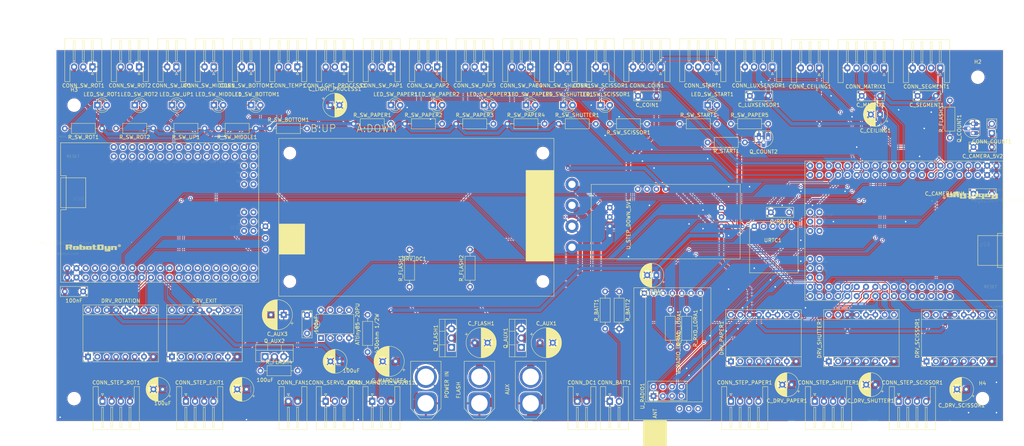
<source format=kicad_pcb>
(kicad_pcb (version 20171130) (host pcbnew "(5.1.5)-3")
  (layers (0 F.Cu signal) (31 B.Cu signal) (35 F.Paste user) (37 F.SilkS user) (38 B.Mask user) (39 F.Mask user) (44 Edge.Cuts user))
  (net 0 "")
  (net 1 GND)
  (net 2 +12V)
  (net 3 "Net-(CONN_STEP_PAPER1-Pad4)")
  (net 4 "Net-(CONN_STEP_PAPER1-Pad3)")
  (net 5 "Net-(CONN_STEP_PAPER1-Pad2)")
  (net 6 "Net-(CONN_STEP_PAPER1-Pad1)")
  (net 7 "Net-(CONN_STEP_SCISSOR1-Pad4)")
  (net 8 "Net-(CONN_STEP_SCISSOR1-Pad3)")
  (net 9 "Net-(CONN_STEP_SCISSOR1-Pad2)")
  (net 10 "Net-(CONN_STEP_SCISSOR1-Pad1)")
  (net 11 "Net-(CONN_STEP_SHUTTER1-Pad4)")
  (net 12 "Net-(CONN_STEP_SHUTTER1-Pad3)")
  (net 13 "Net-(CONN_STEP_SHUTTER1-Pad2)")
  (net 14 "Net-(CONN_STEP_SHUTTER1-Pad1)")
  (net 15 +5V)
  (net 16 "Net-(LED_SW_PAPER1-Pad2)")
  (net 17 "Net-(LED_SW_PAPER2-Pad2)")
  (net 18 "Net-(LED_SW_PAPER3-Pad2)")
  (net 19 "Net-(LED_SW_PAPER4-Pad2)")
  (net 20 "Net-(LED_SW_SCISSOR1-Pad2)")
  (net 21 "Net-(LED_SW_SHUTTER1-Pad2)")
  (net 22 /Camera/ENABLE_5V)
  (net 23 "Net-(MEGA_PAPER1-Pad3V3)")
  (net 24 "Net-(CONN_AUX1-Pad2)")
  (net 25 "Net-(CONN_FLASH1-Pad2)")
  (net 26 "Net-(Q_AUX1-Pad1)")
  (net 27 "Net-(Q_FLASH1-Pad1)")
  (net 28 "Net-(CONN_BATT1-Pad2)")
  (net 29 "Net-(CONN_MARQUEE_WS2811-Pad2)")
  (net 30 "Net-(R_MARQUEE1-Pad1)")
  (net 31 /Camera/ORDER_INTERRUPT_PIN)
  (net 32 "Net-(CONN_START1-Pad4)")
  (net 33 "Net-(LED_SW_START1-Pad2)")
  (net 34 "Net-(CONN_STEP_EXIT1-Pad4)")
  (net 35 "Net-(CONN_STEP_EXIT1-Pad3)")
  (net 36 "Net-(CONN_STEP_EXIT1-Pad2)")
  (net 37 "Net-(CONN_STEP_EXIT1-Pad1)")
  (net 38 "Net-(CONN_STEP_ROT1-Pad4)")
  (net 39 "Net-(CONN_STEP_ROT1-Pad3)")
  (net 40 "Net-(CONN_STEP_ROT1-Pad2)")
  (net 41 "Net-(CONN_STEP_ROT1-Pad1)")
  (net 42 LIGHT_PROCESS_PIN)
  (net 43 SERVO_ARM)
  (net 44 SPIDER_UPDOWN_PIN_ENDSTOP_BOTTOM)
  (net 45 SPIDER_UPDOWN_PIN_ENDSTOP_MIDDLE)
  (net 46 SPIDER_ROTATE_ENDSTOP1_PIN)
  (net 47 SPIDER_ROTATE_ENDSTOP2_PIN)
  (net 48 SPIDER_UPDOWN_PIN_ENDSTOP_UP)
  (net 49 TEMP_PIN)
  (net 50 SPIDER_UPDOWN_PIN_PWM)
  (net 51 SPIDER_UPDOWN_PIN_DIR)
  (net 52 SPIDER_EXIT_PIN_DIR)
  (net 53 SPIDER_EXIT_PIN_STP)
  (net 54 EXIT_M0)
  (net 55 SPIDER_EXIT_PIN_ENABLE)
  (net 56 SPIDER_ROTATE_PIN_DIR)
  (net 57 SPIDER_ROTATE_PIN_STP)
  (net 58 ROT_M0)
  (net 59 SPIDER_ROTATE_PIN_ENABLE)
  (net 60 "Net-(LED_SW_BOTTOM1-Pad2)")
  (net 61 "Net-(LED_SW_MIDDLE1-Pad2)")
  (net 62 "Net-(LED_SW_ROT1-Pad2)")
  (net 63 "Net-(LED_SW_ROT2-Pad2)")
  (net 64 "Net-(LED_SW_UP1-Pad2)")
  (net 65 "Net-(CONN_DC1-Pad2)")
  (net 66 "Net-(CONN_DC1-Pad1)")
  (net 67 +5C)
  (net 68 +3V3)
  (net 69 /Camera/SCISSOR_M0)
  (net 70 /Camera/CEILING_PIXEL_PIN)
  (net 71 /Camera/ENABLE_COIN_PIN)
  (net 72 /Camera/COIN_PIN)
  (net 73 /Camera/SCL_PIN)
  (net 74 /Camera/SDA_PIN)
  (net 75 /Camera/LED_MATRIX_SCL_PIN)
  (net 76 /Camera/LED_MATRIX_CS_PIN)
  (net 77 /Camera/LED_MATRIX_SDI_PIN)
  (net 78 /Camera/COIN_SEGMENT_DIO_PIN)
  (net 79 /Camera/COIN_SEGMENT_CLK_PIN)
  (net 80 /Camera/START_BTN_PIN)
  (net 81 /Camera/PAPER_SWITCH1_PIN)
  (net 82 /Camera/PAPER_SWITCH2_PIN)
  (net 83 /Camera/PAPER_SWITCH3_PIN)
  (net 84 /Camera/PAPER_SWITCH4_PIN)
  (net 85 /Camera/SCISSOR_ENDSTOP_PIN)
  (net 86 /Camera/SHUTTER_ENDSTOP_PIN)
  (net 87 /Camera/PAPER_PIN_DIR)
  (net 88 /Camera/PAPER_PIN_STP)
  (net 89 /Camera/PAPER_M0)
  (net 90 /Camera/PAPER_PIN_ENABLE)
  (net 91 /Camera/SCISSOR_PIN_DIR)
  (net 92 /Camera/SCISSOR_PIN_STP)
  (net 93 /Camera/SCISSOR_PIN_ENABLE)
  (net 94 /Camera/SHUTTER_PIN_DIR)
  (net 95 /Camera/SHUTTER_PIN_STP)
  (net 96 /Camera/SHUTTER_M0)
  (net 97 /Camera/SHUTTER_PIN_ENABLE)
  (net 98 /Camera/RADIO_SCK)
  (net 99 /Camera/RADIO_MISO)
  (net 100 /Camera/RADIO_MOSI)
  (net 101 /Camera/RADIO_CSN)
  (net 102 /Camera/RADIO_CE)
  (net 103 /Camera/AUX_PIN)
  (net 104 /Camera/FLASH_PIN)
  (net 105 /Camera/BATT_PROBE)
  (net 106 /Camera/LORA_M0)
  (net 107 /Camera/LORA_AUX)
  (net 108 /Camera/LORA_M1)
  (net 109 /Camera/LED_START_BTN_PIN)
  (net 110 /Camera/LORA_RXD)
  (net 111 /Camera/RADIO_INTERRUPT)
  (net 112 /Camera/LORA_TXD)
  (net 113 /Camera/ENABLE_MARQUEE)
  (net 114 "Net-(CONN_COUNT1-Pad2)")
  (net 115 "Net-(CONN_FAN1-Pad2)")
  (net 116 /Camera/COUNT_PIN)
  (net 117 /Paper/FAN_PIN)
  (net 118 "Net-(Q_AUX2-Pad1)")
  (net 119 "Net-(Q_COUNT1-Pad2)")
  (net 120 "Net-(Q_COUNT2-Pad2)")
  (net 121 "Net-(Q_COUNT2-Pad1)")
  (net 122 /BtoA)
  (net 123 /AtoB)
  (module MountingHole:MountingHole_3.2mm_M3 (layer F.Cu) (at 20.32 33.02)
    (fp_text reference H3 (at 0 -4.2) (layer F.SilkS))
    (fp_text value MountingHole)
    (pad 1 np_thru_hole circle (at 0 0) (size 3.2 3.2) (drill 3.2) (layers *.Cu *.Mask))
  )
  (module Resistor_THT:R_Axial_DIN0207_L6.3mm_D2.5mm_P10.16mm_Horizontal (layer F.Cu) (at 199.39 38.1)
    (fp_text reference R_SW_PAPER5 (at 5.08 -2.37) (layer F.SilkS))
    (fp_text value "560ohm 1/2W")
    (pad 2 thru_hole oval (at 10.16 0) (size 1.6 1.6) (drill 0.8) (layers *.Cu *.Mask) (net 121 "Net-(Q_COUNT2-Pad1)"))
    (pad 1 thru_hole circle (at 0 0) (size 1.6 1.6) (drill 0.8) (layers *.Cu *.Mask) (net 32 "Net-(CONN_START1-Pad4)"))
  )
  (module Connector_JST:JST_XH_S3B-XH-A-1_1x03_P2.50mm_Horizontal (layer F.Cu) (at 81.2 22.59 180)
    (fp_text reference CONN_TEMP1 (at 2.5 -5.1) (layer F.SilkS))
    (fp_text value JST_XH3)
    (pad 3 thru_hole oval (at 5 0 180) (size 1.7 1.95) (drill 0.95) (layers *.Cu *.Mask) (net 15 +5V))
    (pad 2 thru_hole oval (at 2.5 0 180) (size 1.7 1.95) (drill 0.95) (layers *.Cu *.Mask) (net 49 TEMP_PIN))
    (pad 1 thru_hole roundrect (at 0 0 180) (size 1.7 1.95) (drill 0.95) (layers *.Cu *.Mask) (roundrect_rratio 0.147059) (net 1 GND))
  )
  (module Connector_JST:JST_XH_S3B-XH-A-1_1x03_P2.50mm_Horizontal (layer F.Cu) (at 38.02 22.59 180)
    (fp_text reference CONN_SW_ROT2 (at 2.5 -5.1) (layer F.SilkS))
    (fp_text value JST_XH3)
    (pad 3 thru_hole oval (at 5 0 180) (size 1.7 1.95) (drill 0.95) (layers *.Cu *.Mask) (net 15 +5V))
    (pad 2 thru_hole oval (at 2.5 0 180) (size 1.7 1.95) (drill 0.95) (layers *.Cu *.Mask) (net 47 SPIDER_ROTATE_ENDSTOP2_PIN))
    (pad 1 thru_hole roundrect (at 0 0 180) (size 1.7 1.95) (drill 0.95) (layers *.Cu *.Mask) (roundrect_rratio 0.147059) (net 1 GND))
  )
  (module Connector_JST:JST_XH_S3B-XH-A-1_1x03_P2.50mm_Horizontal (layer F.Cu) (at 25.32 22.59 180)
    (fp_text reference CONN_SW_ROT1 (at 2.5 -5.1) (layer F.SilkS))
    (fp_text value JST_XH3)
    (pad 3 thru_hole oval (at 5 0 180) (size 1.7 1.95) (drill 0.95) (layers *.Cu *.Mask) (net 15 +5V))
    (pad 2 thru_hole oval (at 2.5 0 180) (size 1.7 1.95) (drill 0.95) (layers *.Cu *.Mask) (net 46 SPIDER_ROTATE_ENDSTOP1_PIN))
    (pad 1 thru_hole roundrect (at 0 0 180) (size 1.7 1.95) (drill 0.95) (layers *.Cu *.Mask) (roundrect_rratio 0.147059) (net 1 GND))
  )
  (module Connector_JST:JST_XH_S3B-XH-A-1_1x03_P2.50mm_Horizontal (layer F.Cu) (at 144.7 22.59 180)
    (fp_text reference CONN_SW_PAP4 (at 2.5 -5.1) (layer F.SilkS))
    (fp_text value JST_XH3)
    (pad 3 thru_hole oval (at 5 0 180) (size 1.7 1.95) (drill 0.95) (layers *.Cu *.Mask) (net 15 +5V))
    (pad 2 thru_hole oval (at 2.5 0 180) (size 1.7 1.95) (drill 0.95) (layers *.Cu *.Mask) (net 84 /Camera/PAPER_SWITCH4_PIN))
    (pad 1 thru_hole roundrect (at 0 0 180) (size 1.7 1.95) (drill 0.95) (layers *.Cu *.Mask) (roundrect_rratio 0.147059) (net 1 GND))
  )
  (module Connector_JST:JST_XH_S3B-XH-A-1_1x03_P2.50mm_Horizontal (layer F.Cu) (at 132 22.59 180)
    (fp_text reference CONN_SW_PAP3 (at 2.5 -5.1) (layer F.SilkS))
    (fp_text value JST_XH3)
    (pad 3 thru_hole oval (at 5 0 180) (size 1.7 1.95) (drill 0.95) (layers *.Cu *.Mask) (net 15 +5V))
    (pad 2 thru_hole oval (at 2.5 0 180) (size 1.7 1.95) (drill 0.95) (layers *.Cu *.Mask) (net 83 /Camera/PAPER_SWITCH3_PIN))
    (pad 1 thru_hole roundrect (at 0 0 180) (size 1.7 1.95) (drill 0.95) (layers *.Cu *.Mask) (roundrect_rratio 0.147059) (net 1 GND))
  )
  (module Connector_JST:JST_XH_S3B-XH-A-1_1x03_P2.50mm_Horizontal (layer F.Cu) (at 119.3 22.59 180)
    (fp_text reference CONN_SW_PAP2 (at 2.5 -5.1) (layer F.SilkS))
    (fp_text value JST_XH3)
    (pad 3 thru_hole oval (at 5 0 180) (size 1.7 1.95) (drill 0.95) (layers *.Cu *.Mask) (net 15 +5V))
    (pad 2 thru_hole oval (at 2.5 0 180) (size 1.7 1.95) (drill 0.95) (layers *.Cu *.Mask) (net 82 /Camera/PAPER_SWITCH2_PIN))
    (pad 1 thru_hole roundrect (at 0 0 180) (size 1.7 1.95) (drill 0.95) (layers *.Cu *.Mask) (roundrect_rratio 0.147059) (net 1 GND))
  )
  (module Connector_JST:JST_XH_S3B-XH-A-1_1x03_P2.50mm_Horizontal (layer F.Cu) (at 106.68 22.59 180)
    (fp_text reference CONN_SW_PAP1 (at 2.5 -5.1) (layer F.SilkS))
    (fp_text value JST_XH3)
    (pad 3 thru_hole oval (at 5 0 180) (size 1.7 1.95) (drill 0.95) (layers *.Cu *.Mask) (net 15 +5V))
    (pad 2 thru_hole oval (at 2.5 0 180) (size 1.7 1.95) (drill 0.95) (layers *.Cu *.Mask) (net 81 /Camera/PAPER_SWITCH1_PIN))
    (pad 1 thru_hole roundrect (at 0 0 180) (size 1.7 1.95) (drill 0.95) (layers *.Cu *.Mask) (roundrect_rratio 0.147059) (net 1 GND))
  )
  (module Connector_JST:JST_XH_S4B-XH-A-1_1x04_P2.50mm_Horizontal (layer F.Cu) (at 222.25 113.76)
    (fp_text reference CONN_STEP_SHUTTER1 (at 3.75 -5.1) (layer F.SilkS))
    (fp_text value JST_XH4)
    (pad 4 thru_hole oval (at 7.5 0) (size 1.7 1.95) (drill 0.95) (layers *.Cu *.Mask) (net 11 "Net-(CONN_STEP_SHUTTER1-Pad4)"))
    (pad 3 thru_hole oval (at 5 0) (size 1.7 1.95) (drill 0.95) (layers *.Cu *.Mask) (net 12 "Net-(CONN_STEP_SHUTTER1-Pad3)"))
    (pad 2 thru_hole oval (at 2.5 0) (size 1.7 1.95) (drill 0.95) (layers *.Cu *.Mask) (net 13 "Net-(CONN_STEP_SHUTTER1-Pad2)"))
    (pad 1 thru_hole roundrect (at 0 0) (size 1.7 1.95) (drill 0.95) (layers *.Cu *.Mask) (roundrect_rratio 0.147059) (net 14 "Net-(CONN_STEP_SHUTTER1-Pad1)"))
  )
  (module Connector_JST:JST_XH_S4B-XH-A-1_1x04_P2.50mm_Horizontal (layer F.Cu) (at 245.11 113.76)
    (fp_text reference CONN_STEP_SCISSOR1 (at 3.75 -5.1) (layer F.SilkS))
    (fp_text value JST_XH4)
    (pad 4 thru_hole oval (at 7.5 0) (size 1.7 1.95) (drill 0.95) (layers *.Cu *.Mask) (net 7 "Net-(CONN_STEP_SCISSOR1-Pad4)"))
    (pad 3 thru_hole oval (at 5 0) (size 1.7 1.95) (drill 0.95) (layers *.Cu *.Mask) (net 8 "Net-(CONN_STEP_SCISSOR1-Pad3)"))
    (pad 2 thru_hole oval (at 2.5 0) (size 1.7 1.95) (drill 0.95) (layers *.Cu *.Mask) (net 9 "Net-(CONN_STEP_SCISSOR1-Pad2)"))
    (pad 1 thru_hole roundrect (at 0 0) (size 1.7 1.95) (drill 0.95) (layers *.Cu *.Mask) (roundrect_rratio 0.147059) (net 10 "Net-(CONN_STEP_SCISSOR1-Pad1)"))
  )
  (module Connector_JST:JST_XH_S4B-XH-A-1_1x04_P2.50mm_Horizontal (layer F.Cu) (at 28.06 113.76)
    (fp_text reference CONN_STEP_ROT1 (at 3.75 -5.1) (layer F.SilkS))
    (fp_text value JST_XH4)
    (pad 4 thru_hole oval (at 7.5 0) (size 1.7 1.95) (drill 0.95) (layers *.Cu *.Mask) (net 38 "Net-(CONN_STEP_ROT1-Pad4)"))
    (pad 3 thru_hole oval (at 5 0) (size 1.7 1.95) (drill 0.95) (layers *.Cu *.Mask) (net 39 "Net-(CONN_STEP_ROT1-Pad3)"))
    (pad 2 thru_hole oval (at 2.5 0) (size 1.7 1.95) (drill 0.95) (layers *.Cu *.Mask) (net 40 "Net-(CONN_STEP_ROT1-Pad2)"))
    (pad 1 thru_hole roundrect (at 0 0) (size 1.7 1.95) (drill 0.95) (layers *.Cu *.Mask) (roundrect_rratio 0.147059) (net 41 "Net-(CONN_STEP_ROT1-Pad1)"))
  )
  (module Connector_JST:JST_XH_S4B-XH-A-1_1x04_P2.50mm_Horizontal (layer F.Cu) (at 199.39 113.76)
    (fp_text reference CONN_STEP_PAPER1 (at 3.75 -5.1) (layer F.SilkS))
    (fp_text value JST_XH4)
    (pad 4 thru_hole oval (at 7.5 0) (size 1.7 1.95) (drill 0.95) (layers *.Cu *.Mask) (net 3 "Net-(CONN_STEP_PAPER1-Pad4)"))
    (pad 3 thru_hole oval (at 5 0) (size 1.7 1.95) (drill 0.95) (layers *.Cu *.Mask) (net 4 "Net-(CONN_STEP_PAPER1-Pad3)"))
    (pad 2 thru_hole oval (at 2.5 0) (size 1.7 1.95) (drill 0.95) (layers *.Cu *.Mask) (net 5 "Net-(CONN_STEP_PAPER1-Pad2)"))
    (pad 1 thru_hole roundrect (at 0 0) (size 1.7 1.95) (drill 0.95) (layers *.Cu *.Mask) (roundrect_rratio 0.147059) (net 6 "Net-(CONN_STEP_PAPER1-Pad1)"))
  )
  (module Connector_JST:JST_XH_S4B-XH-A-1_1x04_P2.50mm_Horizontal (layer F.Cu) (at 50.8 113.76)
    (fp_text reference CONN_STEP_EXIT1 (at 3.75 -5.1) (layer F.SilkS))
    (fp_text value JST_XH4)
    (pad 4 thru_hole oval (at 7.5 0) (size 1.7 1.95) (drill 0.95) (layers *.Cu *.Mask) (net 34 "Net-(CONN_STEP_EXIT1-Pad4)"))
    (pad 3 thru_hole oval (at 5 0) (size 1.7 1.95) (drill 0.95) (layers *.Cu *.Mask) (net 35 "Net-(CONN_STEP_EXIT1-Pad3)"))
    (pad 2 thru_hole oval (at 2.5 0) (size 1.7 1.95) (drill 0.95) (layers *.Cu *.Mask) (net 36 "Net-(CONN_STEP_EXIT1-Pad2)"))
    (pad 1 thru_hole roundrect (at 0 0) (size 1.7 1.95) (drill 0.95) (layers *.Cu *.Mask) (roundrect_rratio 0.147059) (net 37 "Net-(CONN_STEP_EXIT1-Pad1)"))
  )
  (module Connector_JST:JST_XH_S4B-XH-A-1_1x04_P2.50mm_Horizontal (layer F.Cu) (at 195.46 22.59 180)
    (fp_text reference CONN_START1 (at 3.75 -5.1) (layer F.SilkS))
    (fp_text value JST_XH4)
    (pad 4 thru_hole oval (at 7.5 0 180) (size 1.7 1.95) (drill 0.95) (layers *.Cu *.Mask) (net 32 "Net-(CONN_START1-Pad4)"))
    (pad 3 thru_hole oval (at 5 0 180) (size 1.7 1.95) (drill 0.95) (layers *.Cu *.Mask) (net 1 GND))
    (pad 2 thru_hole oval (at 2.5 0 180) (size 1.7 1.95) (drill 0.95) (layers *.Cu *.Mask) (net 80 /Camera/START_BTN_PIN))
    (pad 1 thru_hole roundrect (at 0 0 180) (size 1.7 1.95) (drill 0.95) (layers *.Cu *.Mask) (roundrect_rratio 0.147059) (net 2 +12V))
  )
  (module Connector_JST:JST_XH_S3B-XH-A-1_1x03_P2.50mm_Horizontal (layer F.Cu) (at 88.9 113.76)
    (fp_text reference CONN_SERVO_ARM1 (at 2.5 -5.1) (layer F.SilkS))
    (fp_text value JST_XH3)
    (pad 3 thru_hole oval (at 5 0) (size 1.7 1.95) (drill 0.95) (layers *.Cu *.Mask) (net 15 +5V))
    (pad 2 thru_hole oval (at 2.5 0) (size 1.7 1.95) (drill 0.95) (layers *.Cu *.Mask) (net 43 SERVO_ARM))
    (pad 1 thru_hole roundrect (at 0 0) (size 1.7 1.95) (drill 0.95) (layers *.Cu *.Mask) (roundrect_rratio 0.147059) (net 1 GND))
  )
  (module Connector_JST:JST_XH_S4B-XH-A-1_1x04_P2.50mm_Horizontal (layer F.Cu) (at 256.46 22.86 180)
    (fp_text reference CONN_SEGMENT1 (at 3.75 -5.1) (layer F.SilkS))
    (fp_text value JST_XH4)
    (pad 4 thru_hole oval (at 7.5 0 180) (size 1.7 1.95) (drill 0.95) (layers *.Cu *.Mask) (net 1 GND))
    (pad 3 thru_hole oval (at 5 0 180) (size 1.7 1.95) (drill 0.95) (layers *.Cu *.Mask) (net 78 /Camera/COIN_SEGMENT_DIO_PIN))
    (pad 2 thru_hole oval (at 2.5 0 180) (size 1.7 1.95) (drill 0.95) (layers *.Cu *.Mask) (net 79 /Camera/COIN_SEGMENT_CLK_PIN))
    (pad 1 thru_hole roundrect (at 0 0 180) (size 1.7 1.95) (drill 0.95) (layers *.Cu *.Mask) (roundrect_rratio 0.147059) (net 15 +5V))
  )
  (module Connector_JST:JST_XH_S5B-XH-A-1_1x05_P2.50mm_Horizontal (layer F.Cu) (at 241.14 22.86 180)
    (fp_text reference CONN_MATRIX1 (at 5 -5.1) (layer F.SilkS))
    (fp_text value JST_XH5)
    (pad 5 thru_hole oval (at 10 0 180) (size 1.7 1.95) (drill 0.95) (layers *.Cu *.Mask) (net 1 GND))
    (pad 4 thru_hole oval (at 7.5 0 180) (size 1.7 1.95) (drill 0.95) (layers *.Cu *.Mask) (net 75 /Camera/LED_MATRIX_SCL_PIN))
    (pad 3 thru_hole oval (at 5 0 180) (size 1.7 1.95) (drill 0.95) (layers *.Cu *.Mask) (net 76 /Camera/LED_MATRIX_CS_PIN))
    (pad 2 thru_hole oval (at 2.5 0 180) (size 1.7 1.95) (drill 0.95) (layers *.Cu *.Mask) (net 77 /Camera/LED_MATRIX_SDI_PIN))
    (pad 1 thru_hole roundrect (at 0 0 180) (size 1.7 1.95) (drill 0.95) (layers *.Cu *.Mask) (roundrect_rratio 0.147059) (net 15 +5V))
  )
  (module Connector_JST:JST_XH_S3B-XH-A-1_1x03_P2.50mm_Horizontal (layer F.Cu) (at 101.6 113.76)
    (fp_text reference CONN_MARQUEE_WS2811 (at 2.5 -5.1) (layer F.SilkS))
    (fp_text value JST_XH3)
    (pad 3 thru_hole oval (at 5 0) (size 1.7 1.95) (drill 0.95) (layers *.Cu *.Mask) (net 2 +12V))
    (pad 2 thru_hole oval (at 2.5 0) (size 1.7 1.95) (drill 0.95) (layers *.Cu *.Mask) (net 29 "Net-(CONN_MARQUEE_WS2811-Pad2)"))
    (pad 1 thru_hole roundrect (at 0 0) (size 1.7 1.95) (drill 0.95) (layers *.Cu *.Mask) (roundrect_rratio 0.147059) (net 1 GND))
  )
  (module Connector_JST:JST_XH_S4B-XH-A-1_1x04_P2.50mm_Horizontal (layer F.Cu) (at 210.7 22.59 180)
    (fp_text reference CONN_LUXSENSOR1 (at 3.75 -5.1) (layer F.SilkS))
    (fp_text value JST_XH4)
    (pad 4 thru_hole oval (at 7.5 0 180) (size 1.7 1.95) (drill 0.95) (layers *.Cu *.Mask) (net 1 GND))
    (pad 3 thru_hole oval (at 5 0 180) (size 1.7 1.95) (drill 0.95) (layers *.Cu *.Mask) (net 73 /Camera/SCL_PIN))
    (pad 2 thru_hole oval (at 2.5 0 180) (size 1.7 1.95) (drill 0.95) (layers *.Cu *.Mask) (net 74 /Camera/SDA_PIN))
    (pad 1 thru_hole roundrect (at 0 0 180) (size 1.7 1.95) (drill 0.95) (layers *.Cu *.Mask) (roundrect_rratio 0.147059) (net 15 +5V))
  )
  (module Connector_JST:JST_XH_S3B-XH-A-1_1x03_P2.50mm_Horizontal (layer F.Cu) (at 93.9 22.59 180)
    (fp_text reference CONN_LGHT_PROCESS1 (at 2.5 -5.1) (layer F.SilkS))
    (fp_text value JST_XH3)
    (pad 3 thru_hole oval (at 5 0 180) (size 1.7 1.95) (drill 0.95) (layers *.Cu *.Mask) (net 15 +5V))
    (pad 2 thru_hole oval (at 2.5 0 180) (size 1.7 1.95) (drill 0.95) (layers *.Cu *.Mask) (net 42 LIGHT_PROCESS_PIN))
    (pad 1 thru_hole roundrect (at 0 0 180) (size 1.7 1.95) (drill 0.95) (layers *.Cu *.Mask) (roundrect_rratio 0.147059) (net 1 GND))
  )
  (module Connector_JST:JST_XH_S4B-XH-A-1_1x04_P2.50mm_Horizontal (layer F.Cu) (at 180.22 22.59 180)
    (fp_text reference CONN_COIN1 (at 3.75 -5.1) (layer F.SilkS))
    (fp_text value JST_XH4)
    (pad 4 thru_hole oval (at 7.5 0 180) (size 1.7 1.95) (drill 0.95) (layers *.Cu *.Mask) (net 1 GND))
    (pad 3 thru_hole oval (at 5 0 180) (size 1.7 1.95) (drill 0.95) (layers *.Cu *.Mask) (net 71 /Camera/ENABLE_COIN_PIN))
    (pad 2 thru_hole oval (at 2.5 0 180) (size 1.7 1.95) (drill 0.95) (layers *.Cu *.Mask) (net 72 /Camera/COIN_PIN))
    (pad 1 thru_hole roundrect (at 0 0 180) (size 1.7 1.95) (drill 0.95) (layers *.Cu *.Mask) (roundrect_rratio 0.147059) (net 2 +12V))
  )
  (module Connector_JST:JST_XH_S3B-XH-A-1_1x03_P2.50mm_Horizontal (layer F.Cu) (at 223.44 22.86 180)
    (fp_text reference CONN_CEILING1 (at 2.5 -5.1) (layer F.SilkS))
    (fp_text value JST_XH3)
    (pad 3 thru_hole oval (at 5 0 180) (size 1.7 1.95) (drill 0.95) (layers *.Cu *.Mask) (net 1 GND))
    (pad 2 thru_hole oval (at 2.5 0 180) (size 1.7 1.95) (drill 0.95) (layers *.Cu *.Mask) (net 70 /Camera/CEILING_PIXEL_PIN))
    (pad 1 thru_hole roundrect (at 0 0 180) (size 1.7 1.95) (drill 0.95) (layers *.Cu *.Mask) (roundrect_rratio 0.147059) (net 15 +5V))
  )
  (module Capacitor_THT:C_Rect_L7.2mm_W2.5mm_P5.00mm_FKS2_FKP2_MKS2_MKP2 (layer F.Cu) (at 270.51 44.45 180)
    (fp_text reference C_CAMERA_5V2 (at 2.5 -2.5) (layer F.SilkS))
    (fp_text value 100nF)
    (pad 2 thru_hole circle (at 5 0 180) (size 1.6 1.6) (drill 0.8) (layers *.Cu *.Mask) (net 1 GND))
    (pad 1 thru_hole circle (at 0 0 180) (size 1.6 1.6) (drill 0.8) (layers *.Cu *.Mask) (net 2 +12V))
  )
  (module 1nofilterbooth:CYTRON_MD10C (layer F.Cu) (at 151.13 85.09 180)
    (fp_text reference DRV_DC1 (at 38.1 10.16 180) (layer F.SilkS))
    (fp_text value Cytron_MD10C)
    (fp_text user A:DOWN (at 48.26 45.72 180) (layer F.SilkS) (effects (font (size 2 2))))
    (fp_text user B:UP (at 62.865 45.72 180) (layer F.SilkS) (effects (font (size 2 2))))
    (pad "" np_thru_hole circle (at 3 39 180) (size 3 3) (drill 3) (layers *.Cu *.Mask))
    (pad "" np_thru_hole circle (at 72 39 180) (size 3 3) (drill 3) (layers *.Cu *.Mask))
    (pad "" np_thru_hole circle (at 72 4 180) (size 3 3) (drill 3) (layers *.Cu *.Mask))
    (pad "" np_thru_hole circle (at 3 4 180) (size 3 3) (drill 3) (layers *.Cu *.Mask))
    (pad DIR thru_hole circle (at 78.65 12.7 180) (size 1.6 1.6) (drill 0.8) (layers *.Cu *.Mask) (net 51 SPIDER_UPDOWN_PIN_DIR))
    (pad PWM thru_hole circle (at 78.65 15.875 180) (size 1.6 1.6) (drill 0.8) (layers *.Cu *.Mask) (net 50 SPIDER_UPDOWN_PIN_PWM))
    (pad GND thru_hole circle (at 78.65 19.05 180) (size 1.6 1.6) (drill 0.8) (layers *.Cu *.Mask) (net 1 GND))
    (pad +12V thru_hole circle (at -4.92 13.335 180) (size 3.6 3.6) (drill 2) (layers *.Cu *.Mask) (net 2 +12V))
    (pad GND thru_hole circle (at -4.92 19.05 180) (size 3.6 3.6) (drill 2) (layers *.Cu *.Mask) (net 1 GND))
    (pad A thru_hole circle (at -4.92 24.765 180) (size 3.6 3.6) (drill 2) (layers *.Cu *.Mask) (net 66 "Net-(CONN_DC1-Pad1)"))
    (pad B thru_hole circle (at -4.92 30.48 180) (size 3.6 3.6) (drill 2) (layers *.Cu *.Mask) (net 65 "Net-(CONN_DC1-Pad2)"))
  )
  (module Package_TO_SOT_THT:TO-92L_HandSolder (layer F.Cu) (at 209.55 41.91 180)
    (fp_text reference Q_COUNT2 (at 1.27 -3.8) (layer F.SilkS))
    (fp_text value BC327)
    (pad 1 thru_hole rect (at 0 0 180) (size 1.1 1.8) (drill 0.75 (offset 0 0.4)) (layers *.Cu *.Mask) (net 121 "Net-(Q_COUNT2-Pad1)"))
    (pad 3 thru_hole roundrect (at 2.54 0 180) (size 1.1 1.8) (drill 0.75 (offset 0 0.4)) (layers *.Cu *.Mask) (net 1 GND))
    (pad 2 thru_hole roundrect (at 1.27 -1.27 180) (size 1.1 1.8) (drill 0.75 (offset 0 -0.4)) (layers *.Cu *.Mask) (net 120 "Net-(Q_COUNT2-Pad2)"))
  )
  (module Resistor_THT:R_Axial_DIN0207_L6.3mm_D2.5mm_P10.16mm_Horizontal (layer F.Cu) (at 71.12 105.41)
    (fp_text reference R_FLASH4 (at 5.08 -2.37) (layer F.SilkS))
    (fp_text value "2.2k 1/2W")
    (pad 2 thru_hole oval (at 10.16 0) (size 1.6 1.6) (drill 0.8) (layers *.Cu *.Mask) (net 117 /Paper/FAN_PIN))
    (pad 1 thru_hole circle (at 0 0) (size 1.6 1.6) (drill 0.8) (layers *.Cu *.Mask) (net 118 "Net-(Q_AUX2-Pad1)"))
  )
  (module Resistor_THT:R_Axial_DIN0207_L6.3mm_D2.5mm_P10.16mm_Horizontal (layer F.Cu) (at 259.08 41.91 90)
    (fp_text reference R_FLASH3 (at 5.08 -2.37 90) (layer F.SilkS))
    (fp_text value "2.2k 1/2W")
    (pad 2 thru_hole oval (at 10.16 0 90) (size 1.6 1.6) (drill 0.8) (layers *.Cu *.Mask) (net 116 /Camera/COUNT_PIN))
    (pad 1 thru_hole circle (at 0 0 90) (size 1.6 1.6) (drill 0.8) (layers *.Cu *.Mask) (net 119 "Net-(Q_COUNT1-Pad2)"))
  )
  (module Package_TO_SOT_THT:TO-92L_HandSolder (layer F.Cu) (at 265.43 40.64 90)
    (fp_text reference Q_COUNT1 (at 1.27 -3.8 90) (layer F.SilkS))
    (fp_text value BC327)
    (pad 1 thru_hole rect (at 0 0 90) (size 1.1 1.8) (drill 0.75 (offset 0 0.4)) (layers *.Cu *.Mask) (net 114 "Net-(CONN_COUNT1-Pad2)"))
    (pad 3 thru_hole roundrect (at 2.54 0 90) (size 1.1 1.8) (drill 0.75 (offset 0 0.4)) (layers *.Cu *.Mask) (net 1 GND))
    (pad 2 thru_hole roundrect (at 1.27 -1.27 90) (size 1.1 1.8) (drill 0.75 (offset 0 -0.4)) (layers *.Cu *.Mask) (net 119 "Net-(Q_COUNT1-Pad2)"))
  )
  (module Package_TO_SOT_THT:TO-220-3_Vertical (layer F.Cu) (at 72.39 101.6)
    (fp_text reference Q_AUX2 (at 2.54 -4.27) (layer F.SilkS))
    (fp_text value TIP120)
    (pad 3 thru_hole oval (at 5.08 0) (size 1.905 2) (drill 1.1) (layers *.Cu *.Mask) (net 1 GND))
    (pad 2 thru_hole oval (at 2.54 0) (size 1.905 2) (drill 1.1) (layers *.Cu *.Mask) (net 115 "Net-(CONN_FAN1-Pad2)"))
    (pad 1 thru_hole rect (at 0 0) (size 1.905 2) (drill 1.1) (layers *.Cu *.Mask) (net 118 "Net-(Q_AUX2-Pad1)"))
  )
  (module Connector_JST:JST_XH_S2B-XH-A-1_1x02_P2.50mm_Horizontal (layer F.Cu) (at 48.22 22.59 180)
    (fp_text reference CONN_SW_UP1 (at 1.25 -5.1) (layer F.SilkS))
    (fp_text value JST_XH2)
    (pad 2 thru_hole oval (at 2.5 0 180) (size 1.7 2) (drill 1) (layers *.Cu *.Mask) (net 1 GND))
    (pad 1 thru_hole roundrect (at 0 0 180) (size 1.7 2) (drill 1) (layers *.Cu *.Mask) (roundrect_rratio 0.147059) (net 48 SPIDER_UPDOWN_PIN_ENDSTOP_UP))
  )
  (module Connector_JST:JST_XH_S2B-XH-A-1_1x02_P2.50mm_Horizontal (layer F.Cu) (at 154.9 22.59 180)
    (fp_text reference CONN_SW_SHUTTER1 (at 1.25 -5.1) (layer F.SilkS))
    (fp_text value JST_XH2)
    (pad 2 thru_hole oval (at 2.5 0 180) (size 1.7 2) (drill 1) (layers *.Cu *.Mask) (net 1 GND))
    (pad 1 thru_hole roundrect (at 0 0 180) (size 1.7 2) (drill 1) (layers *.Cu *.Mask) (roundrect_rratio 0.147059) (net 86 /Camera/SHUTTER_ENDSTOP_PIN))
  )
  (module Connector_JST:JST_XH_S2B-XH-A-1_1x02_P2.50mm_Horizontal (layer F.Cu) (at 165.06 22.59 180)
    (fp_text reference CONN_SW_SCISSOR1 (at 1.25 -5.1) (layer F.SilkS))
    (fp_text value JST_XH2)
    (pad 2 thru_hole oval (at 2.5 0 180) (size 1.7 2) (drill 1) (layers *.Cu *.Mask) (net 1 GND))
    (pad 1 thru_hole roundrect (at 0 0 180) (size 1.7 2) (drill 1) (layers *.Cu *.Mask) (roundrect_rratio 0.147059) (net 85 /Camera/SCISSOR_ENDSTOP_PIN))
  )
  (module Connector_JST:JST_XH_S2B-XH-A-1_1x02_P2.50mm_Horizontal (layer F.Cu) (at 58.38 22.59 180)
    (fp_text reference CONN_SW_MIDDLE1 (at 1.25 -5.1) (layer F.SilkS))
    (fp_text value JST_XH2)
    (pad 2 thru_hole oval (at 2.5 0 180) (size 1.7 2) (drill 1) (layers *.Cu *.Mask) (net 1 GND))
    (pad 1 thru_hole roundrect (at 0 0 180) (size 1.7 2) (drill 1) (layers *.Cu *.Mask) (roundrect_rratio 0.147059) (net 45 SPIDER_UPDOWN_PIN_ENDSTOP_MIDDLE))
  )
  (module Connector_JST:JST_XH_S2B-XH-A-1_1x02_P2.50mm_Horizontal (layer F.Cu) (at 68.54 22.59 180)
    (fp_text reference CONN_SW_BOTTOM1 (at 1.25 -5.1) (layer F.SilkS))
    (fp_text value JST_XH2)
    (pad 2 thru_hole oval (at 2.5 0 180) (size 1.7 2) (drill 1) (layers *.Cu *.Mask) (net 1 GND))
    (pad 1 thru_hole roundrect (at 0 0 180) (size 1.7 2) (drill 1) (layers *.Cu *.Mask) (roundrect_rratio 0.147059) (net 44 SPIDER_UPDOWN_PIN_ENDSTOP_BOTTOM))
  )
  (module Connector_JST:JST_XH_S2B-XH-A-1_1x02_P2.50mm_Horizontal (layer F.Cu) (at 78.74 113.76)
    (fp_text reference CONN_FAN1 (at 1.25 -5.1) (layer F.SilkS))
    (fp_text value JST_XH2)
    (pad 2 thru_hole oval (at 2.5 0) (size 1.7 2) (drill 1) (layers *.Cu *.Mask) (net 115 "Net-(CONN_FAN1-Pad2)"))
    (pad 1 thru_hole roundrect (at 0 0) (size 1.7 2) (drill 1) (layers *.Cu *.Mask) (roundrect_rratio 0.147059) (net 2 +12V))
  )
  (module Connector_JST:JST_XH_S2B-XH-A-1_1x02_P2.50mm_Horizontal (layer F.Cu) (at 157.52 113.76)
    (fp_text reference CONN_DC1 (at 1.25 -5.1) (layer F.SilkS))
    (fp_text value JST_XH2)
    (pad 1 thru_hole roundrect (at 0 0) (size 1.7 2) (drill 1) (layers *.Cu *.Mask) (roundrect_rratio 0.147059) (net 66 "Net-(CONN_DC1-Pad1)"))
    (pad 2 thru_hole oval (at 2.5 0) (size 1.7 2) (drill 1) (layers *.Cu *.Mask) (net 65 "Net-(CONN_DC1-Pad2)"))
  )
  (module Connector_PinHeader_2.54mm:PinHeader_1x02_P2.54mm_Vertical (layer F.Cu) (at 270.51 40.64 180)
    (fp_text reference CONN_COUNT1 (at 0 -2.33) (layer F.SilkS))
    (fp_text value WIRE)
    (pad 2 thru_hole oval (at 0 2.54 180) (size 1.7 1.7) (drill 1) (layers *.Cu *.Mask) (net 114 "Net-(CONN_COUNT1-Pad2)"))
    (pad 1 thru_hole rect (at 0 0 180) (size 1.7 1.7) (drill 1) (layers *.Cu *.Mask) (net 2 +12V))
  )
  (module Connector_JST:JST_XH_S2B-XH-A-1_1x02_P2.50mm_Horizontal (layer F.Cu) (at 166.37 113.76)
    (fp_text reference CONN_BATT1 (at 1.25 -5.1) (layer F.SilkS))
    (fp_text value JST_XH2)
    (pad 2 thru_hole oval (at 2.5 0) (size 1.7 2) (drill 1) (layers *.Cu *.Mask) (net 28 "Net-(CONN_BATT1-Pad2)"))
    (pad 1 thru_hole roundrect (at 0 0) (size 1.7 2) (drill 1) (layers *.Cu *.Mask) (roundrect_rratio 0.147059) (net 1 GND))
  )
  (module Capacitor_THT:CP_Radial_D8.0mm_P3.50mm (layer F.Cu) (at 107.95 102.87 180)
    (fp_text reference C_MARQUEE1 (at 1.75 -5.25) (layer F.SilkS))
    (fp_text value 680uF)
    (pad 2 thru_hole circle (at 3.5 0 180) (size 1.6 1.6) (drill 0.8) (layers *.Cu *.Mask) (net 1 GND))
    (pad 1 thru_hole rect (at 0 0 180) (size 1.6 1.6) (drill 0.8) (layers *.Cu *.Mask) (net 2 +12V))
  )
  (module Capacitor_THT:CP_Radial_D8.0mm_P3.50mm (layer F.Cu) (at 129.54 97.79)
    (fp_text reference C_FLASH1 (at 1.75 -5.25) (layer F.SilkS))
    (fp_text value 680uF)
    (pad 2 thru_hole circle (at 3.5 0) (size 1.6 1.6) (drill 0.8) (layers *.Cu *.Mask) (net 1 GND))
    (pad 1 thru_hole rect (at 0 0) (size 1.6 1.6) (drill 0.8) (layers *.Cu *.Mask) (net 2 +12V))
  )
  (module Capacitor_THT:CP_Radial_D8.0mm_P3.50mm (layer F.Cu) (at 77.47 90.17 180)
    (fp_text reference C_AUX3 (at 1.75 -5.25) (layer F.SilkS))
    (fp_text value 680uF)
    (pad 2 thru_hole circle (at 3.5 0 180) (size 1.6 1.6) (drill 0.8) (layers *.Cu *.Mask) (net 2 +12V))
    (pad 1 thru_hole rect (at 0 0 180) (size 1.6 1.6) (drill 0.8) (layers *.Cu *.Mask) (net 1 GND))
  )
  (module Capacitor_THT:CP_Radial_D8.0mm_P3.50mm (layer F.Cu) (at 147.32 97.79)
    (fp_text reference C_AUX1 (at 1.75 -5.25) (layer F.SilkS))
    (fp_text value 680uF)
    (pad 2 thru_hole circle (at 3.5 0) (size 1.6 1.6) (drill 0.8) (layers *.Cu *.Mask) (net 1 GND))
    (pad 1 thru_hole rect (at 0 0) (size 1.6 1.6) (drill 0.8) (layers *.Cu *.Mask) (net 2 +12V))
  )
  (module Capacitor_THT:CP_Radial_D6.3mm_P2.50mm (layer F.Cu) (at 90.17 33.02)
    (fp_text reference C_LIGHT_PROCESS1 (at 1.25 -4.4) (layer F.SilkS))
    (fp_text value 100uF)
    (pad 2 thru_hole circle (at 2.5 0) (size 1.6 1.6) (drill 0.8) (layers *.Cu *.Mask) (net 1 GND))
    (pad 1 thru_hole rect (at 0 0) (size 1.6 1.6) (drill 0.8) (layers *.Cu *.Mask) (net 15 +5V))
  )
  (module Capacitor_THT:CP_Radial_D6.3mm_P2.50mm (layer F.Cu) (at 67.31 110.49 180)
    (fp_text reference C_STEP1 hide)
    (fp_text value 100uF (at -5.08 2.54) (layer F.SilkS))
    (pad 2 thru_hole circle (at 2.5 0 180) (size 1.6 1.6) (drill 0.8) (layers *.Cu *.Mask) (net 1 GND))
    (pad 1 thru_hole rect (at 0 0 180) (size 1.6 1.6) (drill 0.8) (layers *.Cu *.Mask) (net 2 +12V))
  )
  (module Capacitor_THT:CP_Radial_D6.3mm_P2.50mm (layer F.Cu) (at 92.71 102.87 180)
    (fp_text reference C_SERVO_ARM1 hide)
    (fp_text value 100uF (at -3.175 -2.54) (layer F.SilkS))
    (pad 2 thru_hole circle (at 2.5 0 180) (size 1.6 1.6) (drill 0.8) (layers *.Cu *.Mask) (net 1 GND))
    (pad 1 thru_hole rect (at 0 0 180) (size 1.6 1.6) (drill 0.8) (layers *.Cu *.Mask) (net 15 +5V))
  )
  (module Capacitor_THT:CP_Radial_D6.3mm_P2.50mm (layer F.Cu) (at 44.45 110.49 180)
    (fp_text reference C_ROT1 hide)
    (fp_text value 100uF (at 0 -3.81) (layer F.SilkS))
    (pad 2 thru_hole circle (at 2.5 0 180) (size 1.6 1.6) (drill 0.8) (layers *.Cu *.Mask) (net 1 GND))
    (pad 1 thru_hole rect (at 0 0 180) (size 1.6 1.6) (drill 0.8) (layers *.Cu *.Mask) (net 2 +12V))
  )
  (module Capacitor_THT:CP_Radial_D6.3mm_P2.50mm (layer F.Cu) (at 179.07 79.375 180)
    (fp_text reference C_LORA1 (at 1.25 -4.4) (layer F.SilkS))
    (fp_text value 100uF)
    (pad 2 thru_hole circle (at 2.5 0 180) (size 1.6 1.6) (drill 0.8) (layers *.Cu *.Mask) (net 1 GND))
    (pad 1 thru_hole rect (at 0 0 180) (size 1.6 1.6) (drill 0.8) (layers *.Cu *.Mask) (net 15 +5V))
  )
  (module Capacitor_THT:CP_Radial_D6.3mm_P2.50mm (layer F.Cu) (at 238.76 109.22 180)
    (fp_text reference C_DRV_SHUTTER1 (at 1.25 -4.4) (layer F.SilkS))
    (fp_text value 100uF)
    (pad 2 thru_hole circle (at 2.5 0 180) (size 1.6 1.6) (drill 0.8) (layers *.Cu *.Mask) (net 1 GND))
    (pad 1 thru_hole rect (at 0 0 180) (size 1.6 1.6) (drill 0.8) (layers *.Cu *.Mask) (net 2 +12V))
  )
  (module Capacitor_THT:CP_Radial_D6.3mm_P2.50mm (layer F.Cu) (at 263.525 110.49 180)
    (fp_text reference C_DRV_SCISSOR1 (at 1.25 -4.4) (layer F.SilkS))
    (fp_text value 100uF)
    (pad 2 thru_hole circle (at 2.5 0 180) (size 1.6 1.6) (drill 0.8) (layers *.Cu *.Mask) (net 1 GND))
    (pad 1 thru_hole rect (at 0 0 180) (size 1.6 1.6) (drill 0.8) (layers *.Cu *.Mask) (net 2 +12V))
  )
  (module Capacitor_THT:CP_Radial_D6.3mm_P2.50mm (layer F.Cu) (at 215.9 109.22 180)
    (fp_text reference C_DRV_PAPER1 (at 1.25 -4.4) (layer F.SilkS))
    (fp_text value 100uF)
    (pad 2 thru_hole circle (at 2.5 0 180) (size 1.6 1.6) (drill 0.8) (layers *.Cu *.Mask) (net 1 GND))
    (pad 1 thru_hole rect (at 0 0 180) (size 1.6 1.6) (drill 0.8) (layers *.Cu *.Mask) (net 2 +12V))
  )
  (module Capacitor_THT:CP_Radial_D6.3mm_P2.50mm (layer F.Cu) (at 240.03 35.56 180)
    (fp_text reference C_CEILING1 (at 1.25 -4.4) (layer F.SilkS))
    (fp_text value 100uF)
    (pad 2 thru_hole circle (at 2.5 0 180) (size 1.6 1.6) (drill 0.8) (layers *.Cu *.Mask) (net 1 GND))
    (pad 1 thru_hole rect (at 0 0 180) (size 1.6 1.6) (drill 0.8) (layers *.Cu *.Mask) (net 15 +5V))
  )
  (module MountingHole:MountingHole_3.2mm_M3 (layer F.Cu) (at 267.97 113.03)
    (fp_text reference H4 (at 0 -4.2) (layer F.SilkS))
    (fp_text value MountingHole)
    (pad 1 np_thru_hole circle (at 0 0) (size 3.2 3.2) (drill 3.2) (layers *.Cu *.Mask))
  )
  (module MountingHole:MountingHole_3.2mm_M3 (layer F.Cu) (at 266.7 25.4)
    (fp_text reference H2 (at 0 -4.2) (layer F.SilkS))
    (fp_text value MountingHole)
    (pad 1 np_thru_hole circle (at 0 0) (size 3.2 3.2) (drill 3.2) (layers *.Cu *.Mask))
  )
  (module MountingHole:MountingHole_3.2mm_M3 (layer F.Cu) (at 20.32 113.03)
    (fp_text reference H1 hide)
    (fp_text value MountingHole)
    (pad 1 np_thru_hole circle (at 0 0) (size 3.2 3.2) (drill 3.2) (layers *.Cu *.Mask))
  )
  (module Resistor_THT:R_Axial_DIN0207_L6.3mm_D2.5mm_P10.16mm_Horizontal (layer F.Cu) (at 182.88 88.78 270)
    (fp_text reference R_TXD_LORA1 (at 5.08 -2.37 90) (layer F.SilkS))
    (fp_text value "4.7k 1/2W")
    (pad 2 thru_hole oval (at 10.16 0 270) (size 1.6 1.6) (drill 0.8) (layers *.Cu *.Mask) (net 15 +5V))
    (pad 1 thru_hole circle (at 0 0 270) (size 1.6 1.6) (drill 0.8) (layers *.Cu *.Mask) (net 112 /Camera/LORA_TXD))
  )
  (module Resistor_THT:R_Axial_DIN0207_L6.3mm_D2.5mm_P10.16mm_Horizontal (layer F.Cu) (at 55.88 39.37 180)
    (fp_text reference R_SW_UP1 (at 5.08 -2.37) (layer F.SilkS))
    (fp_text value "560ohm 1/2W")
    (pad 2 thru_hole oval (at 10.16 0 180) (size 1.6 1.6) (drill 0.8) (layers *.Cu *.Mask) (net 64 "Net-(LED_SW_UP1-Pad2)"))
    (pad 1 thru_hole circle (at 0 0 180) (size 1.6 1.6) (drill 0.8) (layers *.Cu *.Mask) (net 15 +5V))
  )
  (module Resistor_THT:R_Axial_DIN0207_L6.3mm_D2.5mm_P10.16mm_Horizontal (layer F.Cu) (at 185.42 38.1)
    (fp_text reference R_SW_START1 (at 5.08 -2.37) (layer F.SilkS))
    (fp_text value "560ohm 1/2W")
    (pad 2 thru_hole oval (at 10.16 0) (size 1.6 1.6) (drill 0.8) (layers *.Cu *.Mask) (net 33 "Net-(LED_SW_START1-Pad2)"))
    (pad 1 thru_hole circle (at 0 0) (size 1.6 1.6) (drill 0.8) (layers *.Cu *.Mask) (net 15 +5V))
  )
  (module Resistor_THT:R_Axial_DIN0207_L6.3mm_D2.5mm_P10.16mm_Horizontal (layer F.Cu) (at 152.4 38.1)
    (fp_text reference R_SW_SHUTTER1 (at 5.08 -2.37) (layer F.SilkS))
    (fp_text value "560ohm 1/2W")
    (pad 2 thru_hole oval (at 10.16 0) (size 1.6 1.6) (drill 0.8) (layers *.Cu *.Mask) (net 21 "Net-(LED_SW_SHUTTER1-Pad2)"))
    (pad 1 thru_hole circle (at 0 0) (size 1.6 1.6) (drill 0.8) (layers *.Cu *.Mask) (net 15 +5V))
  )
  (module Resistor_THT:R_Axial_DIN0207_L6.3mm_D2.5mm_P10.16mm_Horizontal (layer F.Cu) (at 176.53 38.1 180)
    (fp_text reference R_SW_SCISSOR1 (at 5.08 -2.37) (layer F.SilkS))
    (fp_text value "560ohm 1/2W")
    (pad 2 thru_hole oval (at 10.16 0 180) (size 1.6 1.6) (drill 0.8) (layers *.Cu *.Mask) (net 20 "Net-(LED_SW_SCISSOR1-Pad2)"))
    (pad 1 thru_hole circle (at 0 0 180) (size 1.6 1.6) (drill 0.8) (layers *.Cu *.Mask) (net 15 +5V))
  )
  (module Resistor_THT:R_Axial_DIN0207_L6.3mm_D2.5mm_P10.16mm_Horizontal (layer F.Cu) (at 41.91 39.37 180)
    (fp_text reference R_SW_ROT2 (at 5.08 -2.37) (layer F.SilkS))
    (fp_text value "560ohm 1/2W")
    (pad 2 thru_hole oval (at 10.16 0 180) (size 1.6 1.6) (drill 0.8) (layers *.Cu *.Mask) (net 63 "Net-(LED_SW_ROT2-Pad2)"))
    (pad 1 thru_hole circle (at 0 0 180) (size 1.6 1.6) (drill 0.8) (layers *.Cu *.Mask) (net 15 +5V))
  )
  (module Resistor_THT:R_Axial_DIN0207_L6.3mm_D2.5mm_P10.16mm_Horizontal (layer F.Cu) (at 27.94 39.37 180)
    (fp_text reference R_SW_ROT1 (at 5.08 -2.37) (layer F.SilkS))
    (fp_text value "560ohm 1/2W")
    (pad 2 thru_hole oval (at 10.16 0 180) (size 1.6 1.6) (drill 0.8) (layers *.Cu *.Mask) (net 62 "Net-(LED_SW_ROT1-Pad2)"))
    (pad 1 thru_hole circle (at 0 0 180) (size 1.6 1.6) (drill 0.8) (layers *.Cu *.Mask) (net 15 +5V))
  )
  (module Resistor_THT:R_Axial_DIN0207_L6.3mm_D2.5mm_P10.16mm_Horizontal (layer F.Cu) (at 138.43 38.1)
    (fp_text reference R_SW_PAPER4 (at 5.08 -2.37) (layer F.SilkS))
    (fp_text value "560ohm 1/2W")
    (pad 2 thru_hole oval (at 10.16 0) (size 1.6 1.6) (drill 0.8) (layers *.Cu *.Mask) (net 19 "Net-(LED_SW_PAPER4-Pad2)"))
    (pad 1 thru_hole circle (at 0 0) (size 1.6 1.6) (drill 0.8) (layers *.Cu *.Mask) (net 15 +5V))
  )
  (module Resistor_THT:R_Axial_DIN0207_L6.3mm_D2.5mm_P10.16mm_Horizontal (layer F.Cu) (at 124.46 38.1)
    (fp_text reference R_SW_PAPER3 (at 5.08 -2.37) (layer F.SilkS))
    (fp_text value "560ohm 1/2W")
    (pad 2 thru_hole oval (at 10.16 0) (size 1.6 1.6) (drill 0.8) (layers *.Cu *.Mask) (net 18 "Net-(LED_SW_PAPER3-Pad2)"))
    (pad 1 thru_hole circle (at 0 0) (size 1.6 1.6) (drill 0.8) (layers *.Cu *.Mask) (net 15 +5V))
  )
  (module Resistor_THT:R_Axial_DIN0207_L6.3mm_D2.5mm_P10.16mm_Horizontal (layer F.Cu) (at 110.49 38.1)
    (fp_text reference R_SW_PAPER2 (at 5.08 -2.37) (layer F.SilkS))
    (fp_text value "560ohm 1/2W")
    (pad 2 thru_hole oval (at 10.16 0) (size 1.6 1.6) (drill 0.8) (layers *.Cu *.Mask) (net 17 "Net-(LED_SW_PAPER2-Pad2)"))
    (pad 1 thru_hole circle (at 0 0) (size 1.6 1.6) (drill 0.8) (layers *.Cu *.Mask) (net 15 +5V))
  )
  (module Resistor_THT:R_Axial_DIN0207_L6.3mm_D2.5mm_P10.16mm_Horizontal (layer F.Cu) (at 96.52 38.1)
    (fp_text reference R_SW_PAPER1 (at 5.08 -2.37) (layer F.SilkS))
    (fp_text value "560ohm 1/2W")
    (pad 2 thru_hole oval (at 10.16 0) (size 1.6 1.6) (drill 0.8) (layers *.Cu *.Mask) (net 16 "Net-(LED_SW_PAPER1-Pad2)"))
    (pad 1 thru_hole circle (at 0 0) (size 1.6 1.6) (drill 0.8) (layers *.Cu *.Mask) (net 15 +5V))
  )
  (module Resistor_THT:R_Axial_DIN0207_L6.3mm_D2.5mm_P10.16mm_Horizontal (layer F.Cu) (at 69.85 39.37 180)
    (fp_text reference R_SW_MIDDLE1 (at 5.08 -2.37) (layer F.SilkS))
    (fp_text value "560ohm 1/2W")
    (pad 2 thru_hole oval (at 10.16 0 180) (size 1.6 1.6) (drill 0.8) (layers *.Cu *.Mask) (net 61 "Net-(LED_SW_MIDDLE1-Pad2)"))
    (pad 1 thru_hole circle (at 0 0 180) (size 1.6 1.6) (drill 0.8) (layers *.Cu *.Mask) (net 15 +5V))
  )
  (module Resistor_THT:R_Axial_DIN0207_L6.3mm_D2.5mm_P10.16mm_Horizontal (layer F.Cu) (at 73.66 39.37)
    (fp_text reference R_SW_BOTTOM1 (at 5.08 -2.37) (layer F.SilkS))
    (fp_text value "560ohm 1/2W")
    (pad 2 thru_hole oval (at 10.16 0) (size 1.6 1.6) (drill 0.8) (layers *.Cu *.Mask) (net 60 "Net-(LED_SW_BOTTOM1-Pad2)"))
    (pad 1 thru_hole circle (at 0 0) (size 1.6 1.6) (drill 0.8) (layers *.Cu *.Mask) (net 15 +5V))
  )
  (module Resistor_THT:R_Axial_DIN0207_L6.3mm_D2.5mm_P10.16mm_Horizontal (layer F.Cu) (at 203.2 43.18 180)
    (fp_text reference R_START1 (at 5.08 -2.37) (layer F.SilkS))
    (fp_text value "2.2k 1/2W")
    (pad 2 thru_hole oval (at 10.16 0 180) (size 1.6 1.6) (drill 0.8) (layers *.Cu *.Mask) (net 109 /Camera/LED_START_BTN_PIN))
    (pad 1 thru_hole circle (at 0 0 180) (size 1.6 1.6) (drill 0.8) (layers *.Cu *.Mask) (net 120 "Net-(Q_COUNT2-Pad2)"))
  )
  (module Resistor_THT:R_Axial_DIN0207_L6.3mm_D2.5mm_P10.16mm_Horizontal (layer F.Cu) (at 187.35 88.78 270)
    (fp_text reference R_RXD_LORA1 (at 5.08 -2.37 90) (layer F.SilkS))
    (fp_text value "4.7k 1/2W")
    (pad 2 thru_hole oval (at 10.16 0 270) (size 1.6 1.6) (drill 0.8) (layers *.Cu *.Mask) (net 15 +5V))
    (pad 1 thru_hole circle (at 0 0 270) (size 1.6 1.6) (drill 0.8) (layers *.Cu *.Mask) (net 110 /Camera/LORA_RXD))
  )
  (module Resistor_THT:R_Axial_DIN0207_L6.3mm_D2.5mm_P10.16mm_Horizontal (layer F.Cu) (at 100.33 90.17 270)
    (fp_text reference R_MARQUEE1 hide)
    (fp_text value "430ohm 1/2W" (at 5.08 -2.54 90) (layer F.SilkS))
    (pad 2 thru_hole oval (at 10.16 0 270) (size 1.6 1.6) (drill 0.8) (layers *.Cu *.Mask) (net 29 "Net-(CONN_MARQUEE_WS2811-Pad2)"))
    (pad 1 thru_hole circle (at 0 0 270) (size 1.6 1.6) (drill 0.8) (layers *.Cu *.Mask) (net 30 "Net-(R_MARQUEE1-Pad1)"))
  )
  (module Resistor_THT:R_Axial_DIN0207_L6.3mm_D2.5mm_P10.16mm_Horizontal (layer F.Cu) (at 128.27 82.55 90)
    (fp_text reference R_FLASH2 (at 5.08 -2.37 90) (layer F.SilkS))
    (fp_text value "2.2k 1/2W")
    (pad 2 thru_hole oval (at 10.16 0 90) (size 1.6 1.6) (drill 0.8) (layers *.Cu *.Mask) (net 103 /Camera/AUX_PIN))
    (pad 1 thru_hole circle (at 0 0 90) (size 1.6 1.6) (drill 0.8) (layers *.Cu *.Mask) (net 26 "Net-(Q_AUX1-Pad1)"))
  )
  (module Resistor_THT:R_Axial_DIN0207_L6.3mm_D2.5mm_P10.16mm_Horizontal (layer F.Cu) (at 111.76 82.55 90)
    (fp_text reference R_FLASH1 (at 5.08 -2.37 90) (layer F.SilkS))
    (fp_text value "2.2k 1/2W")
    (pad 2 thru_hole oval (at 10.16 0 90) (size 1.6 1.6) (drill 0.8) (layers *.Cu *.Mask) (net 104 /Camera/FLASH_PIN))
    (pad 1 thru_hole circle (at 0 0 90) (size 1.6 1.6) (drill 0.8) (layers *.Cu *.Mask) (net 27 "Net-(Q_FLASH1-Pad1)"))
  )
  (module Resistor_THT:R_Axial_DIN0207_L6.3mm_D2.5mm_P10.16mm_Horizontal (layer F.Cu) (at 168.91 83.82 270)
    (fp_text reference R_BATT2 (at 5.08 -2.37 90) (layer F.SilkS))
    (fp_text value "10k 1/2W")
    (pad 2 thru_hole oval (at 10.16 0 270) (size 1.6 1.6) (drill 0.8) (layers *.Cu *.Mask) (net 1 GND))
    (pad 1 thru_hole circle (at 0 0 270) (size 1.6 1.6) (drill 0.8) (layers *.Cu *.Mask) (net 105 /Camera/BATT_PROBE))
  )
  (module Resistor_THT:R_Axial_DIN0207_L6.3mm_D2.5mm_P10.16mm_Horizontal (layer F.Cu) (at 165.1 93.98 90)
    (fp_text reference R_BATT1 (at 5.08 -2.37 90) (layer F.SilkS))
    (fp_text value 20k1/2W)
    (pad 2 thru_hole oval (at 10.16 0 90) (size 1.6 1.6) (drill 0.8) (layers *.Cu *.Mask) (net 105 /Camera/BATT_PROBE))
    (pad 1 thru_hole circle (at 0 0 90) (size 1.6 1.6) (drill 0.8) (layers *.Cu *.Mask) (net 28 "Net-(CONN_BATT1-Pad2)"))
  )
  (module Capacitor_THT:C_Rect_L7.2mm_W2.5mm_P5.00mm_FKS2_FKP2_MKS2_MKP2 (layer F.Cu) (at 255.27 30.48 180)
    (fp_text reference C_SEGMENT1 (at 2.5 -2.5) (layer F.SilkS))
    (fp_text value 100nF)
    (pad 2 thru_hole circle (at 5 0 180) (size 1.6 1.6) (drill 0.8) (layers *.Cu *.Mask) (net 1 GND))
    (pad 1 thru_hole circle (at 0 0 180) (size 1.6 1.6) (drill 0.8) (layers *.Cu *.Mask) (net 15 +5V))
  )
  (module Capacitor_THT:C_Rect_L7.2mm_W2.5mm_P5.00mm_FKS2_FKP2_MKS2_MKP2 (layer F.Cu) (at 215.265 62.23 180)
    (fp_text reference C_RTC1 (at 2.5 -2.5) (layer F.SilkS))
    (fp_text value 100nF)
    (pad 2 thru_hole circle (at 5 0 180) (size 1.6 1.6) (drill 0.8) (layers *.Cu *.Mask) (net 1 GND))
    (pad 1 thru_hole circle (at 0 0 180) (size 1.6 1.6) (drill 0.8) (layers *.Cu *.Mask) (net 68 +3V3))
  )
  (module Capacitor_THT:C_Rect_L7.2mm_W2.5mm_P5.00mm_FKS2_FKP2_MKS2_MKP2 (layer F.Cu) (at 17.78 83.82)
    (fp_text reference C_MEGA_PAPER1)
    (fp_text value 100nF (at 2.5 2.5) (layer F.SilkS))
    (pad 2 thru_hole circle (at 5 0) (size 1.6 1.6) (drill 0.8) (layers *.Cu *.Mask) (net 1 GND))
    (pad 1 thru_hole circle (at 0 0) (size 1.6 1.6) (drill 0.8) (layers *.Cu *.Mask) (net 2 +12V))
  )
  (module Capacitor_THT:C_Rect_L7.2mm_W2.5mm_P5.00mm_FKS2_FKP2_MKS2_MKP2 (layer F.Cu) (at 240.03 30.48 180)
    (fp_text reference C_MATRIX1 (at 2.5 -2.5) (layer F.SilkS))
    (fp_text value 100nF)
    (pad 2 thru_hole circle (at 5 0 180) (size 1.6 1.6) (drill 0.8) (layers *.Cu *.Mask) (net 1 GND))
    (pad 1 thru_hole circle (at 0 0 180) (size 1.6 1.6) (drill 0.8) (layers *.Cu *.Mask) (net 15 +5V))
  )
  (module Capacitor_THT:C_Rect_L7.2mm_W2.5mm_P5.00mm_FKS2_FKP2_MKS2_MKP2 (layer F.Cu) (at 209.55 30.48 180)
    (fp_text reference C_LUXSENSOR1 (at 2.5 -2.5) (layer F.SilkS))
    (fp_text value 100nF)
    (pad 2 thru_hole circle (at 5 0 180) (size 1.6 1.6) (drill 0.8) (layers *.Cu *.Mask) (net 1 GND))
    (pad 1 thru_hole circle (at 0 0 180) (size 1.6 1.6) (drill 0.8) (layers *.Cu *.Mask) (net 15 +5V))
  )
  (module Capacitor_THT:C_Rect_L7.2mm_W2.5mm_P5.00mm_FKS2_FKP2_MKS2_MKP2 (layer F.Cu) (at 179.07 30.48 180)
    (fp_text reference C_COIN1 (at 2.5 -2.5) (layer F.SilkS))
    (fp_text value 100nF)
    (pad 2 thru_hole circle (at 5 0 180) (size 1.6 1.6) (drill 0.8) (layers *.Cu *.Mask) (net 1 GND))
    (pad 1 thru_hole circle (at 0 0 180) (size 1.6 1.6) (drill 0.8) (layers *.Cu *.Mask) (net 2 +12V))
  )
  (module Capacitor_THT:C_Rect_L7.2mm_W2.5mm_P5.00mm_FKS2_FKP2_MKS2_MKP2 (layer F.Cu) (at 270.51 57.15 180)
    (fp_text reference C_CAMERA_5V1 (at 12.7 0) (layer F.SilkS))
    (fp_text value 100nF)
    (pad 2 thru_hole circle (at 5 0 180) (size 1.6 1.6) (drill 0.8) (layers *.Cu *.Mask) (net 1 GND))
    (pad 1 thru_hole circle (at 0 0 180) (size 1.6 1.6) (drill 0.8) (layers *.Cu *.Mask) (net 2 +12V))
  )
  (module Capacitor_THT:C_Rect_L7.2mm_W2.5mm_P5.00mm_FKS2_FKP2_MKS2_MKP2 (layer F.Cu) (at 83.82 95.25 90)
    (fp_text reference C_ATTINY1 hide)
    (fp_text value 100nF (at 2.5 2.5 90) (layer F.SilkS))
    (pad 2 thru_hole circle (at 5 0 90) (size 1.6 1.6) (drill 0.8) (layers *.Cu *.Mask) (net 1 GND))
    (pad 1 thru_hole circle (at 0 0 90) (size 1.6 1.6) (drill 0.8) (layers *.Cu *.Mask) (net 67 +5C))
  )
  (module 1nofilterbooth:DS3231_breakout (layer F.Cu) (at 204.47 64.77)
    (fp_text reference URTC1 (at 6.35 5.08) (layer F.SilkS))
    (fp_text value RTC_DS3231_BREAKOUT)
    (pad 3V3 thru_hole circle (at 11.43 1.27) (size 1.524 1.524) (drill 0.762) (layers *.Cu *.Mask) (net 68 +3V3))
    (pad SDA thru_hole circle (at 8.89 1.27) (size 1.524 1.524) (drill 0.762) (layers *.Cu *.Mask) (net 74 /Camera/SDA_PIN))
    (pad SCL thru_hole circle (at 6.35 1.27) (size 1.524 1.524) (drill 0.762) (layers *.Cu *.Mask) (net 73 /Camera/SCL_PIN))
    (pad ND thru_hole circle (at 3.81 1.27) (size 1.524 1.524) (drill 0.762) (layers *.Cu *.Mask))
    (pad GND thru_hole circle (at 1.27 1.27) (size 1.524 1.524) (drill 0.762) (layers *.Cu *.Mask) (net 1 GND))
  )
  (module 1nofilterbooth:LORA_E32-TTL-100 (layer F.Cu) (at 193.93 82.78 270)
    (fp_text reference U_RADIO_LORA1 (at 17.78 8.89 90) (layer F.SilkS))
    (fp_text value SX17278_LORA)
    (fp_text user ANT (at 34.29 15.24 90) (layer F.SilkS))
    (pad ND thru_hole circle (at 33 8.58 270) (size 1.524 1.524) (drill 0.762) (layers *.Cu *.Mask))
    (pad ND thru_hole circle (at 33 6.04 270) (size 1.524 1.524) (drill 0.762) (layers *.Cu *.Mask))
    (pad ND thru_hole circle (at 33 3.5 270) (size 1.524 1.524) (drill 0.762) (layers *.Cu *.Mask))
    (pad GND thru_hole circle (at 1.5 18.12 270) (size 1.524 1.524) (drill 0.762) (layers *.Cu *.Mask) (net 1 GND))
    (pad VCC thru_hole circle (at 1.5 15.58 270) (size 1.524 1.524) (drill 0.762) (layers *.Cu *.Mask) (net 15 +5V))
    (pad AUX thru_hole circle (at 1.5 13.04 270) (size 1.524 1.524) (drill 0.762) (layers *.Cu *.Mask) (net 107 /Camera/LORA_AUX))
    (pad TXD thru_hole circle (at 1.5 10.5 270) (size 1.524 1.524) (drill 0.762) (layers *.Cu *.Mask) (net 112 /Camera/LORA_TXD))
    (pad RXD thru_hole circle (at 1.5 7.96 270) (size 1.524 1.524) (drill 0.762) (layers *.Cu *.Mask) (net 110 /Camera/LORA_RXD))
    (pad M1 thru_hole circle (at 1.5 5.42 270) (size 1.524 1.524) (drill 0.762) (layers *.Cu *.Mask) (net 108 /Camera/LORA_M1))
    (pad M0 thru_hole circle (at 1.5 2.88 270) (size 1.524 1.524) (drill 0.762) (layers *.Cu *.Mask) (net 106 /Camera/LORA_M0))
  )
  (module LED_THT:LED_D3.0mm (layer F.Cu) (at 46.99 33.02)
    (fp_text reference LED_SW_UP1 (at 1.27 -2.96) (layer F.SilkS))
    (fp_text value "LED 3mm")
    (pad 2 thru_hole circle (at 2.54 0) (size 1.8 1.8) (drill 0.9) (layers *.Cu *.Mask) (net 64 "Net-(LED_SW_UP1-Pad2)"))
    (pad 1 thru_hole rect (at 0 0) (size 1.8 1.8) (drill 0.9) (layers *.Cu *.Mask) (net 48 SPIDER_UPDOWN_PIN_ENDSTOP_UP))
  )
  (module LED_THT:LED_D3.0mm (layer F.Cu) (at 36.83 33.02)
    (fp_text reference LED_SW_ROT2 (at 1.27 -2.96) (layer F.SilkS))
    (fp_text value "LED 3mm")
    (pad 2 thru_hole circle (at 2.54 0) (size 1.8 1.8) (drill 0.9) (layers *.Cu *.Mask) (net 63 "Net-(LED_SW_ROT2-Pad2)"))
    (pad 1 thru_hole rect (at 0 0) (size 1.8 1.8) (drill 0.9) (layers *.Cu *.Mask) (net 47 SPIDER_ROTATE_ENDSTOP2_PIN))
  )
  (module LED_THT:LED_D3.0mm (layer F.Cu) (at 26.67 33.02)
    (fp_text reference LED_SW_ROT1 (at 1.27 -2.96) (layer F.SilkS))
    (fp_text value "LED 3mm")
    (pad 2 thru_hole circle (at 2.54 0) (size 1.8 1.8) (drill 0.9) (layers *.Cu *.Mask) (net 62 "Net-(LED_SW_ROT1-Pad2)"))
    (pad 1 thru_hole rect (at 0 0) (size 1.8 1.8) (drill 0.9) (layers *.Cu *.Mask) (net 46 SPIDER_ROTATE_ENDSTOP1_PIN))
  )
  (module LED_THT:LED_D3.0mm (layer F.Cu) (at 58.42 33.02)
    (fp_text reference LED_SW_MIDDLE1 (at 1.27 -2.96) (layer F.SilkS))
    (fp_text value "LED 3mm")
    (pad 2 thru_hole circle (at 2.54 0) (size 1.8 1.8) (drill 0.9) (layers *.Cu *.Mask) (net 61 "Net-(LED_SW_MIDDLE1-Pad2)"))
    (pad 1 thru_hole rect (at 0 0) (size 1.8 1.8) (drill 0.9) (layers *.Cu *.Mask) (net 45 SPIDER_UPDOWN_PIN_ENDSTOP_MIDDLE))
  )
  (module LED_THT:LED_D3.0mm (layer F.Cu) (at 68.58 33.02)
    (fp_text reference LED_SW_BOTTOM1 (at 1.27 -2.96) (layer F.SilkS))
    (fp_text value "LED 3mm")
    (pad 2 thru_hole circle (at 2.54 0) (size 1.8 1.8) (drill 0.9) (layers *.Cu *.Mask) (net 60 "Net-(LED_SW_BOTTOM1-Pad2)"))
    (pad 1 thru_hole rect (at 0 0) (size 1.8 1.8) (drill 0.9) (layers *.Cu *.Mask) (net 44 SPIDER_UPDOWN_PIN_ENDSTOP_BOTTOM))
  )
  (module Module:Pololu_Breakout-16_15.2x20.3mm (layer F.Cu) (at 46.99 101.6 90)
    (fp_text reference DRV_EXIT1)
    (fp_text value Pololu_Breakout_DRV8825)
    (fp_text user DRV_EXIT (at 15.24 8.89 180) (layer F.SilkS))
    (pad 16 thru_hole oval (at 12.7 0 90) (size 1.6 1.6) (drill 0.8) (layers *.Cu *.Mask) (net 52 SPIDER_EXIT_PIN_DIR))
    (pad 8 thru_hole oval (at 0 17.78 90) (size 1.6 1.6) (drill 0.8) (layers *.Cu *.Mask) (net 2 +12V))
    (pad 15 thru_hole oval (at 12.7 2.54 90) (size 1.6 1.6) (drill 0.8) (layers *.Cu *.Mask) (net 53 SPIDER_EXIT_PIN_STP))
    (pad 7 thru_hole oval (at 0 15.24 90) (size 1.6 1.6) (drill 0.8) (layers *.Cu *.Mask) (net 1 GND))
    (pad 14 thru_hole oval (at 12.7 5.08 90) (size 1.6 1.6) (drill 0.8) (layers *.Cu *.Mask) (net 15 +5V))
    (pad 6 thru_hole oval (at 0 12.7 90) (size 1.6 1.6) (drill 0.8) (layers *.Cu *.Mask) (net 34 "Net-(CONN_STEP_EXIT1-Pad4)"))
    (pad 13 thru_hole oval (at 12.7 7.62 90) (size 1.6 1.6) (drill 0.8) (layers *.Cu *.Mask) (net 15 +5V))
    (pad 5 thru_hole oval (at 0 10.16 90) (size 1.6 1.6) (drill 0.8) (layers *.Cu *.Mask) (net 35 "Net-(CONN_STEP_EXIT1-Pad3)"))
    (pad 12 thru_hole oval (at 12.7 10.16 90) (size 1.6 1.6) (drill 0.8) (layers *.Cu *.Mask) (net 1 GND))
    (pad 4 thru_hole oval (at 0 7.62 90) (size 1.6 1.6) (drill 0.8) (layers *.Cu *.Mask) (net 36 "Net-(CONN_STEP_EXIT1-Pad2)"))
    (pad 11 thru_hole oval (at 12.7 12.7 90) (size 1.6 1.6) (drill 0.8) (layers *.Cu *.Mask) (net 1 GND))
    (pad 3 thru_hole oval (at 0 5.08 90) (size 1.6 1.6) (drill 0.8) (layers *.Cu *.Mask) (net 37 "Net-(CONN_STEP_EXIT1-Pad1)"))
    (pad 10 thru_hole oval (at 12.7 15.24 90) (size 1.6 1.6) (drill 0.8) (layers *.Cu *.Mask) (net 54 EXIT_M0))
    (pad 2 thru_hole oval (at 0 2.54 90) (size 1.6 1.6) (drill 0.8) (layers *.Cu *.Mask))
    (pad 9 thru_hole oval (at 12.7 17.78 90) (size 1.6 1.6) (drill 0.8) (layers *.Cu *.Mask) (net 55 SPIDER_EXIT_PIN_ENABLE))
    (pad 1 thru_hole rect (at 0 0 90) (size 1.6 1.6) (drill 0.8) (layers *.Cu *.Mask) (net 1 GND))
  )
  (module 1nofilterbooth:D24V90F5 (layer F.Cu) (at 161.29 74.93 90)
    (fp_text reference U_STEP_DOWN_5V1 (at 9.525 10.16 90) (layer F.SilkS))
    (fp_text value D24V90F5)
    (pad VOUT thru_hole circle (at 19.03 20.32 90) (size 1.524 1.524) (drill 0.762) (layers *.Cu *.Mask) (net 15 +5V))
    (pad FB thru_hole circle (at 19.03 17.78 90) (size 1.524 1.524) (drill 0.762) (layers *.Cu *.Mask))
    (pad PG thru_hole circle (at 19.03 15.24 90) (size 1.524 1.524) (drill 0.762) (layers *.Cu *.Mask))
    (pad ENB thru_hole circle (at 19.03 12.7 90) (size 1.524 1.524) (drill 0.762) (layers *.Cu *.Mask) (net 22 /Camera/ENABLE_5V))
    (pad GND thru_hole circle (at 11.43 35.52 90) (size 1.524 1.524) (drill 0.762) (layers *.Cu *.Mask) (net 1 GND))
    (pad GND thru_hole circle (at 13.97 35.52 90) (size 1.524 1.524) (drill 0.762) (layers *.Cu *.Mask) (net 1 GND))
    (pad VOUT thru_hole circle (at 8.89 35.52 90) (size 1.524 1.524) (drill 0.762) (layers *.Cu *.Mask) (net 15 +5V))
    (pad VOUT thru_hole circle (at 6.35 35.52 180) (size 1.524 1.524) (drill 0.762) (layers *.Cu *.Mask) (net 15 +5V))
    (pad GND thru_hole circle (at 13.97 5.08 90) (size 1.524 1.524) (drill 0.762) (layers *.Cu *.Mask) (net 1 GND))
    (pad GND thru_hole circle (at 11.43 5.08 90) (size 1.524 1.524) (drill 0.762) (layers *.Cu *.Mask) (net 1 GND))
    (pad VIN thru_hole circle (at 8.89 5.08 90) (size 1.524 1.524) (drill 0.762) (layers *.Cu *.Mask) (net 2 +12V))
    (pad VIN thru_hole circle (at 6.35 5.08 90) (size 1.524 1.524) (drill 0.762) (layers *.Cu *.Mask) (net 2 +12V))
  )
  (module 1nofilterbooth:MEGA2560PRO-EMBED (layer F.Cu) (at 51.435 60.96)
    (fp_text reference MEGA_PAPER1 (at -32.766 -19.3548 180) (layer F.SilkS) (effects (font (size 0.48 0.48) (thickness 0.015))))
    (fp_text value MEGA2560PRO-EMBED)
    (fp_text user USB (at -29.845 -2.413 180) (layer F.SilkS) (effects (font (thickness 0.015))))
    (fp_text user 5V (at -28.4067 18.215 180) (layer F.SilkS) (effects (font (size 0.52 0.52) (thickness 0.015))))
    (fp_text user MOSI (at 16.761 4.92572 180) (layer F.SilkS) (effects (font (size 0.52 0.52) (thickness 0.015))))
    (fp_text user GND (at -31.2588 18.2283 180) (layer F.SilkS) (effects (font (size 0.52 0.52) (thickness 0.015))))
    (fp_text user RESET (at -31.4028 -13.9752 180) (layer F.SilkS) (effects (font (size 0.787399 0.787399) (thickness 0.015))))
    (fp_text user SCK (at 14.221 4.54472 180) (layer F.SilkS) (effects (font (size 0.52 0.52) (thickness 0.015))))
    (fp_text user MISO (at 14.221 2.25872 180) (layer F.SilkS) (effects (font (size 0.52 0.52) (thickness 0.015))))
    (fp_text user Mega2560PROEmbed (at -33.2604 9.5934 180) (layer F.SilkS) (effects (font (size 0.944882 0.944882) (thickness 0.015))))
    (fp_text user 3V3 (at -26.1557 18.2184 180) (layer F.SilkS) (effects (font (size 0.52 0.52) (thickness 0.015))))
    (fp_text user GND (at -31.2391 15.5982 180) (layer F.SilkS) (effects (font (size 0.52 0.52) (thickness 0.015))))
    (fp_text user 5V (at -28.3568 15.5848 180) (layer F.SilkS) (effects (font (size 0.52 0.52) (thickness 0.015))))
    (fp_text user VIN (at -33.7838 18.215 180) (layer F.SilkS) (effects (font (size 0.52 0.52) (thickness 0.015))))
    (fp_text user RESET (at -31.4028 -13.9752 180) (layer F.SilkS) (effects (font (size 0.787399 0.787399) (thickness 0.015))))
    (fp_text user ICSP (at 13.0575 5.42448 180) (layer F.SilkS) (effects (font (size 0.892378 0.892378) (thickness 0.015))))
    (fp_text user robotdyn.com (at -33.2579 12.5363 180) (layer F.SilkS) (effects (font (size 0.682419 0.682419) (thickness 0.015))))
    (fp_text user A0 (at -20.7658 -14.9117 180) (layer F.SilkS) (effects (font (size 0.52 0.52) (thickness 0.015))))
    (fp_text user A1 (at -20.8329 -12.4373 180) (layer F.SilkS) (effects (font (size 0.52 0.52) (thickness 0.015))))
    (fp_text user A2 (at -18.222 -15.0387 180) (layer F.SilkS) (effects (font (size 0.52 0.52) (thickness 0.015))))
    (fp_text user A3 (at -18.2393 -12.4373 180) (layer F.SilkS) (effects (font (size 0.52 0.52) (thickness 0.015))))
    (fp_text user A4 (at -15.7028 -15.0421 180) (layer F.SilkS) (effects (font (size 0.52 0.52) (thickness 0.015))))
    (fp_text user A5 (at -15.7058 -12.4406 180) (layer F.SilkS) (effects (font (size 0.52 0.52) (thickness 0.015))))
    (fp_text user A7 (at -13.1104 -12.4406 180) (layer F.SilkS) (effects (font (size 0.52 0.52) (thickness 0.015))))
    (fp_text user A6 (at -13.183 -15.0387 180) (layer F.SilkS) (effects (font (size 0.52 0.52) (thickness 0.015))))
    (fp_text user A8 (at -10.5898 -15.0387 180) (layer F.SilkS) (effects (font (size 0.52 0.52) (thickness 0.015))))
    (fp_text user A9 (at -10.587 -12.4373 180) (layer F.SilkS) (effects (font (size 0.52 0.52) (thickness 0.015))))
    (fp_text user D45 (at 14.4274 -12.4406 180) (layer F.SilkS) (effects (font (size 0.52 0.52) (thickness 0.015))))
    (fp_text user D44 (at 14.4242 -15.0421 180) (layer F.SilkS) (effects (font (size 0.52 0.52) (thickness 0.015))))
    (fp_text user A13 (at -6.05821 -12.4373 180) (layer F.SilkS) (effects (font (size 0.52 0.52) (thickness 0.015))))
    (fp_text user A15 (at -3.42219 -12.4373 180) (layer F.SilkS) (effects (font (size 0.52 0.52) (thickness 0.015))))
    (fp_text user D35 (at 1.6254 -12.4373 180) (layer F.SilkS) (effects (font (size 0.52 0.52) (thickness 0.015))))
    (fp_text user D37 (at 4.25315 -12.4373 180) (layer F.SilkS) (effects (font (size 0.52 0.52) (thickness 0.015))))
    (fp_text user D39 (at 6.70263 -12.4373 180) (layer F.SilkS) (effects (font (size 0.52 0.52) (thickness 0.015))))
    (fp_text user D41 (at 9.27631 -12.4373 180) (layer F.SilkS) (effects (font (size 0.52 0.52) (thickness 0.015))))
    (fp_text user D43 (at 11.8683 -12.4373 180) (layer F.SilkS) (effects (font (size 0.52 0.52) (thickness 0.015))))
    (fp_text user A12 (at -5.81045 -15.0387 180) (layer F.SilkS) (effects (font (size 0.52 0.52) (thickness 0.015))))
    (fp_text user A14 (at -3.29639 -15.0387 180) (layer F.SilkS) (effects (font (size 0.52 0.52) (thickness 0.015))))
    (fp_text user D34 (at 1.62357 -15.0387 180) (layer F.SilkS) (effects (font (size 0.52 0.52) (thickness 0.015))))
    (fp_text user D36 (at 4.26481 -15.0387 180) (layer F.SilkS) (effects (font (size 0.52 0.52) (thickness 0.015))))
    (fp_text user D38 (at 6.76755 -15.0387 180) (layer F.SilkS) (effects (font (size 0.52 0.52) (thickness 0.015))))
    (fp_text user D40 (at 9.16904 -15.0387 180) (layer F.SilkS) (effects (font (size 0.52 0.52) (thickness 0.015))))
    (fp_text user D42 (at 11.8896 -15.0387 180) (layer F.SilkS) (effects (font (size 0.52 0.52) (thickness 0.015))))
    (fp_text user A11 (at -8.56099 -12.4373 180) (layer F.SilkS) (effects (font (size 0.52 0.52) (thickness 0.015))))
    (fp_text user D33 (at -0.950519 -12.4373 180) (layer F.SilkS) (effects (font (size 0.52 0.52) (thickness 0.015))))
    (fp_text user D47 (at 16.9624 -12.4406 180) (layer F.SilkS) (effects (font (size 0.52 0.52) (thickness 0.015))))
    (fp_text user A10 (at -8.48871 -15.0387 180) (layer F.SilkS) (effects (font (size 0.52 0.52) (thickness 0.015))))
    (fp_text user D32 (at -0.910972 -15.0387 180) (layer F.SilkS) (effects (font (size 0.52 0.52) (thickness 0.015))))
    (fp_text user D46 (at 16.9247 -15.0387 180) (layer F.SilkS) (effects (font (size 0.52 0.52) (thickness 0.015))))
    (fp_text user D49 (at 13.846 -12.1344 180) (layer F.SilkS) (effects (font (size 0.52 0.52) (thickness 0.015))))
    (fp_text user D51 (at 13.846 -9.55695 180) (layer F.SilkS) (effects (font (size 0.52 0.52) (thickness 0.015))))
    (fp_text user D48 (at 16.366 -12.1344 180) (layer F.SilkS) (effects (font (size 0.52 0.52) (thickness 0.015))))
    (fp_text user D50 (at 16.366 -9.56247 180) (layer F.SilkS) (effects (font (size 0.52 0.52) (thickness 0.015))))
    (fp_text user D53 (at 13.846 -7.21172 180) (layer F.SilkS) (effects (font (size 0.52 0.52) (thickness 0.015))))
    (fp_text user D52 (at 16.366 -7.21172 180) (layer F.SilkS) (effects (font (size 0.52 0.52) (thickness 0.015))))
    (fp_text user D4 (at -15.8268 15.7118 180) (layer F.SilkS) (effects (font (size 0.52 0.52) (thickness 0.015))))
    (fp_text user D6 (at -13.148 15.7152 180) (layer F.SilkS) (effects (font (size 0.52 0.52) (thickness 0.015))))
    (fp_text user AREF (at -23.8628 15.5848 180) (layer F.SilkS) (effects (font (size 0.52 0.52) (thickness 0.015))))
    (fp_text user RX (at -20.7797 15.5848 180) (layer F.SilkS) (effects (font (size 0.52 0.52) (thickness 0.015))))
    (fp_text user D2 (at -18.314 15.5882 180) (layer F.SilkS) (effects (font (size 0.52 0.52) (thickness 0.015))))
    (fp_text user D8 (at -10.7153 15.7152 180) (layer F.SilkS) (effects (font (size 0.52 0.52) (thickness 0.015))))
    (fp_text user D10 (at -8.43539 15.5882 180) (layer F.SilkS) (effects (font (size 0.52 0.52) (thickness 0.015))))
    (fp_text user D12 (at -5.85152 15.5882 180) (layer F.SilkS) (effects (font (size 0.52 0.52) (thickness 0.015))))
    (fp_text user D16 (at -0.758088 15.5882 180) (layer F.SilkS) (effects (font (size 0.52 0.52) (thickness 0.015))))
    (fp_text user D20 (at 4.26502 15.5882 180) (layer F.SilkS) (effects (font (size 0.52 0.52) (thickness 0.015))))
    (fp_text user D22 (at 6.80006 15.5882 180) (layer F.SilkS) (effects (font (size 0.52 0.52) (thickness 0.015))))
    (fp_text user D26 (at 11.9199 15.5882 180) (layer F.SilkS) (effects (font (size 0.52 0.52) (thickness 0.015))))
    (fp_text user D28 (at 14.4322 15.5882 180) (layer F.SilkS) (effects (font (size 0.52 0.52) (thickness 0.015))))
    (fp_text user D18 (at 1.67739 15.5882 180) (layer F.SilkS) (effects (font (size 0.52 0.52) (thickness 0.015))))
    (fp_text user D24 (at 9.41034 15.5882 180) (layer F.SilkS) (effects (font (size 0.52 0.52) (thickness 0.015))))
    (fp_text user D30 (at 17.0587 15.5882 180) (layer F.SilkS) (effects (font (size 0.52 0.52) (thickness 0.015))))
    (fp_text user D14 (at -3.32605 15.5882 180) (layer F.SilkS) (effects (font (size 0.52 0.52) (thickness 0.015))))
    (fp_text user VIN (at -33.7838 18.215 180) (layer F.SilkS) (effects (font (size 0.52 0.52) (thickness 0.015))))
    (fp_text user D7 (at -13.2191 18.215 180) (layer F.SilkS) (effects (font (size 0.52 0.52) (thickness 0.015))))
    (fp_text user D15 (at -3.41094 18.2184 180) (layer F.SilkS) (effects (font (size 0.52 0.52) (thickness 0.015))))
    (fp_text user D23 (at 6.82193 18.2184 180) (layer F.SilkS) (effects (font (size 0.52 0.52) (thickness 0.015))))
    (fp_text user D31 (at 17.0064 18.2184 180) (layer F.SilkS) (effects (font (size 0.52 0.52) (thickness 0.015))))
    (fp_text user GND (at -31.2588 18.2283 180) (layer F.SilkS) (effects (font (size 0.52 0.52) (thickness 0.015))))
    (fp_text user 5V (at -28.4067 18.215 180) (layer F.SilkS) (effects (font (size 0.52 0.52) (thickness 0.015))))
    (fp_text user TX (at -20.743 18.215 180) (layer F.SilkS) (effects (font (size 0.52 0.52) (thickness 0.015))))
    (fp_text user D3 (at -18.2663 18.2184 180) (layer F.SilkS) (effects (font (size 0.52 0.52) (thickness 0.015))))
    (fp_text user RST (at -23.5621 18.2283 180) (layer F.SilkS) (effects (font (size 0.52 0.52) (thickness 0.015))))
    (fp_text user D5 (at -15.7541 18.215 180) (layer F.SilkS) (effects (font (size 0.52 0.52) (thickness 0.015))))
    (fp_text user D9 (at -10.6967 18.2184 180) (layer F.SilkS) (effects (font (size 0.52 0.52) (thickness 0.015))))
    (fp_text user D11 (at -8.44883 18.2184 180) (layer F.SilkS) (effects (font (size 0.52 0.52) (thickness 0.015))))
    (fp_text user D13 (at -5.93334 18.2184 180) (layer F.SilkS) (effects (font (size 0.52 0.52) (thickness 0.015))))
    (fp_text user D19 (at 1.78404 18.2184 180) (layer F.SilkS) (effects (font (size 0.52 0.52) (thickness 0.015))))
    (fp_text user D21 (at 4.2481 18.2184 180) (layer F.SilkS) (effects (font (size 0.52 0.52) (thickness 0.015))))
    (fp_text user D25 (at 9.36287 18.2184 180) (layer F.SilkS) (effects (font (size 0.52 0.52) (thickness 0.015))))
    (fp_text user D27 (at 11.9013 18.2184 180) (layer F.SilkS) (effects (font (size 0.52 0.52) (thickness 0.015))))
    (fp_text user 3V3 (at -26.1557 18.2184 180) (layer F.SilkS) (effects (font (size 0.52 0.52) (thickness 0.015))))
    (fp_text user D17 (at -0.848131 18.2184 180) (layer F.SilkS) (effects (font (size 0.52 0.52) (thickness 0.015))))
    (fp_text user D29 (at 14.4255 18.2184 180) (layer F.SilkS) (effects (font (size 0.52 0.52) (thickness 0.015))))
    (pad MOSI thru_hole circle (at 17.78 3.81) (size 1.6764 1.6764) (drill 0.8) (layers *.Cu *.Mask))
    (pad VCC thru_hole circle (at 17.78 1.27) (size 1.6764 1.6764) (drill 0.8) (layers *.Cu *.Mask))
    (pad MISO thru_hole circle (at 15.24 1.27) (size 1.6764 1.6764) (drill 0.8) (layers *.Cu *.Mask))
    (pad SCK thru_hole circle (at 15.24 3.81) (size 1.6764 1.6764) (drill 0.8) (layers *.Cu *.Mask))
    (pad GND@3 thru_hole circle (at 17.78 6.35) (size 1.6764 1.6764) (drill 0.8) (layers *.Cu *.Mask))
    (pad RESET thru_hole circle (at 15.24 6.35) (size 1.6764 1.6764) (drill 0.8) (layers *.Cu *.Mask))
    (pad D53 thru_hole circle (at 15.24 -6.35) (size 1.6764 1.6764) (drill 0.8) (layers *.Cu *.Mask))
    (pad D52 thru_hole circle (at 17.78 -6.35) (size 1.6764 1.6764) (drill 0.8) (layers *.Cu *.Mask))
    (pad D50 thru_hole circle (at 17.78 -8.89) (size 1.6764 1.6764) (drill 0.8) (layers *.Cu *.Mask))
    (pad D51 thru_hole circle (at 15.24 -8.89) (size 1.6764 1.6764) (drill 0.8) (layers *.Cu *.Mask))
    (pad D49 thru_hole circle (at 15.24 -11.43) (size 1.6764 1.6764) (drill 0.8) (layers *.Cu *.Mask))
    (pad D48 thru_hole circle (at 17.78 -11.43) (size 1.6764 1.6764) (drill 0.8) (layers *.Cu *.Mask))
    (pad D47 thru_hole circle (at 17.78 -13.97) (size 1.6764 1.6764) (drill 0.8) (layers *.Cu *.Mask))
    (pad D46 thru_hole circle (at 17.78 -16.51) (size 1.6764 1.6764) (drill 0.8) (layers *.Cu *.Mask) (net 49 TEMP_PIN))
    (pad D45 thru_hole circle (at 15.24 -13.97) (size 1.6764 1.6764) (drill 0.8) (layers *.Cu *.Mask) (net 43 SERVO_ARM))
    (pad D44 thru_hole circle (at 15.24 -16.51) (size 1.6764 1.6764) (drill 0.8) (layers *.Cu *.Mask) (net 42 LIGHT_PROCESS_PIN))
    (pad D43 thru_hole circle (at 12.7 -13.97) (size 1.6764 1.6764) (drill 0.8) (layers *.Cu *.Mask))
    (pad D42 thru_hole circle (at 12.7 -16.51) (size 1.6764 1.6764) (drill 0.8) (layers *.Cu *.Mask))
    (pad D41 thru_hole circle (at 10.16 -13.97) (size 1.6764 1.6764) (drill 0.8) (layers *.Cu *.Mask))
    (pad D40 thru_hole circle (at 10.16 -16.51) (size 1.6764 1.6764) (drill 0.8) (layers *.Cu *.Mask))
    (pad D39 thru_hole circle (at 7.62 -13.97) (size 1.6764 1.6764) (drill 0.8) (layers *.Cu *.Mask) (net 117 /Paper/FAN_PIN))
    (pad D38 thru_hole circle (at 7.62 -16.51) (size 1.6764 1.6764) (drill 0.8) (layers *.Cu *.Mask))
    (pad D37 thru_hole circle (at 5.08 -13.97) (size 1.6764 1.6764) (drill 0.8) (layers *.Cu *.Mask) (net 49 TEMP_PIN))
    (pad D36 thru_hole circle (at 5.08 -16.51) (size 1.6764 1.6764) (drill 0.8) (layers *.Cu *.Mask) (net 44 SPIDER_UPDOWN_PIN_ENDSTOP_BOTTOM))
    (pad D35 thru_hole circle (at 2.54 -13.97) (size 1.6764 1.6764) (drill 0.8) (layers *.Cu *.Mask) (net 45 SPIDER_UPDOWN_PIN_ENDSTOP_MIDDLE))
    (pad D34 thru_hole circle (at 2.54 -16.51) (size 1.6764 1.6764) (drill 0.8) (layers *.Cu *.Mask) (net 48 SPIDER_UPDOWN_PIN_ENDSTOP_UP))
    (pad D33 thru_hole circle (at 0 -13.97) (size 1.6764 1.6764) (drill 0.8) (layers *.Cu *.Mask) (net 47 SPIDER_ROTATE_ENDSTOP2_PIN))
    (pad D32 thru_hole circle (at 0 -16.51) (size 1.6764 1.6764) (drill 0.8) (layers *.Cu *.Mask) (net 46 SPIDER_ROTATE_ENDSTOP1_PIN))
    (pad A15 thru_hole circle (at -2.54 -13.97) (size 1.6764 1.6764) (drill 0.8) (layers *.Cu *.Mask))
    (pad A14 thru_hole circle (at -2.54 -16.51) (size 1.6764 1.6764) (drill 0.8) (layers *.Cu *.Mask))
    (pad A13 thru_hole circle (at -5.08 -13.97) (size 1.6764 1.6764) (drill 0.8) (layers *.Cu *.Mask))
    (pad A12 thru_hole circle (at -5.08 -16.51) (size 1.6764 1.6764) (drill 0.8) (layers *.Cu *.Mask))
    (pad A11 thru_hole circle (at -7.62 -13.97) (size 1.6764 1.6764) (drill 0.8) (layers *.Cu *.Mask))
    (pad A10 thru_hole circle (at -7.62 -16.51) (size 1.6764 1.6764) (drill 0.8) (layers *.Cu *.Mask))
    (pad A9 thru_hole circle (at -10.16 -13.97) (size 1.6764 1.6764) (drill 0.8) (layers *.Cu *.Mask))
    (pad A8 thru_hole circle (at -10.16 -16.51) (size 1.6764 1.6764) (drill 0.8) (layers *.Cu *.Mask))
    (pad A7 thru_hole circle (at -12.7 -13.97) (size 1.6764 1.6764) (drill 0.8) (layers *.Cu *.Mask))
    (pad A6 thru_hole circle (at -12.7 -16.51) (size 1.6764 1.6764) (drill 0.8) (layers *.Cu *.Mask))
    (pad A4 thru_hole circle (at -15.24 -16.51) (size 1.6764 1.6764) (drill 0.8) (layers *.Cu *.Mask))
    (pad A5 thru_hole circle (at -15.24 -13.97) (size 1.6764 1.6764) (drill 0.8) (layers *.Cu *.Mask))
    (pad A3 thru_hole circle (at -17.78 -13.97) (size 1.6764 1.6764) (drill 0.8) (layers *.Cu *.Mask))
    (pad A2 thru_hole circle (at -17.78 -16.51) (size 1.6764 1.6764) (drill 0.8) (layers *.Cu *.Mask))
    (pad A0 thru_hole circle (at -20.32 -16.51) (size 1.6764 1.6764) (drill 0.8) (layers *.Cu *.Mask))
    (pad A1 thru_hole circle (at -20.32 -13.97) (size 1.6764 1.6764) (drill 0.8) (layers *.Cu *.Mask))
    (pad D22 thru_hole circle (at 7.62 16.51) (size 1.6764 1.6764) (drill 0.8) (layers *.Cu *.Mask))
    (pad D24 thru_hole circle (at 10.16 16.51) (size 1.6764 1.6764) (drill 0.8) (layers *.Cu *.Mask))
    (pad D26 thru_hole circle (at 12.7 16.51) (size 1.6764 1.6764) (drill 0.8) (layers *.Cu *.Mask))
    (pad D28 thru_hole circle (at 15.24 16.51) (size 1.6764 1.6764) (drill 0.8) (layers *.Cu *.Mask))
    (pad D30 thru_hole circle (at 17.78 16.51) (size 1.6764 1.6764) (drill 0.8) (layers *.Cu *.Mask))
    (pad D31 thru_hole circle (at 17.78 19.05) (size 1.6764 1.6764) (drill 0.8) (layers *.Cu *.Mask))
    (pad D29 thru_hole circle (at 15.24 19.05) (size 1.6764 1.6764) (drill 0.8) (layers *.Cu *.Mask))
    (pad D27 thru_hole circle (at 12.7 19.05) (size 1.6764 1.6764) (drill 0.8) (layers *.Cu *.Mask))
    (pad D25 thru_hole circle (at 10.16 19.05) (size 1.6764 1.6764) (drill 0.8) (layers *.Cu *.Mask))
    (pad D23 thru_hole circle (at 7.62 19.05) (size 1.6764 1.6764) (drill 0.8) (layers *.Cu *.Mask))
    (pad D20 thru_hole circle (at 5.08 16.51) (size 1.6764 1.6764) (drill 0.8) (layers *.Cu *.Mask))
    (pad D18 thru_hole circle (at 2.54 16.51) (size 1.6764 1.6764) (drill 0.8) (layers *.Cu *.Mask))
    (pad D16 thru_hole circle (at 0 16.51) (size 1.6764 1.6764) (drill 0.8) (layers *.Cu *.Mask))
    (pad D14 thru_hole circle (at -2.54 16.51) (size 1.6764 1.6764) (drill 0.8) (layers *.Cu *.Mask) (net 123 /AtoB))
    (pad D12 thru_hole circle (at -5.08 16.51) (size 1.6764 1.6764) (drill 0.8) (layers *.Cu *.Mask) (net 52 SPIDER_EXIT_PIN_DIR))
    (pad D10 thru_hole circle (at -7.62 16.51) (size 1.6764 1.6764) (drill 0.8) (layers *.Cu *.Mask) (net 54 EXIT_M0))
    (pad D8 thru_hole circle (at -10.16 16.51) (size 1.6764 1.6764) (drill 0.8) (layers *.Cu *.Mask) (net 56 SPIDER_ROTATE_PIN_DIR))
    (pad D6 thru_hole circle (at -12.7 16.51) (size 1.6764 1.6764) (drill 0.8) (layers *.Cu *.Mask) (net 58 ROT_M0))
    (pad D4 thru_hole circle (at -15.24 16.51) (size 1.6764 1.6764) (drill 0.8) (layers *.Cu *.Mask) (net 50 SPIDER_UPDOWN_PIN_PWM))
    (pad D2 thru_hole circle (at -17.78 16.51) (size 1.6764 1.6764) (drill 0.8) (layers *.Cu *.Mask) (net 31 /Camera/ORDER_INTERRUPT_PIN))
    (pad D21 thru_hole circle (at 5.08 19.05) (size 1.6764 1.6764) (drill 0.8) (layers *.Cu *.Mask))
    (pad D19 thru_hole circle (at 2.54 19.05) (size 1.6764 1.6764) (drill 0.8) (layers *.Cu *.Mask))
    (pad D17 thru_hole circle (at 0 19.05) (size 1.6764 1.6764) (drill 0.8) (layers *.Cu *.Mask))
    (pad D15 thru_hole circle (at -2.54 19.05) (size 1.6764 1.6764) (drill 0.8) (layers *.Cu *.Mask) (net 122 /BtoA))
    (pad D13 thru_hole circle (at -5.08 19.05) (size 1.6764 1.6764) (drill 0.8) (layers *.Cu *.Mask) (net 53 SPIDER_EXIT_PIN_STP))
    (pad D11 thru_hole circle (at -7.62 19.05) (size 1.6764 1.6764) (drill 0.8) (layers *.Cu *.Mask) (net 55 SPIDER_EXIT_PIN_ENABLE))
    (pad D9 thru_hole circle (at -10.16 19.05) (size 1.6764 1.6764) (drill 0.8) (layers *.Cu *.Mask) (net 57 SPIDER_ROTATE_PIN_STP))
    (pad D7 thru_hole circle (at -12.7 19.05) (size 1.6764 1.6764) (drill 0.8) (layers *.Cu *.Mask) (net 59 SPIDER_ROTATE_PIN_ENABLE))
    (pad D5 thru_hole circle (at -15.24 19.05) (size 1.6764 1.6764) (drill 0.8) (layers *.Cu *.Mask) (net 51 SPIDER_UPDOWN_PIN_DIR))
    (pad D3 thru_hole circle (at -17.78 19.05) (size 1.6764 1.6764) (drill 0.8) (layers *.Cu *.Mask))
    (pad TX thru_hole circle (at -20.32 19.05) (size 1.6764 1.6764) (drill 0.8) (layers *.Cu *.Mask))
    (pad RX thru_hole circle (at -20.32 16.51) (size 1.6764 1.6764) (drill 0.8) (layers *.Cu *.Mask))
    (pad AREF thru_hole circle (at -22.86 16.51) (size 1.6764 1.6764) (drill 0.8) (layers *.Cu *.Mask))
    (pad RST thru_hole circle (at -22.86 19.05) (size 1.6764 1.6764) (drill 0.8) (layers *.Cu *.Mask))
    (pad 3V3 thru_hole circle (at -25.4 19.05) (size 1.6764 1.6764) (drill 0.8) (layers *.Cu *.Mask) (net 23 "Net-(MEGA_PAPER1-Pad3V3)"))
    (pad 3V3 thru_hole circle (at -25.4 16.51) (size 1.6764 1.6764) (drill 0.8) (layers *.Cu *.Mask) (net 23 "Net-(MEGA_PAPER1-Pad3V3)"))
    (pad 5V@2 thru_hole circle (at -27.94 16.51) (size 1.6764 1.6764) (drill 0.8) (layers *.Cu *.Mask))
    (pad 5V thru_hole circle (at -27.94 19.05) (size 1.6764 1.6764) (drill 0.8) (layers *.Cu *.Mask))
    (pad GND thru_hole circle (at -30.48 19.05) (size 1.6764 1.6764) (drill 0.8) (layers *.Cu *.Mask) (net 1 GND))
    (pad GND thru_hole circle (at -30.48 16.51) (size 1.6764 1.6764) (drill 0.8) (layers *.Cu *.Mask) (net 1 GND))
    (pad VIN thru_hole circle (at -33.02 19.05) (size 1.6764 1.6764) (drill 0.8) (layers *.Cu *.Mask) (net 2 +12V))
    (pad VIN thru_hole circle (at -33.02 16.51) (size 1.6764 1.6764) (drill 0.8) (layers *.Cu *.Mask) (net 2 +12V))
  )
  (module 1nofilterbooth:MEGA2560PRO-EMBED (layer F.Cu) (at 238.76 68.58 180)
    (fp_text reference MEGA_CAMERA1 (at -32.766 -19.3548 180) (layer F.SilkS) (effects (font (size 0.48 0.48) (thickness 0.015))))
    (fp_text value MEGA2560PRO-EMBED)
    (fp_text user USB (at -29.845 -2.413 180) (layer F.SilkS) (effects (font (thickness 0.015))))
    (fp_text user 5V (at -28.4067 18.215 180) (layer F.SilkS) (effects (font (size 0.52 0.52) (thickness 0.015))))
    (fp_text user MOSI (at 16.761 4.92572 180) (layer F.SilkS) (effects (font (size 0.52 0.52) (thickness 0.015))))
    (fp_text user GND (at -31.2588 18.2283 180) (layer F.SilkS) (effects (font (size 0.52 0.52) (thickness 0.015))))
    (fp_text user RESET (at -31.4028 -13.9752 180) (layer F.SilkS) (effects (font (size 0.787399 0.787399) (thickness 0.015))))
    (fp_text user SCK (at 14.221 4.54472 180) (layer F.SilkS) (effects (font (size 0.52 0.52) (thickness 0.015))))
    (fp_text user MISO (at 14.221 2.25872 180) (layer F.SilkS) (effects (font (size 0.52 0.52) (thickness 0.015))))
    (fp_text user Mega2560PROEmbed (at -33.2604 9.5934 180) (layer F.SilkS) (effects (font (size 0.944882 0.944882) (thickness 0.015))))
    (fp_text user 3V3 (at -26.1557 18.2184 180) (layer F.SilkS) (effects (font (size 0.52 0.52) (thickness 0.015))))
    (fp_text user GND (at -31.2391 15.5982 180) (layer F.SilkS) (effects (font (size 0.52 0.52) (thickness 0.015))))
    (fp_text user 5V (at -28.3568 15.5848 180) (layer F.SilkS) (effects (font (size 0.52 0.52) (thickness 0.015))))
    (fp_text user VIN (at -33.7838 18.215 180) (layer F.SilkS) (effects (font (size 0.52 0.52) (thickness 0.015))))
    (fp_text user RESET (at -31.4028 -13.9752 180) (layer F.SilkS) (effects (font (size 0.787399 0.787399) (thickness 0.015))))
    (fp_text user ICSP (at 13.0575 5.42448 180) (layer F.SilkS) (effects (font (size 0.892378 0.892378) (thickness 0.015))))
    (fp_text user robotdyn.com (at -33.2579 12.5363 180) (layer F.SilkS) (effects (font (size 0.682419 0.682419) (thickness 0.015))))
    (fp_text user A0 (at -20.7658 -14.9117 180) (layer F.SilkS) (effects (font (size 0.52 0.52) (thickness 0.015))))
    (fp_text user A1 (at -20.8329 -12.4373 180) (layer F.SilkS) (effects (font (size 0.52 0.52) (thickness 0.015))))
    (fp_text user A2 (at -18.222 -15.0387 180) (layer F.SilkS) (effects (font (size 0.52 0.52) (thickness 0.015))))
    (fp_text user A3 (at -18.2393 -12.4373 180) (layer F.SilkS) (effects (font (size 0.52 0.52) (thickness 0.015))))
    (fp_text user A4 (at -15.7028 -15.0421 180) (layer F.SilkS) (effects (font (size 0.52 0.52) (thickness 0.015))))
    (fp_text user A5 (at -15.7058 -12.4406 180) (layer F.SilkS) (effects (font (size 0.52 0.52) (thickness 0.015))))
    (fp_text user A7 (at -13.1104 -12.4406 180) (layer F.SilkS) (effects (font (size 0.52 0.52) (thickness 0.015))))
    (fp_text user A6 (at -13.183 -15.0387 180) (layer F.SilkS) (effects (font (size 0.52 0.52) (thickness 0.015))))
    (fp_text user A8 (at -10.5898 -15.0387 180) (layer F.SilkS) (effects (font (size 0.52 0.52) (thickness 0.015))))
    (fp_text user A9 (at -10.587 -12.4373 180) (layer F.SilkS) (effects (font (size 0.52 0.52) (thickness 0.015))))
    (fp_text user D45 (at 14.4274 -12.4406 180) (layer F.SilkS) (effects (font (size 0.52 0.52) (thickness 0.015))))
    (fp_text user D44 (at 14.4242 -15.0421 180) (layer F.SilkS) (effects (font (size 0.52 0.52) (thickness 0.015))))
    (fp_text user A13 (at -6.05821 -12.4373 180) (layer F.SilkS) (effects (font (size 0.52 0.52) (thickness 0.015))))
    (fp_text user A15 (at -3.42219 -12.4373 180) (layer F.SilkS) (effects (font (size 0.52 0.52) (thickness 0.015))))
    (fp_text user D35 (at 1.6254 -12.4373 180) (layer F.SilkS) (effects (font (size 0.52 0.52) (thickness 0.015))))
    (fp_text user D37 (at 4.25315 -12.4373 180) (layer F.SilkS) (effects (font (size 0.52 0.52) (thickness 0.015))))
    (fp_text user D39 (at 6.70263 -12.4373 180) (layer F.SilkS) (effects (font (size 0.52 0.52) (thickness 0.015))))
    (fp_text user D41 (at 9.27631 -12.4373 180) (layer F.SilkS) (effects (font (size 0.52 0.52) (thickness 0.015))))
    (fp_text user D43 (at 11.8683 -12.4373 180) (layer F.SilkS) (effects (font (size 0.52 0.52) (thickness 0.015))))
    (fp_text user A12 (at -5.81045 -15.0387 180) (layer F.SilkS) (effects (font (size 0.52 0.52) (thickness 0.015))))
    (fp_text user A14 (at -3.29639 -15.0387 180) (layer F.SilkS) (effects (font (size 0.52 0.52) (thickness 0.015))))
    (fp_text user D34 (at 1.62357 -15.0387 180) (layer F.SilkS) (effects (font (size 0.52 0.52) (thickness 0.015))))
    (fp_text user D36 (at 4.26481 -15.0387 180) (layer F.SilkS) (effects (font (size 0.52 0.52) (thickness 0.015))))
    (fp_text user D38 (at 6.76755 -15.0387 180) (layer F.SilkS) (effects (font (size 0.52 0.52) (thickness 0.015))))
    (fp_text user D40 (at 9.16904 -15.0387 180) (layer F.SilkS) (effects (font (size 0.52 0.52) (thickness 0.015))))
    (fp_text user D42 (at 11.8896 -15.0387 180) (layer F.SilkS) (effects (font (size 0.52 0.52) (thickness 0.015))))
    (fp_text user A11 (at -8.56099 -12.4373 180) (layer F.SilkS) (effects (font (size 0.52 0.52) (thickness 0.015))))
    (fp_text user D33 (at -0.950519 -12.4373 180) (layer F.SilkS) (effects (font (size 0.52 0.52) (thickness 0.015))))
    (fp_text user D47 (at 16.9624 -12.4406 180) (layer F.SilkS) (effects (font (size 0.52 0.52) (thickness 0.015))))
    (fp_text user A10 (at -8.48871 -15.0387 180) (layer F.SilkS) (effects (font (size 0.52 0.52) (thickness 0.015))))
    (fp_text user D32 (at -0.910972 -15.0387 180) (layer F.SilkS) (effects (font (size 0.52 0.52) (thickness 0.015))))
    (fp_text user D46 (at 16.9247 -15.0387 180) (layer F.SilkS) (effects (font (size 0.52 0.52) (thickness 0.015))))
    (fp_text user D49 (at 13.846 -12.1344 180) (layer F.SilkS) (effects (font (size 0.52 0.52) (thickness 0.015))))
    (fp_text user D51 (at 13.846 -9.55695 180) (layer F.SilkS) (effects (font (size 0.52 0.52) (thickness 0.015))))
    (fp_text user D48 (at 16.366 -12.1344 180) (layer F.SilkS) (effects (font (size 0.52 0.52) (thickness 0.015))))
    (fp_text user D50 (at 16.366 -9.56247 180) (layer F.SilkS) (effects (font (size 0.52 0.52) (thickness 0.015))))
    (fp_text user D53 (at 13.846 -7.21172 180) (layer F.SilkS) (effects (font (size 0.52 0.52) (thickness 0.015))))
    (fp_text user D52 (at 16.366 -7.21172 180) (layer F.SilkS) (effects (font (size 0.52 0.52) (thickness 0.015))))
    (fp_text user D4 (at -15.8268 15.7118 180) (layer F.SilkS) (effects (font (size 0.52 0.52) (thickness 0.015))))
    (fp_text user D6 (at -13.148 15.7152 180) (layer F.SilkS) (effects (font (size 0.52 0.52) (thickness 0.015))))
    (fp_text user AREF (at -23.8628 15.5848 180) (layer F.SilkS) (effects (font (size 0.52 0.52) (thickness 0.015))))
    (fp_text user RX (at -20.7797 15.5848 180) (layer F.SilkS) (effects (font (size 0.52 0.52) (thickness 0.015))))
    (fp_text user D2 (at -18.314 15.5882 180) (layer F.SilkS) (effects (font (size 0.52 0.52) (thickness 0.015))))
    (fp_text user D8 (at -10.7153 15.7152 180) (layer F.SilkS) (effects (font (size 0.52 0.52) (thickness 0.015))))
    (fp_text user D10 (at -8.43539 15.5882 180) (layer F.SilkS) (effects (font (size 0.52 0.52) (thickness 0.015))))
    (fp_text user D12 (at -5.85152 15.5882 180) (layer F.SilkS) (effects (font (size 0.52 0.52) (thickness 0.015))))
    (fp_text user D16 (at -0.758088 15.5882 180) (layer F.SilkS) (effects (font (size 0.52 0.52) (thickness 0.015))))
    (fp_text user D20 (at 4.26502 15.5882 180) (layer F.SilkS) (effects (font (size 0.52 0.52) (thickness 0.015))))
    (fp_text user D22 (at 6.80006 15.5882 180) (layer F.SilkS) (effects (font (size 0.52 0.52) (thickness 0.015))))
    (fp_text user D26 (at 11.9199 15.5882 180) (layer F.SilkS) (effects (font (size 0.52 0.52) (thickness 0.015))))
    (fp_text user D28 (at 14.4322 15.5882 180) (layer F.SilkS) (effects (font (size 0.52 0.52) (thickness 0.015))))
    (fp_text user D18 (at 1.67739 15.5882 180) (layer F.SilkS) (effects (font (size 0.52 0.52) (thickness 0.015))))
    (fp_text user D24 (at 9.41034 15.5882 180) (layer F.SilkS) (effects (font (size 0.52 0.52) (thickness 0.015))))
    (fp_text user D30 (at 17.0587 15.5882 180) (layer F.SilkS) (effects (font (size 0.52 0.52) (thickness 0.015))))
    (fp_text user D14 (at -3.32605 15.5882 180) (layer F.SilkS) (effects (font (size 0.52 0.52) (thickness 0.015))))
    (fp_text user VIN (at -33.7838 18.215 180) (layer F.SilkS) (effects (font (size 0.52 0.52) (thickness 0.015))))
    (fp_text user D7 (at -13.2191 18.215 180) (layer F.SilkS) (effects (font (size 0.52 0.52) (thickness 0.015))))
    (fp_text user D15 (at -3.41094 18.2184 180) (layer F.SilkS) (effects (font (size 0.52 0.52) (thickness 0.015))))
    (fp_text user D23 (at 6.82193 18.2184 180) (layer F.SilkS) (effects (font (size 0.52 0.52) (thickness 0.015))))
    (fp_text user D31 (at 17.0064 18.2184 180) (layer F.SilkS) (effects (font (size 0.52 0.52) (thickness 0.015))))
    (fp_text user GND (at -31.2588 18.2283 180) (layer F.SilkS) (effects (font (size 0.52 0.52) (thickness 0.015))))
    (fp_text user 5V (at -28.4067 18.215 180) (layer F.SilkS) (effects (font (size 0.52 0.52) (thickness 0.015))))
    (fp_text user TX (at -20.743 18.215 180) (layer F.SilkS) (effects (font (size 0.52 0.52) (thickness 0.015))))
    (fp_text user D3 (at -18.2663 18.2184 180) (layer F.SilkS) (effects (font (size 0.52 0.52) (thickness 0.015))))
    (fp_text user RST (at -23.5621 18.2283 180) (layer F.SilkS) (effects (font (size 0.52 0.52) (thickness 0.015))))
    (fp_text user D5 (at -15.7541 18.215 180) (layer F.SilkS) (effects (font (size 0.52 0.52) (thickness 0.015))))
    (fp_text user D9 (at -10.6967 18.2184 180) (layer F.SilkS) (effects (font (size 0.52 0.52) (thickness 0.015))))
    (fp_text user D11 (at -8.44883 18.2184 180) (layer F.SilkS) (effects (font (size 0.52 0.52) (thickness 0.015))))
    (fp_text user D13 (at -5.93334 18.2184 180) (layer F.SilkS) (effects (font (size 0.52 0.52) (thickness 0.015))))
    (fp_text user D19 (at 1.78404 18.2184 180) (layer F.SilkS) (effects (font (size 0.52 0.52) (thickness 0.015))))
    (fp_text user D21 (at 4.2481 18.2184 180) (layer F.SilkS) (effects (font (size 0.52 0.52) (thickness 0.015))))
    (fp_text user D25 (at 9.36287 18.2184 180) (layer F.SilkS) (effects (font (size 0.52 0.52) (thickness 0.015))))
    (fp_text user D27 (at 11.9013 18.2184 180) (layer F.SilkS) (effects (font (size 0.52 0.52) (thickness 0.015))))
    (fp_text user 3V3 (at -26.1557 18.2184 180) (layer F.SilkS) (effects (font (size 0.52 0.52) (thickness 0.015))))
    (fp_text user D17 (at -0.848131 18.2184 180) (layer F.SilkS) (effects (font (size 0.52 0.52) (thickness 0.015))))
    (fp_text user D29 (at 14.4255 18.2184 180) (layer F.SilkS) (effects (font (size 0.52 0.52) (thickness 0.015))))
    (pad MOSI thru_hole circle (at 17.78 3.81 180) (size 1.6764 1.6764) (drill 0.8) (layers *.Cu *.Mask))
    (pad VCC thru_hole circle (at 17.78 1.27 180) (size 1.6764 1.6764) (drill 0.8) (layers *.Cu *.Mask))
    (pad MISO thru_hole circle (at 15.24 1.27 180) (size 1.6764 1.6764) (drill 0.8) (layers *.Cu *.Mask))
    (pad SCK thru_hole circle (at 15.24 3.81 180) (size 1.6764 1.6764) (drill 0.8) (layers *.Cu *.Mask))
    (pad GND@3 thru_hole circle (at 17.78 6.35 180) (size 1.6764 1.6764) (drill 0.8) (layers *.Cu *.Mask))
    (pad RESET thru_hole circle (at 15.24 6.35 180) (size 1.6764 1.6764) (drill 0.8) (layers *.Cu *.Mask))
    (pad D53 thru_hole circle (at 15.24 -6.35 180) (size 1.6764 1.6764) (drill 0.8) (layers *.Cu *.Mask))
    (pad D52 thru_hole circle (at 17.78 -6.35 180) (size 1.6764 1.6764) (drill 0.8) (layers *.Cu *.Mask) (net 98 /Camera/RADIO_SCK))
    (pad D50 thru_hole circle (at 17.78 -8.89 180) (size 1.6764 1.6764) (drill 0.8) (layers *.Cu *.Mask) (net 99 /Camera/RADIO_MISO))
    (pad D51 thru_hole circle (at 15.24 -8.89 180) (size 1.6764 1.6764) (drill 0.8) (layers *.Cu *.Mask) (net 100 /Camera/RADIO_MOSI))
    (pad D49 thru_hole circle (at 15.24 -11.43 180) (size 1.6764 1.6764) (drill 0.8) (layers *.Cu *.Mask) (net 101 /Camera/RADIO_CSN))
    (pad D48 thru_hole circle (at 17.78 -11.43 180) (size 1.6764 1.6764) (drill 0.8) (layers *.Cu *.Mask) (net 102 /Camera/RADIO_CE))
    (pad D47 thru_hole circle (at 17.78 -13.97 180) (size 1.6764 1.6764) (drill 0.8) (layers *.Cu *.Mask))
    (pad D46 thru_hole circle (at 17.78 -16.51 180) (size 1.6764 1.6764) (drill 0.8) (layers *.Cu *.Mask) (net 103 /Camera/AUX_PIN))
    (pad D45 thru_hole circle (at 15.24 -13.97 180) (size 1.6764 1.6764) (drill 0.8) (layers *.Cu *.Mask) (net 104 /Camera/FLASH_PIN))
    (pad D44 thru_hole circle (at 15.24 -16.51 180) (size 1.6764 1.6764) (drill 0.8) (layers *.Cu *.Mask) (net 22 /Camera/ENABLE_5V))
    (pad D43 thru_hole circle (at 12.7 -13.97 180) (size 1.6764 1.6764) (drill 0.8) (layers *.Cu *.Mask) (net 69 /Camera/SCISSOR_M0))
    (pad D42 thru_hole circle (at 12.7 -16.51 180) (size 1.6764 1.6764) (drill 0.8) (layers *.Cu *.Mask) (net 93 /Camera/SCISSOR_PIN_ENABLE))
    (pad D41 thru_hole circle (at 10.16 -13.97 180) (size 1.6764 1.6764) (drill 0.8) (layers *.Cu *.Mask) (net 91 /Camera/SCISSOR_PIN_DIR))
    (pad D40 thru_hole circle (at 10.16 -16.51 180) (size 1.6764 1.6764) (drill 0.8) (layers *.Cu *.Mask) (net 92 /Camera/SCISSOR_PIN_STP))
    (pad D39 thru_hole circle (at 7.62 -13.97 180) (size 1.6764 1.6764) (drill 0.8) (layers *.Cu *.Mask) (net 97 /Camera/SHUTTER_PIN_ENABLE))
    (pad D38 thru_hole circle (at 7.62 -16.51 180) (size 1.6764 1.6764) (drill 0.8) (layers *.Cu *.Mask) (net 94 /Camera/SHUTTER_PIN_DIR))
    (pad D37 thru_hole circle (at 5.08 -13.97 180) (size 1.6764 1.6764) (drill 0.8) (layers *.Cu *.Mask) (net 95 /Camera/SHUTTER_PIN_STP))
    (pad D36 thru_hole circle (at 5.08 -16.51 180) (size 1.6764 1.6764) (drill 0.8) (layers *.Cu *.Mask) (net 96 /Camera/SHUTTER_M0))
    (pad D35 thru_hole circle (at 2.54 -13.97 180) (size 1.6764 1.6764) (drill 0.8) (layers *.Cu *.Mask) (net 89 /Camera/PAPER_M0))
    (pad D34 thru_hole circle (at 2.54 -16.51 180) (size 1.6764 1.6764) (drill 0.8) (layers *.Cu *.Mask) (net 87 /Camera/PAPER_PIN_DIR))
    (pad D33 thru_hole circle (at 0 -13.97 180) (size 1.6764 1.6764) (drill 0.8) (layers *.Cu *.Mask) (net 88 /Camera/PAPER_PIN_STP))
    (pad D32 thru_hole circle (at 0 -16.51 180) (size 1.6764 1.6764) (drill 0.8) (layers *.Cu *.Mask) (net 90 /Camera/PAPER_PIN_ENABLE))
    (pad A15 thru_hole circle (at -2.54 -13.97 180) (size 1.6764 1.6764) (drill 0.8) (layers *.Cu *.Mask) (net 105 /Camera/BATT_PROBE))
    (pad A14 thru_hole circle (at -2.54 -16.51 180) (size 1.6764 1.6764) (drill 0.8) (layers *.Cu *.Mask))
    (pad A13 thru_hole circle (at -5.08 -13.97 180) (size 1.6764 1.6764) (drill 0.8) (layers *.Cu *.Mask))
    (pad A12 thru_hole circle (at -5.08 -16.51 180) (size 1.6764 1.6764) (drill 0.8) (layers *.Cu *.Mask))
    (pad A11 thru_hole circle (at -7.62 -13.97 180) (size 1.6764 1.6764) (drill 0.8) (layers *.Cu *.Mask))
    (pad A10 thru_hole circle (at -7.62 -16.51 180) (size 1.6764 1.6764) (drill 0.8) (layers *.Cu *.Mask))
    (pad A9 thru_hole circle (at -10.16 -13.97 180) (size 1.6764 1.6764) (drill 0.8) (layers *.Cu *.Mask))
    (pad A8 thru_hole circle (at -10.16 -16.51 180) (size 1.6764 1.6764) (drill 0.8) (layers *.Cu *.Mask))
    (pad A7 thru_hole circle (at -12.7 -13.97 180) (size 1.6764 1.6764) (drill 0.8) (layers *.Cu *.Mask))
    (pad A6 thru_hole circle (at -12.7 -16.51 180) (size 1.6764 1.6764) (drill 0.8) (layers *.Cu *.Mask))
    (pad A4 thru_hole circle (at -15.24 -16.51 180) (size 1.6764 1.6764) (drill 0.8) (layers *.Cu *.Mask))
    (pad A5 thru_hole circle (at -15.24 -13.97 180) (size 1.6764 1.6764) (drill 0.8) (layers *.Cu *.Mask))
    (pad A3 thru_hole circle (at -17.78 -13.97 180) (size 1.6764 1.6764) (drill 0.8) (layers *.Cu *.Mask))
    (pad A2 thru_hole circle (at -17.78 -16.51 180) (size 1.6764 1.6764) (drill 0.8) (layers *.Cu *.Mask))
    (pad A0 thru_hole circle (at -20.32 -16.51 180) (size 1.6764 1.6764) (drill 0.8) (layers *.Cu *.Mask))
    (pad A1 thru_hole circle (at -20.32 -13.97 180) (size 1.6764 1.6764) (drill 0.8) (layers *.Cu *.Mask))
    (pad D22 thru_hole circle (at 7.62 16.51 180) (size 1.6764 1.6764) (drill 0.8) (layers *.Cu *.Mask) (net 106 /Camera/LORA_M0))
    (pad D24 thru_hole circle (at 10.16 16.51 180) (size 1.6764 1.6764) (drill 0.8) (layers *.Cu *.Mask) (net 107 /Camera/LORA_AUX))
    (pad D26 thru_hole circle (at 12.7 16.51 180) (size 1.6764 1.6764) (drill 0.8) (layers *.Cu *.Mask) (net 86 /Camera/SHUTTER_ENDSTOP_PIN))
    (pad D28 thru_hole circle (at 15.24 16.51 180) (size 1.6764 1.6764) (drill 0.8) (layers *.Cu *.Mask) (net 83 /Camera/PAPER_SWITCH3_PIN))
    (pad D30 thru_hole circle (at 17.78 16.51 180) (size 1.6764 1.6764) (drill 0.8) (layers *.Cu *.Mask) (net 81 /Camera/PAPER_SWITCH1_PIN))
    (pad D31 thru_hole circle (at 17.78 19.05 180) (size 1.6764 1.6764) (drill 0.8) (layers *.Cu *.Mask) (net 82 /Camera/PAPER_SWITCH2_PIN))
    (pad D29 thru_hole circle (at 15.24 19.05 180) (size 1.6764 1.6764) (drill 0.8) (layers *.Cu *.Mask) (net 84 /Camera/PAPER_SWITCH4_PIN))
    (pad D27 thru_hole circle (at 12.7 19.05 180) (size 1.6764 1.6764) (drill 0.8) (layers *.Cu *.Mask) (net 85 /Camera/SCISSOR_ENDSTOP_PIN))
    (pad D25 thru_hole circle (at 10.16 19.05 180) (size 1.6764 1.6764) (drill 0.8) (layers *.Cu *.Mask) (net 108 /Camera/LORA_M1))
    (pad D23 thru_hole circle (at 7.62 19.05 180) (size 1.6764 1.6764) (drill 0.8) (layers *.Cu *.Mask) (net 31 /Camera/ORDER_INTERRUPT_PIN))
    (pad D20 thru_hole circle (at 5.08 16.51 180) (size 1.6764 1.6764) (drill 0.8) (layers *.Cu *.Mask) (net 74 /Camera/SDA_PIN))
    (pad D18 thru_hole circle (at 2.54 16.51 180) (size 1.6764 1.6764) (drill 0.8) (layers *.Cu *.Mask) (net 109 /Camera/LED_START_BTN_PIN))
    (pad D16 thru_hole circle (at 0 16.51 180) (size 1.6764 1.6764) (drill 0.8) (layers *.Cu *.Mask) (net 122 /BtoA))
    (pad D14 thru_hole circle (at -2.54 16.51 180) (size 1.6764 1.6764) (drill 0.8) (layers *.Cu *.Mask) (net 110 /Camera/LORA_RXD))
    (pad D12 thru_hole circle (at -5.08 16.51 180) (size 1.6764 1.6764) (drill 0.8) (layers *.Cu *.Mask) (net 77 /Camera/LED_MATRIX_SDI_PIN))
    (pad D10 thru_hole circle (at -7.62 16.51 180) (size 1.6764 1.6764) (drill 0.8) (layers *.Cu *.Mask) (net 75 /Camera/LED_MATRIX_SCL_PIN))
    (pad D8 thru_hole circle (at -10.16 16.51 180) (size 1.6764 1.6764) (drill 0.8) (layers *.Cu *.Mask) (net 116 /Camera/COUNT_PIN))
    (pad D6 thru_hole circle (at -12.7 16.51 180) (size 1.6764 1.6764) (drill 0.8) (layers *.Cu *.Mask) (net 79 /Camera/COIN_SEGMENT_CLK_PIN))
    (pad D4 thru_hole circle (at -15.24 16.51 180) (size 1.6764 1.6764) (drill 0.8) (layers *.Cu *.Mask) (net 71 /Camera/ENABLE_COIN_PIN))
    (pad D2 thru_hole circle (at -17.78 16.51 180) (size 1.6764 1.6764) (drill 0.8) (layers *.Cu *.Mask) (net 111 /Camera/RADIO_INTERRUPT))
    (pad D21 thru_hole circle (at 5.08 19.05 180) (size 1.6764 1.6764) (drill 0.8) (layers *.Cu *.Mask) (net 73 /Camera/SCL_PIN))
    (pad D19 thru_hole circle (at 2.54 19.05 180) (size 1.6764 1.6764) (drill 0.8) (layers *.Cu *.Mask) (net 80 /Camera/START_BTN_PIN))
    (pad D17 thru_hole circle (at 0 19.05 180) (size 1.6764 1.6764) (drill 0.8) (layers *.Cu *.Mask) (net 123 /AtoB))
    (pad D15 thru_hole circle (at -2.54 19.05 180) (size 1.6764 1.6764) (drill 0.8) (layers *.Cu *.Mask) (net 112 /Camera/LORA_TXD))
    (pad D13 thru_hole circle (at -5.08 19.05 180) (size 1.6764 1.6764) (drill 0.8) (layers *.Cu *.Mask) (net 70 /Camera/CEILING_PIXEL_PIN))
    (pad D11 thru_hole circle (at -7.62 19.05 180) (size 1.6764 1.6764) (drill 0.8) (layers *.Cu *.Mask) (net 76 /Camera/LED_MATRIX_CS_PIN))
    (pad D9 thru_hole circle (at -10.16 19.05 180) (size 1.6764 1.6764) (drill 0.8) (layers *.Cu *.Mask) (net 113 /Camera/ENABLE_MARQUEE))
    (pad D7 thru_hole circle (at -12.7 19.05 180) (size 1.6764 1.6764) (drill 0.8) (layers *.Cu *.Mask))
    (pad D5 thru_hole circle (at -15.24 19.05 180) (size 1.6764 1.6764) (drill 0.8) (layers *.Cu *.Mask) (net 78 /Camera/COIN_SEGMENT_DIO_PIN))
    (pad D3 thru_hole circle (at -17.78 19.05 180) (size 1.6764 1.6764) (drill 0.8) (layers *.Cu *.Mask) (net 72 /Camera/COIN_PIN))
    (pad TX thru_hole circle (at -20.32 19.05 180) (size 1.6764 1.6764) (drill 0.8) (layers *.Cu *.Mask))
    (pad RX thru_hole circle (at -20.32 16.51 180) (size 1.6764 1.6764) (drill 0.8) (layers *.Cu *.Mask))
    (pad AREF thru_hole circle (at -22.86 16.51 180) (size 1.6764 1.6764) (drill 0.8) (layers *.Cu *.Mask))
    (pad RST thru_hole circle (at -22.86 19.05 180) (size 1.6764 1.6764) (drill 0.8) (layers *.Cu *.Mask))
    (pad 3V3 thru_hole circle (at -25.4 19.05 180) (size 1.6764 1.6764) (drill 0.8) (layers *.Cu *.Mask) (net 68 +3V3))
    (pad 3V3 thru_hole circle (at -25.4 16.51 180) (size 1.6764 1.6764) (drill 0.8) (layers *.Cu *.Mask) (net 68 +3V3))
    (pad 5V@2 thru_hole circle (at -27.94 16.51 180) (size 1.6764 1.6764) (drill 0.8) (layers *.Cu *.Mask))
    (pad 5V thru_hole circle (at -27.94 19.05 180) (size 1.6764 1.6764) (drill 0.8) (layers *.Cu *.Mask) (net 67 +5C))
    (pad GND thru_hole circle (at -30.48 19.05 180) (size 1.6764 1.6764) (drill 0.8) (layers *.Cu *.Mask) (net 1 GND))
    (pad GND thru_hole circle (at -30.48 16.51 180) (size 1.6764 1.6764) (drill 0.8) (layers *.Cu *.Mask) (net 1 GND))
    (pad VIN thru_hole circle (at -33.02 19.05 180) (size 1.6764 1.6764) (drill 0.8) (layers *.Cu *.Mask) (net 2 +12V))
    (pad VIN thru_hole circle (at -33.02 16.51 180) (size 1.6764 1.6764) (drill 0.8) (layers *.Cu *.Mask) (net 2 +12V))
  )
  (module Module:Pololu_Breakout-16_15.2x20.3mm (layer F.Cu) (at 24.13 101.6 90)
    (fp_text reference DRV_ROT1)
    (fp_text value Pololu_Breakout_DRV8825)
    (fp_text user DRV_ROTATION (at 15.24 8.89 180) (layer F.SilkS))
    (pad 16 thru_hole oval (at 12.7 0 90) (size 1.6 1.6) (drill 0.8) (layers *.Cu *.Mask) (net 56 SPIDER_ROTATE_PIN_DIR))
    (pad 8 thru_hole oval (at 0 17.78 90) (size 1.6 1.6) (drill 0.8) (layers *.Cu *.Mask) (net 2 +12V))
    (pad 15 thru_hole oval (at 12.7 2.54 90) (size 1.6 1.6) (drill 0.8) (layers *.Cu *.Mask) (net 57 SPIDER_ROTATE_PIN_STP))
    (pad 7 thru_hole oval (at 0 15.24 90) (size 1.6 1.6) (drill 0.8) (layers *.Cu *.Mask) (net 1 GND))
    (pad 14 thru_hole oval (at 12.7 5.08 90) (size 1.6 1.6) (drill 0.8) (layers *.Cu *.Mask) (net 15 +5V))
    (pad 6 thru_hole oval (at 0 12.7 90) (size 1.6 1.6) (drill 0.8) (layers *.Cu *.Mask) (net 38 "Net-(CONN_STEP_ROT1-Pad4)"))
    (pad 13 thru_hole oval (at 12.7 7.62 90) (size 1.6 1.6) (drill 0.8) (layers *.Cu *.Mask) (net 15 +5V))
    (pad 5 thru_hole oval (at 0 10.16 90) (size 1.6 1.6) (drill 0.8) (layers *.Cu *.Mask) (net 39 "Net-(CONN_STEP_ROT1-Pad3)"))
    (pad 12 thru_hole oval (at 12.7 10.16 90) (size 1.6 1.6) (drill 0.8) (layers *.Cu *.Mask) (net 1 GND))
    (pad 4 thru_hole oval (at 0 7.62 90) (size 1.6 1.6) (drill 0.8) (layers *.Cu *.Mask) (net 40 "Net-(CONN_STEP_ROT1-Pad2)"))
    (pad 11 thru_hole oval (at 12.7 12.7 90) (size 1.6 1.6) (drill 0.8) (layers *.Cu *.Mask) (net 1 GND))
    (pad 3 thru_hole oval (at 0 5.08 90) (size 1.6 1.6) (drill 0.8) (layers *.Cu *.Mask) (net 41 "Net-(CONN_STEP_ROT1-Pad1)"))
    (pad 10 thru_hole oval (at 12.7 15.24 90) (size 1.6 1.6) (drill 0.8) (layers *.Cu *.Mask) (net 58 ROT_M0))
    (pad 2 thru_hole oval (at 0 2.54 90) (size 1.6 1.6) (drill 0.8) (layers *.Cu *.Mask))
    (pad 9 thru_hole oval (at 12.7 17.78 90) (size 1.6 1.6) (drill 0.8) (layers *.Cu *.Mask) (net 59 SPIDER_ROTATE_PIN_ENABLE))
    (pad 1 thru_hole rect (at 0 0 90) (size 1.6 1.6) (drill 0.8) (layers *.Cu *.Mask) (net 1 GND))
  )
  (module LED_THT:LED_D3.0mm (layer F.Cu) (at 193.04 33.02)
    (fp_text reference LED_SW_START1 (at 1.27 -2.96) (layer F.SilkS))
    (fp_text value "LED 3mm")
    (pad 2 thru_hole circle (at 2.54 0) (size 1.8 1.8) (drill 0.9) (layers *.Cu *.Mask) (net 33 "Net-(LED_SW_START1-Pad2)"))
    (pad 1 thru_hole rect (at 0 0) (size 1.8 1.8) (drill 0.9) (layers *.Cu *.Mask) (net 80 /Camera/START_BTN_PIN))
  )
  (module Package_DIP:DIP-8_W7.62mm (layer F.Cu) (at 87.63 96.52 90)
    (fp_text reference U_MARQUEE1 hide)
    (fp_text value ATtiny85-20PU (at 3.81 9.95 90) (layer F.SilkS))
    (pad 8 thru_hole oval (at 7.62 0 90) (size 1.6 1.6) (drill 0.8) (layers *.Cu *.Mask) (net 67 +5C))
    (pad 4 thru_hole oval (at 0 7.62 90) (size 1.6 1.6) (drill 0.8) (layers *.Cu *.Mask) (net 1 GND))
    (pad 7 thru_hole oval (at 7.62 2.54 90) (size 1.6 1.6) (drill 0.8) (layers *.Cu *.Mask))
    (pad 3 thru_hole oval (at 0 5.08 90) (size 1.6 1.6) (drill 0.8) (layers *.Cu *.Mask))
    (pad 6 thru_hole oval (at 7.62 5.08 90) (size 1.6 1.6) (drill 0.8) (layers *.Cu *.Mask) (net 30 "Net-(R_MARQUEE1-Pad1)"))
    (pad 2 thru_hole oval (at 0 2.54 90) (size 1.6 1.6) (drill 0.8) (layers *.Cu *.Mask) (net 113 /Camera/ENABLE_MARQUEE))
    (pad 5 thru_hole oval (at 7.62 7.62 90) (size 1.6 1.6) (drill 0.8) (layers *.Cu *.Mask))
    (pad 1 thru_hole rect (at 0 0 90) (size 1.6 1.6) (drill 0.8) (layers *.Cu *.Mask))
  )
  (module RF_Module:nRF24L01_Breakout (layer F.Cu) (at 178.27 112.32 90)
    (fp_text reference U_RADIO1 (at 0 -3 90) (layer F.SilkS))
    (fp_text value NRF24L01_Breakout)
    (pad 8 thru_hole circle (at 2.54 7.62 90) (size 1.524 1.524) (drill 0.762) (layers *.Cu *.Mask) (net 111 /Camera/RADIO_INTERRUPT))
    (pad 7 thru_hole circle (at 0 7.62 90) (size 1.524 1.524) (drill 0.762) (layers *.Cu *.Mask) (net 99 /Camera/RADIO_MISO))
    (pad 6 thru_hole circle (at 2.54 5.08 90) (size 1.524 1.524) (drill 0.762) (layers *.Cu *.Mask) (net 100 /Camera/RADIO_MOSI))
    (pad 5 thru_hole circle (at 0 5.08 90) (size 1.524 1.524) (drill 0.762) (layers *.Cu *.Mask) (net 98 /Camera/RADIO_SCK))
    (pad 4 thru_hole circle (at 2.54 2.54 90) (size 1.524 1.524) (drill 0.762) (layers *.Cu *.Mask) (net 101 /Camera/RADIO_CSN))
    (pad 3 thru_hole circle (at 0 2.54 90) (size 1.524 1.524) (drill 0.762) (layers *.Cu *.Mask) (net 102 /Camera/RADIO_CE))
    (pad 2 thru_hole circle (at 2.54 0 90) (size 1.524 1.524) (drill 0.762) (layers *.Cu *.Mask) (net 68 +3V3))
    (pad 1 thru_hole rect (at 0 0 90) (size 1.524 1.524) (drill 0.762) (layers *.Cu *.Mask) (net 1 GND))
  )
  (module Package_TO_SOT_THT:TO-220-3_Vertical (layer F.Cu) (at 123.19 99.06 90)
    (fp_text reference Q_FLASH1 (at 2.54 -4.27 90) (layer F.SilkS))
    (fp_text value BDX53B)
    (pad 3 thru_hole oval (at 5.08 0 90) (size 1.905 2) (drill 1.1) (layers *.Cu *.Mask) (net 1 GND))
    (pad 2 thru_hole oval (at 2.54 0 90) (size 1.905 2) (drill 1.1) (layers *.Cu *.Mask) (net 25 "Net-(CONN_FLASH1-Pad2)"))
    (pad 1 thru_hole rect (at 0 0 90) (size 1.905 2) (drill 1.1) (layers *.Cu *.Mask) (net 27 "Net-(Q_FLASH1-Pad1)"))
  )
  (module Package_TO_SOT_THT:TO-220-3_Vertical (layer F.Cu) (at 142.24 99.06 90)
    (fp_text reference Q_AUX1 (at 2.54 -4.27 90) (layer F.SilkS))
    (fp_text value TIP120)
    (pad 3 thru_hole oval (at 5.08 0 90) (size 1.905 2) (drill 1.1) (layers *.Cu *.Mask) (net 1 GND))
    (pad 2 thru_hole oval (at 2.54 0 90) (size 1.905 2) (drill 1.1) (layers *.Cu *.Mask) (net 24 "Net-(CONN_AUX1-Pad2)"))
    (pad 1 thru_hole rect (at 0 0 90) (size 1.905 2) (drill 1.1) (layers *.Cu *.Mask) (net 26 "Net-(Q_AUX1-Pad1)"))
  )
  (module Connector_AMASS:AMASS_XT60-F_1x02_P7.20mm_Vertical (layer F.Cu) (at 130.81 114.3 90)
    (fp_text reference CONN_FLASH1)
    (fp_text value XT60)
    (fp_text user FLASH (at 3.6 -5.715 90) (layer F.SilkS))
    (pad 1 thru_hole roundrect (at 0 0 90) (size 6 6) (drill 4.5) (layers *.Cu *.Mask) (net 2 +12V))
    (pad 2 thru_hole circle (at 7.2 0 90) (size 6 6) (drill 4.5) (layers *.Cu *.Mask) (net 25 "Net-(CONN_FLASH1-Pad2)"))
  )
  (module Connector_AMASS:AMASS_XT60-F_1x02_P7.20mm_Vertical (layer F.Cu) (at 144.78 114.3 90)
    (fp_text reference CONN_AUX1)
    (fp_text value XT60)
    (fp_text user AUX (at 3.81 -6.35 90) (layer F.SilkS))
    (pad 1 thru_hole roundrect (at 0 0 90) (size 6 6) (drill 4.5) (layers *.Cu *.Mask) (net 2 +12V))
    (pad 2 thru_hole circle (at 7.2 0 90) (size 6 6) (drill 4.5) (layers *.Cu *.Mask) (net 24 "Net-(CONN_AUX1-Pad2)"))
  )
  (module LED_THT:LED_D3.0mm (layer F.Cu) (at 153.67 33.02)
    (fp_text reference LED_SW_SHUTTER1 (at 1.27 -2.96) (layer F.SilkS))
    (fp_text value "LED 3mm")
    (pad 2 thru_hole circle (at 2.54 0) (size 1.8 1.8) (drill 0.9) (layers *.Cu *.Mask) (net 21 "Net-(LED_SW_SHUTTER1-Pad2)"))
    (pad 1 thru_hole rect (at 0 0) (size 1.8 1.8) (drill 0.9) (layers *.Cu *.Mask) (net 86 /Camera/SHUTTER_ENDSTOP_PIN))
  )
  (module LED_THT:LED_D3.0mm (layer F.Cu) (at 163.83 33.02)
    (fp_text reference LED_SW_SCISSOR1 (at 1.27 -2.96) (layer F.SilkS))
    (fp_text value "LED 3mm")
    (pad 2 thru_hole circle (at 2.54 0) (size 1.8 1.8) (drill 0.9) (layers *.Cu *.Mask) (net 20 "Net-(LED_SW_SCISSOR1-Pad2)"))
    (pad 1 thru_hole rect (at 0 0) (size 1.8 1.8) (drill 0.9) (layers *.Cu *.Mask) (net 85 /Camera/SCISSOR_ENDSTOP_PIN))
  )
  (module LED_THT:LED_D3.0mm (layer F.Cu) (at 143.51 33.02)
    (fp_text reference LED_SW_PAPER4 (at 1.27 -2.96) (layer F.SilkS))
    (fp_text value "LED 3mm")
    (pad 2 thru_hole circle (at 2.54 0) (size 1.8 1.8) (drill 0.9) (layers *.Cu *.Mask) (net 19 "Net-(LED_SW_PAPER4-Pad2)"))
    (pad 1 thru_hole rect (at 0 0) (size 1.8 1.8) (drill 0.9) (layers *.Cu *.Mask) (net 84 /Camera/PAPER_SWITCH4_PIN))
  )
  (module LED_THT:LED_D3.0mm (layer F.Cu) (at 132.08 33.02)
    (fp_text reference LED_SW_PAPER3 (at 1.27 -2.96) (layer F.SilkS))
    (fp_text value "LED 3mm")
    (pad 2 thru_hole circle (at 2.54 0) (size 1.8 1.8) (drill 0.9) (layers *.Cu *.Mask) (net 18 "Net-(LED_SW_PAPER3-Pad2)"))
    (pad 1 thru_hole rect (at 0 0) (size 1.8 1.8) (drill 0.9) (layers *.Cu *.Mask) (net 83 /Camera/PAPER_SWITCH3_PIN))
  )
  (module LED_THT:LED_D3.0mm (layer F.Cu) (at 118.11 33.02)
    (fp_text reference LED_SW_PAPER2 (at 1.27 -2.96) (layer F.SilkS))
    (fp_text value "LED 3mm")
    (pad 2 thru_hole circle (at 2.54 0) (size 1.8 1.8) (drill 0.9) (layers *.Cu *.Mask) (net 17 "Net-(LED_SW_PAPER2-Pad2)"))
    (pad 1 thru_hole rect (at 0 0) (size 1.8 1.8) (drill 0.9) (layers *.Cu *.Mask) (net 82 /Camera/PAPER_SWITCH2_PIN))
  )
  (module LED_THT:LED_D3.0mm (layer F.Cu) (at 106.68 33.02)
    (fp_text reference LED_SW_PAPER1 (at 1.27 -2.96) (layer F.SilkS))
    (fp_text value "LED 3mm")
    (pad 2 thru_hole circle (at 2.54 0) (size 1.8 1.8) (drill 0.9) (layers *.Cu *.Mask) (net 16 "Net-(LED_SW_PAPER1-Pad2)"))
    (pad 1 thru_hole rect (at 0 0) (size 1.8 1.8) (drill 0.9) (layers *.Cu *.Mask) (net 81 /Camera/PAPER_SWITCH1_PIN))
  )
  (module Module:Pololu_Breakout-16_15.2x20.3mm (layer F.Cu) (at 226.06 102.87 90)
    (fp_text reference DRV_SHUTTER1 (at 6.35 -2.54 90) (layer F.SilkS))
    (fp_text value Pololu_Breakout_DRV8825)
    (pad 16 thru_hole oval (at 12.7 0 90) (size 1.6 1.6) (drill 0.8) (layers *.Cu *.Mask) (net 94 /Camera/SHUTTER_PIN_DIR))
    (pad 8 thru_hole oval (at 0 17.78 90) (size 1.6 1.6) (drill 0.8) (layers *.Cu *.Mask) (net 2 +12V))
    (pad 15 thru_hole oval (at 12.7 2.54 90) (size 1.6 1.6) (drill 0.8) (layers *.Cu *.Mask) (net 95 /Camera/SHUTTER_PIN_STP))
    (pad 7 thru_hole oval (at 0 15.24 90) (size 1.6 1.6) (drill 0.8) (layers *.Cu *.Mask) (net 1 GND))
    (pad 14 thru_hole oval (at 12.7 5.08 90) (size 1.6 1.6) (drill 0.8) (layers *.Cu *.Mask) (net 15 +5V))
    (pad 6 thru_hole oval (at 0 12.7 90) (size 1.6 1.6) (drill 0.8) (layers *.Cu *.Mask) (net 11 "Net-(CONN_STEP_SHUTTER1-Pad4)"))
    (pad 13 thru_hole oval (at 12.7 7.62 90) (size 1.6 1.6) (drill 0.8) (layers *.Cu *.Mask) (net 15 +5V))
    (pad 5 thru_hole oval (at 0 10.16 90) (size 1.6 1.6) (drill 0.8) (layers *.Cu *.Mask) (net 12 "Net-(CONN_STEP_SHUTTER1-Pad3)"))
    (pad 12 thru_hole oval (at 12.7 10.16 90) (size 1.6 1.6) (drill 0.8) (layers *.Cu *.Mask) (net 1 GND))
    (pad 4 thru_hole oval (at 0 7.62 90) (size 1.6 1.6) (drill 0.8) (layers *.Cu *.Mask) (net 13 "Net-(CONN_STEP_SHUTTER1-Pad2)"))
    (pad 11 thru_hole oval (at 12.7 12.7 90) (size 1.6 1.6) (drill 0.8) (layers *.Cu *.Mask) (net 1 GND))
    (pad 3 thru_hole oval (at 0 5.08 90) (size 1.6 1.6) (drill 0.8) (layers *.Cu *.Mask) (net 14 "Net-(CONN_STEP_SHUTTER1-Pad1)"))
    (pad 10 thru_hole oval (at 12.7 15.24 90) (size 1.6 1.6) (drill 0.8) (layers *.Cu *.Mask) (net 96 /Camera/SHUTTER_M0))
    (pad 2 thru_hole oval (at 0 2.54 90) (size 1.6 1.6) (drill 0.8) (layers *.Cu *.Mask))
    (pad 9 thru_hole oval (at 12.7 17.78 90) (size 1.6 1.6) (drill 0.8) (layers *.Cu *.Mask) (net 97 /Camera/SHUTTER_PIN_ENABLE))
    (pad 1 thru_hole rect (at 0 0 90) (size 1.6 1.6) (drill 0.8) (layers *.Cu *.Mask) (net 1 GND))
  )
  (module Module:Pololu_Breakout-16_15.2x20.3mm (layer F.Cu) (at 252.73 102.87 90)
    (fp_text reference DRV_SCISSOR1 (at 6.35 -2.54 90) (layer F.SilkS))
    (fp_text value Pololu_Breakout_DRV8825)
    (pad 16 thru_hole oval (at 12.7 0 90) (size 1.6 1.6) (drill 0.8) (layers *.Cu *.Mask) (net 91 /Camera/SCISSOR_PIN_DIR))
    (pad 8 thru_hole oval (at 0 17.78 90) (size 1.6 1.6) (drill 0.8) (layers *.Cu *.Mask) (net 2 +12V))
    (pad 15 thru_hole oval (at 12.7 2.54 90) (size 1.6 1.6) (drill 0.8) (layers *.Cu *.Mask) (net 92 /Camera/SCISSOR_PIN_STP))
    (pad 7 thru_hole oval (at 0 15.24 90) (size 1.6 1.6) (drill 0.8) (layers *.Cu *.Mask) (net 1 GND))
    (pad 14 thru_hole oval (at 12.7 5.08 90) (size 1.6 1.6) (drill 0.8) (layers *.Cu *.Mask) (net 15 +5V))
    (pad 6 thru_hole oval (at 0 12.7 90) (size 1.6 1.6) (drill 0.8) (layers *.Cu *.Mask) (net 7 "Net-(CONN_STEP_SCISSOR1-Pad4)"))
    (pad 13 thru_hole oval (at 12.7 7.62 90) (size 1.6 1.6) (drill 0.8) (layers *.Cu *.Mask) (net 15 +5V))
    (pad 5 thru_hole oval (at 0 10.16 90) (size 1.6 1.6) (drill 0.8) (layers *.Cu *.Mask) (net 8 "Net-(CONN_STEP_SCISSOR1-Pad3)"))
    (pad 12 thru_hole oval (at 12.7 10.16 90) (size 1.6 1.6) (drill 0.8) (layers *.Cu *.Mask) (net 1 GND))
    (pad 4 thru_hole oval (at 0 7.62 90) (size 1.6 1.6) (drill 0.8) (layers *.Cu *.Mask) (net 9 "Net-(CONN_STEP_SCISSOR1-Pad2)"))
    (pad 11 thru_hole oval (at 12.7 12.7 90) (size 1.6 1.6) (drill 0.8) (layers *.Cu *.Mask) (net 1 GND))
    (pad 3 thru_hole oval (at 0 5.08 90) (size 1.6 1.6) (drill 0.8) (layers *.Cu *.Mask) (net 10 "Net-(CONN_STEP_SCISSOR1-Pad1)"))
    (pad 10 thru_hole oval (at 12.7 15.24 90) (size 1.6 1.6) (drill 0.8) (layers *.Cu *.Mask) (net 69 /Camera/SCISSOR_M0))
    (pad 2 thru_hole oval (at 0 2.54 90) (size 1.6 1.6) (drill 0.8) (layers *.Cu *.Mask))
    (pad 9 thru_hole oval (at 12.7 17.78 90) (size 1.6 1.6) (drill 0.8) (layers *.Cu *.Mask) (net 93 /Camera/SCISSOR_PIN_ENABLE))
    (pad 1 thru_hole rect (at 0 0 90) (size 1.6 1.6) (drill 0.8) (layers *.Cu *.Mask) (net 1 GND))
  )
  (module Module:Pololu_Breakout-16_15.2x20.3mm (layer F.Cu) (at 199.39 102.87 90)
    (fp_text reference DRV_PAPER1 (at 6.35 -2.54 90) (layer F.SilkS))
    (fp_text value Pololu_Breakout_DRV8825)
    (pad 16 thru_hole oval (at 12.7 0 90) (size 1.6 1.6) (drill 0.8) (layers *.Cu *.Mask) (net 87 /Camera/PAPER_PIN_DIR))
    (pad 8 thru_hole oval (at 0 17.78 90) (size 1.6 1.6) (drill 0.8) (layers *.Cu *.Mask) (net 2 +12V))
    (pad 15 thru_hole oval (at 12.7 2.54 90) (size 1.6 1.6) (drill 0.8) (layers *.Cu *.Mask) (net 88 /Camera/PAPER_PIN_STP))
    (pad 7 thru_hole oval (at 0 15.24 90) (size 1.6 1.6) (drill 0.8) (layers *.Cu *.Mask) (net 1 GND))
    (pad 14 thru_hole oval (at 12.7 5.08 90) (size 1.6 1.6) (drill 0.8) (layers *.Cu *.Mask) (net 15 +5V))
    (pad 6 thru_hole oval (at 0 12.7 90) (size 1.6 1.6) (drill 0.8) (layers *.Cu *.Mask) (net 3 "Net-(CONN_STEP_PAPER1-Pad4)"))
    (pad 13 thru_hole oval (at 12.7 7.62 90) (size 1.6 1.6) (drill 0.8) (layers *.Cu *.Mask) (net 15 +5V))
    (pad 5 thru_hole oval (at 0 10.16 90) (size 1.6 1.6) (drill 0.8) (layers *.Cu *.Mask) (net 4 "Net-(CONN_STEP_PAPER1-Pad3)"))
    (pad 12 thru_hole oval (at 12.7 10.16 90) (size 1.6 1.6) (drill 0.8) (layers *.Cu *.Mask) (net 1 GND))
    (pad 4 thru_hole oval (at 0 7.62 90) (size 1.6 1.6) (drill 0.8) (layers *.Cu *.Mask) (net 5 "Net-(CONN_STEP_PAPER1-Pad2)"))
    (pad 11 thru_hole oval (at 12.7 12.7 90) (size 1.6 1.6) (drill 0.8) (layers *.Cu *.Mask) (net 1 GND))
    (pad 3 thru_hole oval (at 0 5.08 90) (size 1.6 1.6) (drill 0.8) (layers *.Cu *.Mask) (net 6 "Net-(CONN_STEP_PAPER1-Pad1)"))
    (pad 10 thru_hole oval (at 12.7 15.24 90) (size 1.6 1.6) (drill 0.8) (layers *.Cu *.Mask) (net 89 /Camera/PAPER_M0))
    (pad 2 thru_hole oval (at 0 2.54 90) (size 1.6 1.6) (drill 0.8) (layers *.Cu *.Mask))
    (pad 9 thru_hole oval (at 12.7 17.78 90) (size 1.6 1.6) (drill 0.8) (layers *.Cu *.Mask) (net 90 /Camera/PAPER_PIN_ENABLE))
    (pad 1 thru_hole rect (at 0 0 90) (size 1.6 1.6) (drill 0.8) (layers *.Cu *.Mask) (net 1 GND))
  )
  (module Connector_AMASS:AMASS_XT60-F_1x02_P7.20mm_Vertical (layer F.Cu) (at 116.205 114.3 90)
    (fp_text reference CONN_POWER_IN1)
    (fp_text value XT60)
    (fp_text user "POWER IN" (at 5.08 5.715 90) (layer F.SilkS))
    (pad 1 thru_hole roundrect (at 0 0 90) (size 6 6) (drill 4.5) (layers *.Cu *.Mask) (net 2 +12V))
    (pad 2 thru_hole circle (at 7.2 0 90) (size 6 6) (drill 4.5) (layers *.Cu *.Mask) (net 1 GND))
  )
  (gr_line (start 15.24 17.78) (end 273.81 17.78) (layer Edge.Cuts) (width 0.05))
  (gr_line (start 273.81 119.38) (end 273.81 17.78) (layer Edge.Cuts) (width 0.05))
  (gr_line (start 15.24 119.38) (end 273.81 119.38) (layer Edge.Cuts) (width 0.05))
  (gr_line (start 15.24 17.78) (end 15.24 119.38) (layer Edge.Cuts) (width 0.05))
  (via (at 233.68 44.45) (size 0.8) (layers F.Cu B.Cu) (net 1))
  (via (at 207.645 26.67) (size 0.8) (layers F.Cu B.Cu) (net 1))
  (via (at 219.075 27.305) (size 0.8) (layers F.Cu B.Cu) (net 1))
  (via (at 232.41 36.195) (size 0.8) (layers F.Cu B.Cu) (net 1))
  (via (at 226.695 30.48) (size 0.8) (layers F.Cu B.Cu) (net 1))
  (via (at 213.36 60.325) (size 0.8) (layers F.Cu B.Cu) (net 1))
  (via (at 218.44 56.515) (size 0.8) (layers F.Cu B.Cu) (net 1))
  (via (at 230.505 56.515) (size 0.8) (layers F.Cu B.Cu) (net 1))
  (via (at 218.44 69.85) (size 0.8) (drill 0.4) (layers F.Cu B.Cu) (net 1))
  (via (at 221.615 60.325) (size 0.8) (drill 0.4) (layers F.Cu B.Cu) (net 1))
  (via (at 219.71 88.265) (size 0.8) (drill 0.4) (layers F.Cu B.Cu) (net 1))
  (via (at 271.78 116.84) (size 0.8) (drill 0.4) (layers F.Cu B.Cu) (net 1))
  (via (at 271.78 108.585) (size 0.8) (drill 0.4) (layers F.Cu B.Cu) (net 1))
  (via (at 264.16 116.84) (size 0.8) (drill 0.4) (layers F.Cu B.Cu) (net 1))
  (via (at 97.79 118.745) (size 0.8) (drill 0.4) (layers F.Cu B.Cu) (net 1))
  (via (at 67.31 118.745) (size 0.8) (drill 0.4) (layers F.Cu B.Cu) (net 1))
  (via (at 16.51 118.11) (size 0.8) (drill 0.4) (layers F.Cu B.Cu) (net 1))
  (via (at 191.77 61.595) (size 0.8) (drill 0.4) (layers F.Cu B.Cu) (net 1))
  (via (at 252.095 39.37) (size 0.8) (drill 0.4) (layers F.Cu B.Cu) (net 1))
  (via (at 245.11 34.29) (size 0.8) (drill 0.4) (layers F.Cu B.Cu) (net 1))
  (via (at 254 34.925) (size 0.8) (drill 0.4) (layers F.Cu B.Cu) (net 1))
  (via (at 250.825 46.99) (size 0.8) (drill 0.4) (layers F.Cu B.Cu) (net 1))
  (via (at 227.33 64.77) (size 0.8) (drill 0.4) (layers F.Cu B.Cu) (net 1))
  (via (at 247.015 64.77) (size 0.8) (drill 0.4) (layers F.Cu B.Cu) (net 1))
  (via (at 191.135 88.9) (size 0.8) (drill 0.4) (layers F.Cu B.Cu) (net 1))
  (via (at 198.755 83.185) (size 0.8) (drill 0.4) (layers F.Cu B.Cu) (net 1))
  (via (at 205.74 77.47) (size 0.8) (drill 0.4) (layers F.Cu B.Cu) (net 1))
  (via (at 218.44 75.565) (size 0.8) (drill 0.4) (layers F.Cu B.Cu) (net 1))
  (via (at 210.185 80.645) (size 0.8) (drill 0.4) (layers F.Cu B.Cu) (net 1))
  (via (at 202.565 88.265) (size 0.8) (drill 0.4) (layers F.Cu B.Cu) (net 1))
  (via (at 198.12 94.615) (size 0.8) (drill 0.4) (layers F.Cu B.Cu) (net 1))
  (via (at 187.325 104.775) (size 0.8) (drill 0.4) (layers F.Cu B.Cu) (net 1))
  (via (at 201.295 93.98) (size 0.8) (drill 0.4) (layers F.Cu B.Cu) (net 1))
  (via (at 187.96 106.68) (size 0.8) (drill 0.4) (layers F.Cu B.Cu) (net 1))
  (via (at 193.675 95.885) (size 0.8) (drill 0.4) (layers F.Cu B.Cu) (net 1))
  (via (at 217.805 78.105) (size 0.8) (drill 0.4) (layers F.Cu B.Cu) (net 1))
  (via (at 211.455 82.55) (size 0.8) (drill 0.4) (layers F.Cu B.Cu) (net 1))
  (via (at 171.45 74.295) (size 0.8) (drill 0.4) (layers F.Cu B.Cu) (net 1))
  (via (at 187.96 65.405) (size 0.8) (drill 0.4) (layers F.Cu B.Cu) (net 1))
  (via (at 198.755 68.58) (size 0.8) (drill 0.4) (layers F.Cu B.Cu) (net 1))
  (via (at 191.77 66.675) (size 0.8) (drill 0.4) (layers F.Cu B.Cu) (net 1))
  (via (at 204.47 55.245) (size 0.8) (drill 0.4) (layers F.Cu B.Cu) (net 1))
  (via (at 198.755 55.245) (size 0.8) (drill 0.4) (layers F.Cu B.Cu) (net 1))
  (via (at 178.435 50.165) (size 0.8) (drill 0.4) (layers F.Cu B.Cu) (net 1))
  (via (at 193.04 47.625) (size 0.8) (drill 0.4) (layers F.Cu B.Cu) (net 1))
  (via (at 175.26 48.26) (size 0.8) (drill 0.4) (layers F.Cu B.Cu) (net 1))
  (via (at 165.1 41.275) (size 0.8) (drill 0.4) (layers F.Cu B.Cu) (net 1))
  (via (at 168.91 36.195) (size 0.8) (drill 0.4) (layers F.Cu B.Cu) (net 1))
  (via (at 177.8 45.085) (size 0.8) (drill 0.4) (layers F.Cu B.Cu) (net 1))
  (via (at 161.29 33.02) (size 0.8) (drill 0.4) (layers F.Cu B.Cu) (net 1))
  (via (at 111.125 33.655) (size 0.8) (drill 0.4) (layers F.Cu B.Cu) (net 1))
  (via (at 117.475 36.83) (size 0.8) (drill 0.4) (layers F.Cu B.Cu) (net 1))
  (via (at 177.165 60.325) (size 0.8) (drill 0.4) (layers F.Cu B.Cu) (net 1))
  (segment (start 147.32 97.79) (end 147.32 100.59) (width 2) (layer F.Cu) (net 2))
  (segment (start 147.32 100.59) (end 148.98 102.25) (width 2) (layer F.Cu) (net 2))
  (segment (start 148.98 102.25) (end 148.98 113.1) (width 2) (layer F.Cu) (net 2))
  (segment (start 78.74 116.84) (end 67.31 116.84) (width 2) (layer F.Cu) (net 2))
  (segment (start 116.205 114.3) (end 113.205 114.3) (width 2) (layer F.Cu) (net 2))
  (segment (start 113.205 114.3) (end 110.665 116.84) (width 2) (layer F.Cu) (net 2))
  (segment (start 110.665 116.84) (end 78.74 116.84) (width 2) (layer F.Cu) (net 2))
  (segment (start 67.31 116.84) (end 46.99 116.84) (width 2) (layer F.Cu) (net 2))
  (segment (start 263.525 110.49) (end 264.021 110.49) (width 2) (layer F.Cu) (net 2))
  (segment (start 264.021 110.49) (end 270.51 104.001) (width 2) (layer F.Cu) (net 2))
  (segment (start 270.51 104.001) (end 270.51 102.87) (width 2) (layer F.Cu) (net 2))
  (segment (start 46.99 116.84) (end 17.78 116.84) (width 1) (layer F.Cu) (net 2))
  (segment (start 17.78 116.84) (end 16.51 115.57) (width 1) (layer F.Cu) (net 2))
  (segment (start 16.51 115.57) (end 16.51 101.6) (width 1) (layer F.Cu) (net 2))
  (segment (start 16.51 101.6) (end 17.78 100.33) (width 1) (layer F.Cu) (net 2))
  (segment (start 17.78 100.33) (end 17.78 83.82) (width 1) (layer F.Cu) (net 2))
  (segment (start 180.22 22.59) (end 180.22 21.615) (width 1) (layer B.Cu) (net 2))
  (segment (start 180.22 21.615) (end 181.515 20.32) (width 1) (layer B.Cu) (net 2))
  (segment (start 181.515 20.32) (end 194.31 20.32) (width 1) (layer B.Cu) (net 2))
  (segment (start 194.31 20.32) (end 195.46 21.47) (width 1) (layer B.Cu) (net 2))
  (segment (start 195.46 21.47) (end 195.46 22.59) (width 1) (layer B.Cu) (net 2))
  (segment (start 179.07 30.48) (end 179.07 26.67) (width 1) (layer F.Cu) (net 2))
  (segment (start 179.07 26.67) (end 180.22 25.52) (width 1) (layer F.Cu) (net 2))
  (segment (start 180.22 25.52) (end 180.22 22.59) (width 1) (layer F.Cu) (net 2))
  (segment (start 166.37 66.04) (end 167.64 66.04) (width 1) (layer F.Cu) (net 2))
  (segment (start 167.64 66.04) (end 171.45 62.23) (width 1) (layer F.Cu) (net 2))
  (segment (start 171.45 62.23) (end 171.45 48.26) (width 1) (layer F.Cu) (net 2))
  (segment (start 171.45 48.26) (end 179.07 40.64) (width 1) (layer F.Cu) (net 2))
  (segment (start 179.07 40.64) (end 179.07 30.48) (width 1) (layer F.Cu) (net 2))
  (segment (start 270.51 40.64) (end 270.51 44.45) (width 1) (layer F.Cu) (net 2))
  (segment (start 271.78 49.53) (end 271.78 46.99) (width 1) (layer F.Cu) (net 2))
  (segment (start 271.78 46.99) (end 270.51 45.72) (width 1) (layer F.Cu) (net 2))
  (segment (start 270.51 45.72) (end 270.51 44.45) (width 1) (layer F.Cu) (net 2))
  (segment (start 17.78 83.82) (end 17.78 81.915) (width 1) (layer F.Cu) (net 2))
  (segment (start 17.78 81.915) (end 18.415 81.28) (width 1) (layer F.Cu) (net 2))
  (segment (start 18.415 81.28) (end 18.415 80.01) (width 1) (layer F.Cu) (net 2))
  (segment (start 18.415 77.47) (end 18.415 80.01) (width 1) (layer F.Cu) (net 2))
  (segment (start 41.91 101.6) (end 44.45 104.14) (width 2) (layer F.Cu) (net 2))
  (segment (start 44.45 104.14) (end 44.45 110.49) (width 2) (layer F.Cu) (net 2))
  (segment (start 270.51 57.15) (end 270.51 55.88) (width 1) (layer F.Cu) (net 2))
  (segment (start 270.51 55.88) (end 271.78 54.61) (width 1) (layer F.Cu) (net 2))
  (segment (start 271.78 54.61) (end 271.78 52.07) (width 1) (layer F.Cu) (net 2))
  (segment (start 270.51 102.87) (end 272.618 100.762) (width 1) (layer F.Cu) (net 2))
  (segment (start 272.618 100.762) (end 272.618 65.6082) (width 1) (layer F.Cu) (net 2))
  (segment (start 272.618 65.6082) (end 270.51 63.5) (width 1) (layer F.Cu) (net 2))
  (segment (start 270.51 63.5) (end 270.51 57.15) (width 1) (layer F.Cu) (net 2))
  (segment (start 271.78 49.53) (end 271.78 52.07) (width 1) (layer F.Cu) (net 2))
  (segment (start 73.97 90.17) (end 73.97 92.4) (width 2) (layer F.Cu) (net 2))
  (segment (start 73.97 92.4) (end 64.77 101.6) (width 2) (layer F.Cu) (net 2))
  (segment (start 78.74 113.76) (end 78.74 116.84) (width 2) (layer F.Cu) (net 2))
  (segment (start 64.77 101.6) (end 67.31 104.14) (width 2) (layer F.Cu) (net 2))
  (segment (start 67.31 104.14) (end 67.31 110.49) (width 2) (layer F.Cu) (net 2))
  (segment (start 217.17 102.87) (end 217.17 107.95) (width 2) (layer F.Cu) (net 2))
  (segment (start 217.17 107.95) (end 215.9 109.22) (width 2) (layer F.Cu) (net 2))
  (segment (start 215.9 109.22) (end 215.9 116.84) (width 2) (layer F.Cu) (net 2))
  (segment (start 238.76 109.22) (end 238.26 109.72) (width 2) (layer F.Cu) (net 2))
  (segment (start 238.26 116.34) (end 238.76 116.84) (width 2) (layer F.Cu) (net 2))
  (segment (start 243.84 102.87) (end 243.84 104.14) (width 2) (layer F.Cu) (net 2))
  (segment (start 243.84 104.14) (end 238.76 109.22) (width 2) (layer F.Cu) (net 2))
  (segment (start 46.99 116.84) (end 44.45 114.3) (width 2) (layer F.Cu) (net 2))
  (segment (start 44.45 114.3) (end 44.45 110.49) (width 2) (layer F.Cu) (net 2))
  (segment (start 67.31 110.49) (end 67.31 116.84) (width 2) (layer F.Cu) (net 2))
  (segment (start 129.54 97.79) (end 135.01 103.26) (width 2) (layer F.Cu) (net 2))
  (segment (start 135.01 103.26) (end 135.01 113.1) (width 2) (layer F.Cu) (net 2))
  (segment (start 135.01 113.1) (end 133.81 114.3) (width 2) (layer F.Cu) (net 2))
  (segment (start 133.81 114.3) (end 130.81 114.3) (width 2) (layer F.Cu) (net 2))
  (segment (start 116.205 114.3) (end 115.57 114.3) (width 2) (layer F.Cu) (net 2))
  (segment (start 115.57 114.3) (end 110.49 109.22) (width 2) (layer F.Cu) (net 2))
  (segment (start 110.49 109.22) (end 110.49 104.14) (width 2) (layer F.Cu) (net 2))
  (segment (start 110.49 104.14) (end 109.22 102.87) (width 2) (layer F.Cu) (net 2))
  (segment (start 109.22 102.87) (end 107.95 102.87) (width 2) (layer F.Cu) (net 2))
  (segment (start 107.95 102.87) (end 106.6 104.22) (width 2) (layer F.Cu) (net 2))
  (segment (start 106.6 104.22) (end 106.6 113.76) (width 2) (layer F.Cu) (net 2))
  (segment (start 156.05 71.755) (end 164.465 71.755) (width 2) (layer B.Cu) (net 2))
  (segment (start 164.465 71.755) (end 166.37 69.85) (width 2) (layer B.Cu) (net 2))
  (segment (start 166.37 69.85) (end 166.37 68.58) (width 2) (layer B.Cu) (net 2))
  (segment (start 166.37 66.04) (end 166.37 68.58) (width 2) (layer B.Cu) (net 2))
  (segment (start 156.05 71.755) (end 156.05 106.03) (width 3) (layer F.Cu) (net 2))
  (segment (start 156.05 106.03) (end 148.98 113.1) (width 3) (layer F.Cu) (net 2))
  (segment (start 263.525 113.03) (end 263.525 110.49) (width 2) (layer F.Cu) (net 2))
  (segment (start 258.445 118.11) (end 263.525 113.03) (width 2) (layer F.Cu) (net 2))
  (segment (start 238.76 116.84) (end 240.03 118.11) (width 2) (layer F.Cu) (net 2))
  (segment (start 240.03 118.11) (end 258.445 118.11) (width 2) (layer F.Cu) (net 2))
  (segment (start 215.9 116.84) (end 217.17 118.11) (width 2) (layer F.Cu) (net 2))
  (segment (start 236.22 118.11) (end 238.125 116.205) (width 2) (layer F.Cu) (net 2))
  (segment (start 235.585 118.11) (end 236.22 118.11) (width 2) (layer F.Cu) (net 2))
  (segment (start 238.26 109.72) (end 238.125 116.205) (width 2) (layer F.Cu) (net 2))
  (segment (start 238.125 116.205) (end 238.26 116.34) (width 2) (layer F.Cu) (net 2))
  (segment (start 217.17 118.11) (end 235.585 118.11) (width 2) (layer F.Cu) (net 2))
  (segment (start 214.58501 118.15499) (end 215.9 116.84) (width 2) (layer F.Cu) (net 2))
  (segment (start 145.63499 118.15499) (end 151.08501 118.15499) (width 2) (layer F.Cu) (net 2))
  (segment (start 144.78 117.3) (end 145.63499 118.15499) (width 2) (layer F.Cu) (net 2))
  (segment (start 144.78 114.3) (end 144.78 117.3) (width 2) (layer F.Cu) (net 2))
  (segment (start 151.08501 118.15499) (end 214.58501 118.15499) (width 2) (layer F.Cu) (net 2))
  (segment (start 212.09 102.87) (end 212.09 106.68) (width 1) (layer F.Cu) (net 3))
  (segment (start 212.09 106.68) (end 211.995 106.68) (width 1) (layer F.Cu) (net 3))
  (segment (start 211.995 106.68) (end 206.89 111.785) (width 1) (layer F.Cu) (net 3))
  (segment (start 206.89 111.785) (end 206.89 113.76) (width 1) (layer F.Cu) (net 3))
  (segment (start 204.39 113.76) (end 204.39 111.785) (width 1) (layer F.Cu) (net 4))
  (segment (start 204.39 111.785) (end 204.47 111.705) (width 1) (layer F.Cu) (net 4))
  (segment (start 204.47 111.705) (end 204.525 111.705) (width 1) (layer F.Cu) (net 4))
  (segment (start 204.525 111.705) (end 209.55 106.68) (width 1) (layer F.Cu) (net 4))
  (segment (start 209.55 106.68) (end 209.55 102.87) (width 1) (layer F.Cu) (net 4))
  (segment (start 201.89 113.76) (end 201.89 111.785) (width 1) (layer F.Cu) (net 5))
  (segment (start 201.89 111.785) (end 201.915 111.76) (width 1) (layer F.Cu) (net 5))
  (segment (start 201.915 111.76) (end 201.93 111.76) (width 1) (layer F.Cu) (net 5))
  (segment (start 201.93 111.76) (end 207.01 106.68) (width 1) (layer F.Cu) (net 5))
  (segment (start 207.01 106.68) (end 207.01 102.87) (width 1) (layer F.Cu) (net 5))
  (segment (start 199.39 113.76) (end 199.39 111.76) (width 1) (layer F.Cu) (net 6))
  (segment (start 199.39 111.76) (end 204.47 106.68) (width 1) (layer F.Cu) (net 6))
  (segment (start 204.47 106.68) (end 204.47 102.87) (width 1) (layer F.Cu) (net 6))
  (segment (start 252.61 113.76) (end 252.635 113.76) (width 1) (layer F.Cu) (net 7))
  (segment (start 252.635 113.76) (end 255.905 110.49) (width 1) (layer F.Cu) (net 7))
  (segment (start 255.905 110.49) (end 257.81 110.49) (width 1) (layer F.Cu) (net 7))
  (segment (start 257.81 110.49) (end 265.43 102.87) (width 1) (layer F.Cu) (net 7))
  (segment (start 250.11 113.76) (end 250.11 113.082) (width 1) (layer F.Cu) (net 8))
  (segment (start 250.11 113.082) (end 254.608 108.585) (width 1) (layer F.Cu) (net 8))
  (segment (start 254.608 108.585) (end 257.175 108.585) (width 1) (layer F.Cu) (net 8))
  (segment (start 257.175 108.585) (end 262.89 102.87) (width 1) (layer F.Cu) (net 8))
  (segment (start 260.35 102.87) (end 255.905 107.315) (width 1) (layer F.Cu) (net 9))
  (segment (start 255.905 107.315) (end 253.365 107.315) (width 1) (layer F.Cu) (net 9))
  (segment (start 253.365 107.315) (end 247.61 113.07) (width 1) (layer F.Cu) (net 9))
  (segment (start 247.61 113.07) (end 247.61 113.76) (width 1) (layer F.Cu) (net 9))
  (segment (start 257.81 102.87) (end 254.635 106.045) (width 1) (layer F.Cu) (net 10))
  (segment (start 254.635 106.045) (end 251.85 106.045) (width 1) (layer F.Cu) (net 10))
  (segment (start 251.85 106.045) (end 245.11 112.785) (width 1) (layer F.Cu) (net 10))
  (segment (start 245.11 112.785) (end 245.11 113.76) (width 1) (layer F.Cu) (net 10))
  (segment (start 229.75 113.76) (end 229.75 111.785) (width 1) (layer F.Cu) (net 11))
  (segment (start 229.75 111.785) (end 231.045 110.49) (width 1) (layer F.Cu) (net 11))
  (segment (start 231.045 110.49) (end 231.14 110.49) (width 1) (layer F.Cu) (net 11))
  (segment (start 231.14 110.49) (end 238.76 102.87) (width 1) (layer F.Cu) (net 11))
  (segment (start 227.25 113.76) (end 227.25 111.785) (width 1) (layer F.Cu) (net 12))
  (segment (start 227.25 111.785) (end 236.165 102.87) (width 1) (layer F.Cu) (net 12))
  (segment (start 236.165 102.87) (end 236.22 102.87) (width 1) (layer F.Cu) (net 12))
  (segment (start 224.75 113.76) (end 224.75 111.785) (width 1) (layer F.Cu) (net 13))
  (segment (start 224.75 111.785) (end 233.665 102.87) (width 1) (layer F.Cu) (net 13))
  (segment (start 233.665 102.87) (end 233.68 102.87) (width 1) (layer F.Cu) (net 13))
  (segment (start 222.25 113.76) (end 222.25 111.76) (width 1) (layer F.Cu) (net 14))
  (segment (start 222.25 111.76) (end 231.14 102.87) (width 1) (layer F.Cu) (net 14))
  (segment (start 201.7 44.7835) (end 192.1035 44.7835) (width 0.25) (layer F.Cu) (net 15))
  (segment (start 192.1035 44.7835) (end 185.42 38.1) (width 0.25) (layer F.Cu) (net 15))
  (segment (start 201.7 44.7835) (end 201.7 38.33) (width 1) (layer F.Cu) (net 15))
  (segment (start 201.7 38.33) (end 209.55 30.48) (width 1) (layer F.Cu) (net 15))
  (segment (start 202.565 66.04) (end 201.7 65.175) (width 1) (layer F.Cu) (net 15))
  (segment (start 201.7 65.175) (end 201.7 44.7835) (width 1) (layer F.Cu) (net 15))
  (segment (start 182.88 98.94) (end 182.88 97.8147) (width 0.25) (layer B.Cu) (net 15))
  (segment (start 182.88 97.8147) (end 178.35 93.2847) (width 0.25) (layer B.Cu) (net 15))
  (segment (start 178.35 93.2847) (end 178.35 84.28) (width 0.25) (layer B.Cu) (net 15))
  (segment (start 181.61 55.9) (end 175.875 50.165) (width 1) (layer B.Cu) (net 15))
  (segment (start 175.875 50.165) (end 154.94 50.165) (width 1) (layer B.Cu) (net 15))
  (segment (start 176.53 38.1) (end 185.42 38.1) (width 0.25) (layer B.Cu) (net 15))
  (segment (start 187.35 98.94) (end 182.88 98.94) (width 0.25) (layer F.Cu) (net 15))
  (segment (start 196.81 68.58) (end 196.81 75.525) (width 1) (layer F.Cu) (net 15))
  (segment (start 196.81 75.525) (end 204.47 83.185) (width 1) (layer F.Cu) (net 15))
  (segment (start 204.47 83.185) (end 204.47 90.17) (width 1) (layer F.Cu) (net 15))
  (segment (start 196.81 66.04) (end 196.81 68.58) (width 1) (layer F.Cu) (net 15))
  (segment (start 179.07 77.575) (end 179.07 79.375) (width 1) (layer B.Cu) (net 15))
  (segment (start 179.07 77.575) (end 178.965 77.47) (width 1) (layer B.Cu) (net 15))
  (segment (start 178.965 77.47) (end 158.75 77.47) (width 1) (layer B.Cu) (net 15))
  (segment (start 158.75 77.47) (end 147.32 88.9) (width 1) (layer B.Cu) (net 15))
  (segment (start 147.32 88.9) (end 106.68 88.9) (width 1) (layer B.Cu) (net 15))
  (segment (start 179.07 79.375) (end 179.07 81.28) (width 1) (layer B.Cu) (net 15))
  (segment (start 179.07 81.28) (end 178.35 82) (width 1) (layer B.Cu) (net 15))
  (segment (start 178.35 82) (end 178.35 84.28) (width 1) (layer B.Cu) (net 15))
  (segment (start 196.81 68.58) (end 188.065 68.58) (width 1) (layer B.Cu) (net 15))
  (segment (start 188.065 68.58) (end 179.07 77.575) (width 1) (layer B.Cu) (net 15))
  (segment (start 29.21 88.9) (end 31.75 88.9) (width 1) (layer B.Cu) (net 15))
  (segment (start 52.07 88.9) (end 52.07 90.0314) (width 1) (layer B.Cu) (net 15))
  (segment (start 52.07 90.0314) (end 50.0264 92.075) (width 1) (layer B.Cu) (net 15))
  (segment (start 50.0264 92.075) (end 33.655 92.075) (width 1) (layer B.Cu) (net 15))
  (segment (start 33.655 92.075) (end 31.75 90.17) (width 1) (layer B.Cu) (net 15))
  (segment (start 31.75 90.17) (end 31.75 88.9) (width 1) (layer B.Cu) (net 15))
  (segment (start 54.61 88.9) (end 52.07 88.9) (width 1) (layer B.Cu) (net 15))
  (segment (start 92.71 102.87) (end 88.265 98.425) (width 1) (layer B.Cu) (net 15))
  (segment (start 88.265 98.425) (end 64.135 98.425) (width 1) (layer B.Cu) (net 15))
  (segment (start 64.135 98.425) (end 54.61 88.9) (width 1) (layer B.Cu) (net 15))
  (segment (start 92.71 102.87) (end 93.98 104.14) (width 1) (layer F.Cu) (net 15))
  (segment (start 93.98 104.14) (end 93.98 113.68) (width 1) (layer F.Cu) (net 15))
  (segment (start 93.98 113.68) (end 93.9 113.76) (width 1) (layer F.Cu) (net 15))
  (segment (start 106.68 88.9) (end 92.71 102.87) (width 1) (layer F.Cu) (net 15))
  (segment (start 196.81 66.04) (end 194.31 66.04) (width 1) (layer F.Cu) (net 15))
  (segment (start 194.31 66.04) (end 184.17 55.9) (width 1) (layer F.Cu) (net 15))
  (segment (start 184.17 55.9) (end 181.61 55.9) (width 1) (layer F.Cu) (net 15))
  (segment (start 139.7 22.59) (end 139.7 36.83) (width 1) (layer F.Cu) (net 15))
  (segment (start 139.7 36.83) (end 138.43 38.1) (width 1) (layer F.Cu) (net 15))
  (segment (start 127 22.59) (end 127 35.56) (width 1) (layer F.Cu) (net 15))
  (segment (start 127 35.56) (end 124.46 38.1) (width 1) (layer F.Cu) (net 15))
  (segment (start 114.3 22.59) (end 114.3 34.29) (width 1) (layer F.Cu) (net 15))
  (segment (start 114.3 34.29) (end 110.49 38.1) (width 1) (layer F.Cu) (net 15))
  (segment (start 101.68 22.59) (end 101.68 32.94) (width 1) (layer F.Cu) (net 15))
  (segment (start 101.68 32.94) (end 96.52 38.1) (width 1) (layer F.Cu) (net 15))
  (segment (start 90.17 33.02) (end 95.25 38.1) (width 1) (layer F.Cu) (net 15))
  (segment (start 95.25 38.1) (end 96.52 38.1) (width 1) (layer F.Cu) (net 15))
  (segment (start 88.9 22.59) (end 88.9 31.75) (width 1) (layer F.Cu) (net 15))
  (segment (start 88.9 31.75) (end 90.17 33.02) (width 1) (layer F.Cu) (net 15))
  (segment (start 76.2 22.59) (end 76.2 36.83) (width 1) (layer F.Cu) (net 15))
  (segment (start 76.2 36.83) (end 73.66 39.37) (width 1) (layer F.Cu) (net 15))
  (segment (start 20.32 22.59) (end 20.32 29.73) (width 1) (layer F.Cu) (net 15))
  (segment (start 20.32 29.73) (end 27.94 37.35) (width 1) (layer F.Cu) (net 15))
  (segment (start 27.94 37.35) (end 27.94 39.37) (width 1) (layer F.Cu) (net 15))
  (segment (start 41.91 39.37) (end 40.7786 39.37) (width 1) (layer B.Cu) (net 15))
  (segment (start 40.7786 39.37) (end 39.2786 40.87) (width 1) (layer B.Cu) (net 15))
  (segment (start 39.2786 40.87) (end 29.44 40.87) (width 1) (layer B.Cu) (net 15))
  (segment (start 29.44 40.87) (end 27.94 39.37) (width 1) (layer B.Cu) (net 15))
  (segment (start 55.88 39.37) (end 54.38 40.87) (width 1) (layer B.Cu) (net 15))
  (segment (start 54.38 40.87) (end 43.41 40.87) (width 1) (layer B.Cu) (net 15))
  (segment (start 43.41 40.87) (end 41.91 39.37) (width 1) (layer B.Cu) (net 15))
  (segment (start 69.85 39.37) (end 68.35 40.87) (width 1) (layer B.Cu) (net 15))
  (segment (start 68.35 40.87) (end 57.38 40.87) (width 1) (layer B.Cu) (net 15))
  (segment (start 57.38 40.87) (end 55.88 39.37) (width 1) (layer B.Cu) (net 15))
  (segment (start 73.66 39.37) (end 69.85 39.37) (width 1) (layer B.Cu) (net 15))
  (segment (start 96.52 38.1) (end 84.77 38.1) (width 1) (layer B.Cu) (net 15))
  (segment (start 84.77 38.1) (end 84.54 37.87) (width 1) (layer B.Cu) (net 15))
  (segment (start 84.54 37.87) (end 75.16 37.87) (width 1) (layer B.Cu) (net 15))
  (segment (start 75.16 37.87) (end 73.66 39.37) (width 1) (layer B.Cu) (net 15))
  (segment (start 110.49 38.1) (end 108.9 38.1) (width 1) (layer B.Cu) (net 15))
  (segment (start 108.9 38.1) (end 107.4 39.6) (width 1) (layer B.Cu) (net 15))
  (segment (start 107.4 39.6) (end 98.02 39.6) (width 1) (layer B.Cu) (net 15))
  (segment (start 98.02 39.6) (end 96.52 38.1) (width 1) (layer B.Cu) (net 15))
  (segment (start 124.46 38.1) (end 122.555 40.005) (width 1) (layer B.Cu) (net 15))
  (segment (start 122.555 40.005) (end 112.395 40.005) (width 1) (layer B.Cu) (net 15))
  (segment (start 112.395 40.005) (end 110.49 38.1) (width 1) (layer B.Cu) (net 15))
  (segment (start 138.43 38.1) (end 135.89 40.64) (width 1) (layer B.Cu) (net 15))
  (segment (start 135.89 40.64) (end 127 40.64) (width 1) (layer B.Cu) (net 15))
  (segment (start 127 40.64) (end 124.46 38.1) (width 1) (layer B.Cu) (net 15))
  (segment (start 152.4 38.1) (end 151.269 38.1) (width 1) (layer B.Cu) (net 15))
  (segment (start 151.269 38.1) (end 149.769 39.6) (width 1) (layer B.Cu) (net 15))
  (segment (start 149.769 39.6) (end 139.93 39.6) (width 1) (layer B.Cu) (net 15))
  (segment (start 139.93 39.6) (end 138.43 38.1) (width 1) (layer B.Cu) (net 15))
  (segment (start 154.94 50.165) (end 154.94 40.64) (width 1) (layer F.Cu) (net 15))
  (segment (start 154.94 40.64) (end 152.4 38.1) (width 1) (layer F.Cu) (net 15))
  (segment (start 223.52 38.1) (end 239.29 38.1) (width 1) (layer B.Cu) (net 15))
  (segment (start 239.29 38.1) (end 240.03 37.36) (width 1) (layer B.Cu) (net 15))
  (segment (start 240.03 37.36) (end 240.03 35.56) (width 1) (layer B.Cu) (net 15))
  (segment (start 223.44 22.86) (end 223.44 38.02) (width 1) (layer F.Cu) (net 15))
  (segment (start 223.44 38.02) (end 223.52 38.1) (width 1) (layer F.Cu) (net 15))
  (segment (start 209.55 30.48) (end 209.55 31.75) (width 1) (layer B.Cu) (net 15))
  (segment (start 209.55 31.75) (end 215.9 38.1) (width 1) (layer B.Cu) (net 15))
  (segment (start 215.9 38.1) (end 223.52 38.1) (width 1) (layer B.Cu) (net 15))
  (segment (start 256.46 22.86) (end 256.46 29.29) (width 1) (layer F.Cu) (net 15))
  (segment (start 256.46 29.29) (end 255.27 30.48) (width 1) (layer F.Cu) (net 15))
  (segment (start 241.14 22.86) (end 241.14 29.37) (width 1) (layer F.Cu) (net 15))
  (segment (start 241.14 29.37) (end 240.03 30.48) (width 1) (layer F.Cu) (net 15))
  (segment (start 240.03 35.56) (end 240.03 30.48) (width 1) (layer F.Cu) (net 15))
  (segment (start 240.03 30.48) (end 241.161 30.48) (width 1) (layer B.Cu) (net 15))
  (segment (start 241.161 30.48) (end 243.066 32.385) (width 1) (layer B.Cu) (net 15))
  (segment (start 243.066 32.385) (end 253.365 32.385) (width 1) (layer B.Cu) (net 15))
  (segment (start 253.365 32.385) (end 255.27 30.48) (width 1) (layer B.Cu) (net 15))
  (segment (start 209.55 30.48) (end 209.55 27.305) (width 1) (layer F.Cu) (net 15))
  (segment (start 209.55 27.305) (end 210.7 26.155) (width 1) (layer F.Cu) (net 15))
  (segment (start 210.7 26.155) (end 210.7 22.59) (width 1) (layer F.Cu) (net 15))
  (segment (start 257.81 90.17) (end 257.81 93.345) (width 1) (layer F.Cu) (net 15))
  (segment (start 257.81 93.345) (end 256.54 94.615) (width 1) (layer B.Cu) (net 15))
  (segment (start 256.54 94.615) (end 231.14 94.615) (width 1) (layer B.Cu) (net 15))
  (segment (start 257.81 90.17) (end 260.35 90.17) (width 1) (layer F.Cu) (net 15))
  (segment (start 207.01 90.17) (end 207.01 92.71) (width 1) (layer B.Cu) (net 15))
  (segment (start 207.01 92.71) (end 208.915 94.615) (width 1) (layer B.Cu) (net 15))
  (segment (start 208.915 94.615) (end 231.14 94.615) (width 1) (layer B.Cu) (net 15))
  (segment (start 231.14 90.17) (end 231.14 94.615) (width 1) (layer F.Cu) (net 15))
  (segment (start 231.14 90.17) (end 233.68 90.17) (width 1) (layer F.Cu) (net 15))
  (segment (start 207.01 90.17) (end 204.47 90.17) (width 1) (layer F.Cu) (net 15))
  (segment (start 196.81 66.04) (end 202.565 66.04) (width 1) (layer B.Cu) (net 15))
  (via (at 106.68 88.9) (size 0.8) (layers F.Cu B.Cu) (net 15))
  (via (at 154.94 50.165) (size 0.8) (layers F.Cu B.Cu) (net 15))
  (via (at 223.52 38.1) (size 0.8) (layers F.Cu B.Cu) (net 15))
  (via (at 231.14 94.615) (size 0.8) (layers F.Cu B.Cu) (net 15))
  (via (at 257.81 93.345) (size 0.8) (layers F.Cu B.Cu) (net 15))
  (via (at 202.565 66.04) (size 0.8) (layers F.Cu B.Cu) (net 15))
  (segment (start 38.1 39.37) (end 41.91 39.37) (width 1) (layer F.Cu) (net 15))
  (segment (start 33.02 22.59) (end 33.02 34.29) (width 1) (layer F.Cu) (net 15))
  (segment (start 33.02 34.29) (end 38.1 39.37) (width 1) (layer F.Cu) (net 15))
  (segment (start 106.68 38.1) (end 106.68 36.9747) (width 0.25) (layer B.Cu) (net 16))
  (segment (start 109.22 33.02) (end 109.22 34.4347) (width 0.25) (layer B.Cu) (net 16))
  (segment (start 109.22 34.4347) (end 106.68 36.9747) (width 0.25) (layer B.Cu) (net 16))
  (segment (start 120.65 33.02) (end 120.65 38.1) (width 0.25) (layer B.Cu) (net 17))
  (segment (start 134.62 33.02) (end 134.62 38.1) (width 0.25) (layer B.Cu) (net 18))
  (segment (start 148.59 38.1) (end 148.59 36.9747) (width 0.25) (layer F.Cu) (net 19))
  (segment (start 146.05 33.02) (end 146.05 34.4347) (width 0.25) (layer F.Cu) (net 19))
  (segment (start 146.05 34.4347) (end 148.59 36.9747) (width 0.25) (layer F.Cu) (net 19))
  (segment (start 166.37 33.02) (end 166.37 38.1) (width 0.25) (layer B.Cu) (net 20))
  (segment (start 162.56 38.1) (end 161.4347 38.1) (width 0.25) (layer B.Cu) (net 21))
  (segment (start 156.21 33.02) (end 156.3547 33.02) (width 0.25) (layer B.Cu) (net 21))
  (segment (start 156.3547 33.02) (end 161.4347 38.1) (width 0.25) (layer B.Cu) (net 21))
  (segment (start 223.52 85.09) (end 222.25 83.82) (width 0.25) (layer F.Cu) (net 22))
  (segment (start 222.25 83.82) (end 218.4585 83.82) (width 0.25) (layer F.Cu) (net 22))
  (segment (start 218.4585 83.82) (end 199.8951 65.2566) (width 0.25) (layer F.Cu) (net 22))
  (segment (start 199.8951 65.2566) (end 199.8951 65.034) (width 0.25) (layer F.Cu) (net 22))
  (segment (start 199.8951 65.034) (end 197.0911 62.23) (width 0.25) (layer F.Cu) (net 22))
  (segment (start 197.0911 62.23) (end 193.6855 62.23) (width 0.25) (layer F.Cu) (net 22))
  (segment (start 193.6855 62.23) (end 186.2681 54.8126) (width 0.25) (layer F.Cu) (net 22))
  (segment (start 186.2681 54.8126) (end 175.0774 54.8126) (width 0.25) (layer F.Cu) (net 22))
  (segment (start 175.0774 54.8126) (end 173.99 55.9) (width 0.25) (layer F.Cu) (net 22))
  (segment (start 26.035 77.47) (end 26.035 80.01) (width 0.25) (layer B.Cu) (net 23))
  (segment (start 144.78 104.14) (end 144.78 107.1) (width 2) (layer F.Cu) (net 24))
  (segment (start 144.78 97.79) (end 144.78 104.14) (width 2) (layer F.Cu) (net 24))
  (segment (start 144.78 97.79) (end 144.78 104.14) (width 2) (layer F.Cu) (net 24))
  (segment (start 142.24 96.52) (end 143.813 96.52) (width 2) (layer F.Cu) (net 24))
  (segment (start 143.813 96.52) (end 144.78 97.4875) (width 2) (layer F.Cu) (net 24))
  (segment (start 144.78 97.4875) (end 144.78 97.79) (width 2) (layer F.Cu) (net 24))
  (segment (start 123.19 96.52) (end 124.763 96.52) (width 2) (layer F.Cu) (net 25))
  (segment (start 124.763 96.52) (end 130.81 102.567) (width 2) (layer F.Cu) (net 25))
  (segment (start 130.81 102.567) (end 130.81 107.1) (width 2) (layer F.Cu) (net 25))
  (segment (start 142.24 99.06) (end 128.27 85.09) (width 0.25) (layer F.Cu) (net 26))
  (segment (start 128.27 85.09) (end 128.27 82.55) (width 0.25) (layer F.Cu) (net 26))
  (segment (start 123.19 99.06) (end 111.76 87.63) (width 0.25) (layer F.Cu) (net 27))
  (segment (start 111.76 87.63) (end 111.76 82.55) (width 0.25) (layer F.Cu) (net 27))
  (segment (start 168.87 113.76) (end 168.87 97.75) (width 0.25) (layer B.Cu) (net 28))
  (segment (start 168.87 97.75) (end 165.1 93.98) (width 0.25) (layer B.Cu) (net 28))
  (segment (start 100.33 100.33) (end 100.33 101.4553) (width 0.25) (layer B.Cu) (net 29))
  (segment (start 104.1 113.76) (end 102.9247 113.76) (width 0.25) (layer B.Cu) (net 29))
  (segment (start 102.9247 113.76) (end 102.9247 104.05) (width 0.25) (layer B.Cu) (net 29))
  (segment (start 102.9247 104.05) (end 100.33 101.4553) (width 0.25) (layer B.Cu) (net 29))
  (segment (start 92.71 88.9) (end 93.8353 88.9) (width 0.25) (layer F.Cu) (net 30))
  (segment (start 93.8353 88.9) (end 93.8353 89.1813) (width 0.25) (layer F.Cu) (net 30))
  (segment (start 93.8353 89.1813) (end 94.824 90.17) (width 0.25) (layer F.Cu) (net 30))
  (segment (start 94.824 90.17) (end 100.33 90.17) (width 0.25) (layer F.Cu) (net 30))
  (segment (start 52.826913 57.4675) (end 52.604401 57.244988) (width 0.25) (layer B.Cu) (net 31))
  (segment (start 227.33 52.4986) (end 225.6167 54.2119) (width 0.25) (layer B.Cu) (net 31))
  (segment (start 52.604401 57.244988) (end 50.227812 57.244988) (width 0.25) (layer B.Cu) (net 31))
  (segment (start 227.33 51.6834) (end 227.33 52.4986) (width 0.25) (layer B.Cu) (net 31))
  (segment (start 33.655 73.8178) (end 33.655 76.284607) (width 0.25) (layer B.Cu) (net 31))
  (segment (start 231.14 49.53) (end 229.87 50.8) (width 0.25) (layer B.Cu) (net 31))
  (segment (start 33.655 76.284607) (end 33.655 77.47) (width 0.25) (layer B.Cu) (net 31))
  (segment (start 228.2134 50.8) (end 227.33 51.6834) (width 0.25) (layer B.Cu) (net 31))
  (segment (start 208.5289 54.2119) (end 205.2733 57.4675) (width 0.25) (layer B.Cu) (net 31))
  (segment (start 225.6167 54.2119) (end 208.5289 54.2119) (width 0.25) (layer B.Cu) (net 31))
  (segment (start 50.227812 57.244988) (end 33.655 73.8178) (width 0.25) (layer B.Cu) (net 31))
  (segment (start 229.87 50.8) (end 228.2134 50.8) (width 0.25) (layer B.Cu) (net 31))
  (segment (start 205.2733 57.4675) (end 52.826913 57.4675) (width 0.25) (layer B.Cu) (net 31))
  (segment (start 187.96 22.59) (end 189.1353 22.59) (width 0.25) (layer B.Cu) (net 32))
  (segment (start 189.1353 22.59) (end 189.1353 23.7653) (width 0.25) (layer B.Cu) (net 32))
  (segment (start 189.1353 23.7653) (end 199.39 34.02) (width 0.25) (layer B.Cu) (net 32))
  (segment (start 199.39 34.02) (end 199.39 38.1) (width 0.25) (layer B.Cu) (net 32))
  (segment (start 195.58 33.02) (end 195.58 38.1) (width 0.25) (layer F.Cu) (net 33))
  (segment (start 58.3 113.76) (end 58.3 109.928) (width 1) (layer F.Cu) (net 34))
  (segment (start 58.3 109.928) (end 59.69 108.538) (width 1) (layer F.Cu) (net 34))
  (segment (start 59.69 108.538) (end 59.69 101.6) (width 1) (layer F.Cu) (net 34))
  (segment (start 55.8 113.76) (end 55.8 109.3) (width 1) (layer F.Cu) (net 35))
  (segment (start 55.8 109.3) (end 57.15 107.95) (width 1) (layer F.Cu) (net 35))
  (segment (start 57.15 107.95) (end 57.15 101.6) (width 1) (layer F.Cu) (net 35))
  (segment (start 53.3 113.76) (end 53.3 109.26) (width 1) (layer F.Cu) (net 36))
  (segment (start 53.3 109.26) (end 54.61 107.95) (width 1) (layer F.Cu) (net 36))
  (segment (start 54.61 107.95) (end 54.61 101.6) (width 1) (layer F.Cu) (net 36))
  (segment (start 50.8 113.76) (end 50.8 109.22) (width 1) (layer F.Cu) (net 37))
  (segment (start 50.8 109.22) (end 52.07 107.95) (width 1) (layer F.Cu) (net 37))
  (segment (start 52.07 107.95) (end 52.07 101.6) (width 1) (layer F.Cu) (net 37))
  (segment (start 35.56 113.76) (end 35.56 109.22) (width 1) (layer F.Cu) (net 38))
  (segment (start 35.56 109.22) (end 36.83 107.95) (width 1) (layer F.Cu) (net 38))
  (segment (start 36.83 107.95) (end 36.83 101.6) (width 1) (layer F.Cu) (net 38))
  (segment (start 33.06 113.76) (end 33.06 109.18) (width 1) (layer F.Cu) (net 39))
  (segment (start 33.06 109.18) (end 34.29 107.95) (width 1) (layer F.Cu) (net 39))
  (segment (start 34.29 107.95) (end 34.29 101.6) (width 1) (layer F.Cu) (net 39))
  (segment (start 31.75 101.6) (end 31.75 107.95) (width 1) (layer F.Cu) (net 40))
  (segment (start 31.75 107.95) (end 30.56 109.14) (width 1) (layer F.Cu) (net 40))
  (segment (start 30.56 109.14) (end 30.56 113.76) (width 1) (layer F.Cu) (net 40))
  (segment (start 28.06 113.76) (end 28.06 109.34) (width 1) (layer F.Cu) (net 41))
  (segment (start 28.06 109.34) (end 29.21 108.19) (width 1) (layer F.Cu) (net 41))
  (segment (start 29.21 108.19) (end 29.21 101.6) (width 1) (layer F.Cu) (net 41))
  (segment (start 88.3801 21.2532) (end 89.4021 21.2532) (width 0.25) (layer F.Cu) (net 42))
  (segment (start 69.215 41.91) (end 83.82 41.91) (width 0.25) (layer F.Cu) (net 42))
  (segment (start 90.2247 22.0758) (end 90.2247 22.59) (width 0.25) (layer F.Cu) (net 42))
  (segment (start 89.4021 21.2532) (end 90.2247 22.0758) (width 0.25) (layer F.Cu) (net 42))
  (segment (start 86.9961 38.7339) (end 86.9961 22.6372) (width 0.25) (layer F.Cu) (net 42))
  (segment (start 66.675 44.45) (end 69.215 41.91) (width 0.25) (layer F.Cu) (net 42))
  (segment (start 83.82 41.91) (end 86.9961 38.7339) (width 0.25) (layer F.Cu) (net 42))
  (segment (start 90.2247 22.59) (end 91.4 22.59) (width 0.25) (layer F.Cu) (net 42))
  (segment (start 86.9961 22.6372) (end 88.3801 21.2532) (width 0.25) (layer F.Cu) (net 42))
  (segment (start 91.4 113.76) (end 90.2247 113.76) (width 0.25) (layer F.Cu) (net 43))
  (segment (start 66.675 46.99) (end 68.0514 48.3664) (width 0.25) (layer F.Cu) (net 43))
  (segment (start 68.0514 48.3664) (end 68.0514 50.0654) (width 0.25) (layer F.Cu) (net 43))
  (segment (start 68.0514 50.0654) (end 68.786 50.8) (width 0.25) (layer F.Cu) (net 43))
  (segment (start 68.786 50.8) (end 69.6818 50.8) (width 0.25) (layer F.Cu) (net 43))
  (segment (start 69.6818 50.8) (end 86.3403 67.4585) (width 0.25) (layer F.Cu) (net 43))
  (segment (start 86.3403 67.4585) (end 86.3403 108.7003) (width 0.25) (layer F.Cu) (net 43))
  (segment (start 86.3403 108.7003) (end 90.2247 112.5847) (width 0.25) (layer F.Cu) (net 43))
  (segment (start 90.2247 112.5847) (end 90.2247 113.76) (width 0.25) (layer F.Cu) (net 43))
  (segment (start 68.54 22.59) (end 68.54 32.98) (width 0.25) (layer F.Cu) (net 44))
  (segment (start 68.54 32.98) (end 68.58 33.02) (width 0.25) (layer F.Cu) (net 44))
  (segment (start 66.04 33.02) (end 68.58 33.02) (width 0.25) (layer F.Cu) (net 44))
  (segment (start 63.5 35.56) (end 66.04 33.02) (width 0.25) (layer F.Cu) (net 44))
  (segment (start 56.515 44.45) (end 56.515 43.37831) (width 0.25) (layer F.Cu) (net 44))
  (segment (start 63.5 39.37) (end 63.5 35.56) (width 0.25) (layer F.Cu) (net 44))
  (segment (start 56.515 43.37831) (end 58.61831 41.275) (width 0.25) (layer F.Cu) (net 44))
  (segment (start 61.595 41.275) (end 63.5 39.37) (width 0.25) (layer F.Cu) (net 44))
  (segment (start 58.61831 41.275) (end 61.595 41.275) (width 0.25) (layer F.Cu) (net 44))
  (segment (start 58.4 33) (end 58.42 33.02) (width 0.25) (layer F.Cu) (net 45))
  (segment (start 58.38 22.59) (end 58.38 32.98) (width 0.25) (layer F.Cu) (net 45))
  (segment (start 58.38 32.98) (end 58.4 33) (width 0.25) (layer F.Cu) (net 45))
  (segment (start 55.3514 45.6136) (end 53.975 46.99) (width 0.25) (layer F.Cu) (net 45))
  (segment (start 55.3514 42.4386) (end 55.3514 45.6136) (width 0.25) (layer F.Cu) (net 45))
  (segment (start 58.4 33) (end 58.4 39.39) (width 0.25) (layer F.Cu) (net 45))
  (segment (start 58.4 39.39) (end 55.3514 42.4386) (width 0.25) (layer F.Cu) (net 45))
  (segment (start 26.67 33.02) (end 26.67 39.7575) (width 0.25) (layer B.Cu) (net 46))
  (segment (start 26.67 39.7575) (end 29.6782 42.7657) (width 0.25) (layer B.Cu) (net 46))
  (segment (start 29.6782 42.7657) (end 49.7507 42.7657) (width 0.25) (layer B.Cu) (net 46))
  (segment (start 49.7507 42.7657) (end 51.435 44.45) (width 0.25) (layer B.Cu) (net 46))
  (segment (start 26.67 33.02) (end 26.67 29.845) (width 0.25) (layer F.Cu) (net 46))
  (segment (start 26.67 29.845) (end 22.82 25.995) (width 0.25) (layer F.Cu) (net 46))
  (segment (start 22.82 25.995) (end 22.82 22.59) (width 0.25) (layer F.Cu) (net 46))
  (segment (start 36.83 32.4571) (end 36.83 33.02) (width 0.25) (layer F.Cu) (net 47))
  (segment (start 35.52 22.59) (end 35.56 27.94) (width 0.25) (layer F.Cu) (net 47))
  (segment (start 35.56 27.94) (end 36.83 29.21) (width 0.25) (layer F.Cu) (net 47))
  (segment (start 36.83 29.21) (end 36.83 32.4571) (width 0.25) (layer F.Cu) (net 47))
  (segment (start 37.465 32.385) (end 36.83 33.02) (width 0.25) (layer F.Cu) (net 47))
  (segment (start 38.735 31.115) (end 37.465 32.385) (width 0.25) (layer F.Cu) (net 47))
  (segment (start 40.64 31.115) (end 38.735 31.115) (width 0.25) (layer F.Cu) (net 47))
  (segment (start 47.5186 37.9936) (end 40.64 31.115) (width 0.25) (layer F.Cu) (net 47))
  (segment (start 51.435 46.99) (end 50.0586 45.6136) (width 0.25) (layer F.Cu) (net 47))
  (segment (start 50.0586 45.6136) (end 48.4131 45.6136) (width 0.25) (layer F.Cu) (net 47))
  (segment (start 48.4131 45.6136) (end 47.5186 44.7191) (width 0.25) (layer F.Cu) (net 47))
  (segment (start 47.5186 44.7191) (end 47.5186 37.9936) (width 0.25) (layer F.Cu) (net 47))
  (segment (start 46.99 33.02) (end 46.99 34.2453) (width 0.25) (layer F.Cu) (net 48))
  (segment (start 46.99 34.2453) (end 53.975 41.2303) (width 0.25) (layer F.Cu) (net 48))
  (segment (start 53.975 41.2303) (end 53.975 44.45) (width 0.25) (layer F.Cu) (net 48))
  (segment (start 46.99 33.02) (end 46.99 29.845) (width 0.25) (layer F.Cu) (net 48))
  (segment (start 46.99 29.845) (end 48.22 28.615) (width 0.25) (layer F.Cu) (net 48))
  (segment (start 48.22 28.615) (end 48.22 22.59) (width 0.25) (layer F.Cu) (net 48))
  (segment (start 65.4869 45.6406) (end 68.0244 45.6406) (width 0.25) (layer F.Cu) (net 49))
  (segment (start 68.0244 45.6406) (end 69.215 44.45) (width 0.25) (layer F.Cu) (net 49))
  (segment (start 56.515 46.99) (end 57.8644 45.6406) (width 0.25) (layer F.Cu) (net 49))
  (segment (start 57.8644 45.6406) (end 65.4869 45.6406) (width 0.25) (layer F.Cu) (net 49))
  (via (at 78.74 34.925) (size 0.8) (drill 0.4) (layers F.Cu B.Cu) (net 49))
  (segment (start 78.7 22.59) (end 78.7 34.885) (width 0.25) (layer F.Cu) (net 49))
  (segment (start 78.7 34.885) (end 78.74 34.925) (width 0.25) (layer F.Cu) (net 49))
  (via (at 67.945 36.195) (size 0.8) (drill 0.4) (layers F.Cu B.Cu) (net 49))
  (segment (start 78.74 34.925) (end 77.47 36.195) (width 0.25) (layer B.Cu) (net 49))
  (segment (start 77.47 36.195) (end 67.945 36.195) (width 0.25) (layer B.Cu) (net 49))
  (segment (start 67.945 36.195) (end 67.945 38.1) (width 0.25) (layer F.Cu) (net 49))
  (segment (start 67.945 38.1) (end 65.4869 40.5581) (width 0.25) (layer F.Cu) (net 49))
  (segment (start 65.4869 45.6406) (end 65.4869 40.5581) (width 0.25) (layer F.Cu) (net 49))
  (segment (start 36.195 77.47) (end 44.45 69.215) (width 0.25) (layer B.Cu) (net 50))
  (segment (start 44.45 69.215) (end 72.48 69.215) (width 0.25) (layer B.Cu) (net 50))
  (segment (start 72.48 72.39) (end 42.168 72.39) (width 0.25) (layer B.Cu) (net 51))
  (segment (start 42.168 72.39) (end 37.465 77.093) (width 0.25) (layer B.Cu) (net 51))
  (segment (start 37.465 77.093) (end 37.465 78.74) (width 0.25) (layer B.Cu) (net 51))
  (segment (start 37.465 78.74) (end 36.195 80.01) (width 0.25) (layer B.Cu) (net 51))
  (segment (start 46.99 88.9) (end 46.99 87.7747) (width 0.25) (layer B.Cu) (net 52))
  (segment (start 46.355 77.47) (end 45.1644 78.6606) (width 0.25) (layer B.Cu) (net 52))
  (segment (start 45.1644 78.6606) (end 45.1644 85.9491) (width 0.25) (layer B.Cu) (net 52))
  (segment (start 45.1644 85.9491) (end 46.99 87.7747) (width 0.25) (layer B.Cu) (net 52))
  (segment (start 49.53 88.9) (end 49.53 87.7747) (width 0.25) (layer B.Cu) (net 53))
  (segment (start 46.355 80.01) (end 46.355 84.5997) (width 0.25) (layer B.Cu) (net 53))
  (segment (start 46.355 84.5997) (end 49.53 87.7747) (width 0.25) (layer B.Cu) (net 53))
  (segment (start 62.23 88.9) (end 61.1047 88.9) (width 0.25) (layer B.Cu) (net 54))
  (segment (start 43.815 77.47) (end 45.0261 76.2589) (width 0.25) (layer B.Cu) (net 54))
  (segment (start 45.0261 76.2589) (end 46.8627 76.2589) (width 0.25) (layer B.Cu) (net 54))
  (segment (start 46.8627 76.2589) (end 47.625 77.0212) (width 0.25) (layer B.Cu) (net 54))
  (segment (start 47.625 77.0212) (end 47.625 80.3951) (width 0.25) (layer B.Cu) (net 54))
  (segment (start 47.625 80.3951) (end 55.0046 87.7747) (width 0.25) (layer B.Cu) (net 54))
  (segment (start 55.0046 87.7747) (end 60.2608 87.7747) (width 0.25) (layer B.Cu) (net 54))
  (segment (start 60.2608 87.7747) (end 61.1047 88.6186) (width 0.25) (layer B.Cu) (net 54))
  (segment (start 61.1047 88.6186) (end 61.1047 88.9) (width 0.25) (layer B.Cu) (net 54))
  (segment (start 64.77 88.9) (end 63.6447 88.9) (width 0.25) (layer F.Cu) (net 55))
  (segment (start 43.815 80.01) (end 51.5797 87.7747) (width 0.25) (layer F.Cu) (net 55))
  (segment (start 51.5797 87.7747) (end 62.8008 87.7747) (width 0.25) (layer F.Cu) (net 55))
  (segment (start 62.8008 87.7747) (end 63.6447 88.6186) (width 0.25) (layer F.Cu) (net 55))
  (segment (start 63.6447 88.6186) (end 63.6447 88.9) (width 0.25) (layer F.Cu) (net 55))
  (segment (start 40.005 80.4196) (end 35.3346 85.09) (width 0.25) (layer F.Cu) (net 56))
  (segment (start 40.005 78.74) (end 40.005 80.4196) (width 0.25) (layer F.Cu) (net 56))
  (segment (start 35.3346 85.09) (end 27.94 85.09) (width 0.25) (layer F.Cu) (net 56))
  (segment (start 24.929999 88.100001) (end 24.13 88.9) (width 0.25) (layer F.Cu) (net 56))
  (segment (start 27.94 85.09) (end 24.929999 88.100001) (width 0.25) (layer F.Cu) (net 56))
  (segment (start 41.275 77.47) (end 40.005 78.74) (width 0.25) (layer F.Cu) (net 56))
  (segment (start 35.56 85.725) (end 41.275 80.01) (width 0.25) (layer F.Cu) (net 57))
  (segment (start 27.966112 85.725) (end 35.56 85.725) (width 0.25) (layer F.Cu) (net 57))
  (segment (start 26.67 88.9) (end 26.67 87.021112) (width 0.25) (layer F.Cu) (net 57))
  (segment (start 26.67 87.021112) (end 27.966112 85.725) (width 0.25) (layer F.Cu) (net 57))
  (segment (start 39.37 88.9) (end 39.37 87.7747) (width 0.25) (layer B.Cu) (net 58))
  (segment (start 38.735 77.47) (end 39.909 78.644) (width 0.25) (layer B.Cu) (net 58))
  (segment (start 39.909 78.644) (end 39.909 87.2357) (width 0.25) (layer B.Cu) (net 58))
  (segment (start 39.909 87.2357) (end 39.37 87.7747) (width 0.25) (layer B.Cu) (net 58))
  (segment (start 41.91 88.9) (end 40.7847 88.9) (width 0.25) (layer B.Cu) (net 59))
  (segment (start 38.735 80.01) (end 38.1966 80.5484) (width 0.25) (layer B.Cu) (net 59))
  (segment (start 38.1966 80.5484) (end 38.1966 89.3259) (width 0.25) (layer B.Cu) (net 59))
  (segment (start 38.1966 89.3259) (end 38.896 90.0253) (width 0.25) (layer B.Cu) (net 59))
  (segment (start 38.896 90.0253) (end 39.9408 90.0253) (width 0.25) (layer B.Cu) (net 59))
  (segment (start 39.9408 90.0253) (end 40.7847 89.1814) (width 0.25) (layer B.Cu) (net 59))
  (segment (start 40.7847 89.1814) (end 40.7847 88.9) (width 0.25) (layer B.Cu) (net 59))
  (segment (start 83.82 39.37) (end 82.6947 39.37) (width 0.25) (layer F.Cu) (net 60))
  (segment (start 71.12 33.02) (end 71.12 38.4246) (width 0.25) (layer F.Cu) (net 60))
  (segment (start 71.12 38.4246) (end 73.1907 40.4953) (width 0.25) (layer F.Cu) (net 60))
  (segment (start 73.1907 40.4953) (end 81.5694 40.4953) (width 0.25) (layer F.Cu) (net 60))
  (segment (start 81.5694 40.4953) (end 82.6947 39.37) (width 0.25) (layer F.Cu) (net 60))
  (segment (start 59.69 39.37) (end 59.69 38.2447) (width 0.25) (layer B.Cu) (net 61))
  (segment (start 60.96 33.02) (end 60.96 36.9747) (width 0.25) (layer B.Cu) (net 61))
  (segment (start 60.96 36.9747) (end 59.69 38.2447) (width 0.25) (layer B.Cu) (net 61))
  (segment (start 17.78 39.37) (end 18.9053 39.37) (width 0.25) (layer B.Cu) (net 62))
  (segment (start 29.21 33.02) (end 27.9552 31.7652) (width 0.25) (layer B.Cu) (net 62))
  (segment (start 27.9552 31.7652) (end 25.6486 31.7652) (width 0.25) (layer B.Cu) (net 62))
  (segment (start 25.6486 31.7652) (end 18.9053 38.5085) (width 0.25) (layer B.Cu) (net 62))
  (segment (start 18.9053 38.5085) (end 18.9053 39.37) (width 0.25) (layer B.Cu) (net 62))
  (segment (start 39.37 33.02) (end 33.02 39.37) (width 0.25) (layer B.Cu) (net 63))
  (segment (start 33.02 39.37) (end 31.75 39.37) (width 0.25) (layer B.Cu) (net 63))
  (segment (start 45.72 39.37) (end 45.72 38.2447) (width 0.25) (layer B.Cu) (net 64))
  (segment (start 49.53 33.02) (end 49.53 34.4347) (width 0.25) (layer B.Cu) (net 64))
  (segment (start 49.53 34.4347) (end 45.72 38.2447) (width 0.25) (layer B.Cu) (net 64))
  (segment (start 156.05 54.61) (end 162.87 61.43) (width 2) (layer F.Cu) (net 65))
  (segment (start 162.87 61.43) (end 162.87 108.91) (width 2) (layer F.Cu) (net 65))
  (segment (start 162.87 108.91) (end 160.02 111.76) (width 2) (layer F.Cu) (net 65))
  (segment (start 160.02 111.76) (end 160.02 113.76) (width 2) (layer F.Cu) (net 65))
  (segment (start 157.52 113.76) (end 157.52 110.45) (width 2) (layer F.Cu) (net 66))
  (segment (start 157.52 110.45) (end 160.02 107.95) (width 2) (layer F.Cu) (net 66))
  (segment (start 160.02 107.95) (end 160.02 64.295) (width 2) (layer F.Cu) (net 66))
  (segment (start 160.02 64.295) (end 156.05 60.325) (width 2) (layer F.Cu) (net 66))
  (segment (start 87.63 88.9) (end 88.7553 88.9) (width 0.25) (layer B.Cu) (net 67))
  (segment (start 88.7553 88.9) (end 88.7553 88.6187) (width 0.25) (layer B.Cu) (net 67))
  (segment (start 88.7553 88.6187) (end 101.4168 75.9572) (width 0.25) (layer B.Cu) (net 67))
  (segment (start 101.4168 75.9572) (end 179.1683 75.9572) (width 0.25) (layer B.Cu) (net 67))
  (segment (start 179.1683 75.9572) (end 190.4583 64.6672) (width 0.25) (layer B.Cu) (net 67))
  (segment (start 190.4583 64.6672) (end 218.2825 64.6672) (width 0.25) (layer B.Cu) (net 67))
  (segment (start 218.2825 64.6672) (end 219.3783 63.5714) (width 0.25) (layer B.Cu) (net 67))
  (segment (start 219.3783 63.5714) (end 251.7642 63.5714) (width 0.25) (layer B.Cu) (net 67))
  (segment (start 251.7642 63.5714) (end 262.9964 52.3392) (width 0.25) (layer B.Cu) (net 67))
  (segment (start 262.9964 52.3392) (end 262.9964 51.5346) (width 0.25) (layer B.Cu) (net 67))
  (segment (start 262.9964 51.5346) (end 263.731 50.8) (width 0.25) (layer B.Cu) (net 67))
  (segment (start 263.731 50.8) (end 265.43 50.8) (width 0.25) (layer B.Cu) (net 67))
  (segment (start 265.43 50.8) (end 266.7 49.53) (width 0.25) (layer B.Cu) (net 67))
  (segment (start 87.63 88.9) (end 87.63 91.44) (width 0.25) (layer B.Cu) (net 67))
  (segment (start 87.63 91.44) (end 83.82 95.25) (width 0.25) (layer B.Cu) (net 67))
  (segment (start 178.27 109.78) (end 184.7 103.35) (width 0.25) (layer B.Cu) (net 68))
  (segment (start 184.7 103.35) (end 184.7 74.5932) (width 0.25) (layer B.Cu) (net 68))
  (segment (start 184.7 74.5932) (end 187.9419 71.3513) (width 0.25) (layer B.Cu) (net 68))
  (segment (start 187.9419 71.3513) (end 210.5887 71.3513) (width 0.25) (layer B.Cu) (net 68))
  (segment (start 210.5887 71.3513) (end 215.9 66.04) (width 0.25) (layer B.Cu) (net 68))
  (segment (start 215.9 66.04) (end 250.19 66.04) (width 0.25) (layer B.Cu) (net 68))
  (segment (start 250.19 66.04) (end 264.16 52.07) (width 0.25) (layer B.Cu) (net 68))
  (segment (start 264.16 49.53) (end 264.16 52.07) (width 0.25) (layer F.Cu) (net 68))
  (segment (start 215.9 66.04) (end 215.9 62.865) (width 0.25) (layer F.Cu) (net 68))
  (segment (start 215.9 62.865) (end 215.265 62.23) (width 0.25) (layer F.Cu) (net 68))
  (segment (start 267.97 90.17) (end 266.8447 90.17) (width 0.25) (layer B.Cu) (net 69))
  (segment (start 226.06 82.55) (end 228.151 80.459) (width 0.25) (layer B.Cu) (net 69))
  (segment (start 228.151 80.459) (end 245.9398 80.459) (width 0.25) (layer B.Cu) (net 69))
  (segment (start 245.9398 80.459) (end 247.7564 82.2756) (width 0.25) (layer B.Cu) (net 69))
  (segment (start 247.7564 82.2756) (end 247.7564 83.0479) (width 0.25) (layer B.Cu) (net 69))
  (segment (start 247.7564 83.0479) (end 248.5285 83.82) (width 0.25) (layer B.Cu) (net 69))
  (segment (start 248.5285 83.82) (end 260.776 83.82) (width 0.25) (layer B.Cu) (net 69))
  (segment (start 260.776 83.82) (end 266.8447 89.8887) (width 0.25) (layer B.Cu) (net 69))
  (segment (start 266.8447 89.8887) (end 266.8447 90.17) (width 0.25) (layer B.Cu) (net 69))
  (segment (start 243.84 44.7536) (end 243.84 49.53) (width 0.25) (layer F.Cu) (net 70))
  (segment (start 235.0246 35.8572) (end 235.0246 35.9382) (width 0.25) (layer F.Cu) (net 70))
  (segment (start 225.425 26.2576) (end 235.0246 35.8572) (width 0.25) (layer F.Cu) (net 70))
  (segment (start 235.0246 35.9382) (end 243.84 44.7536) (width 0.25) (layer F.Cu) (net 70))
  (segment (start 220.94 22.735) (end 222.1237 21.5513) (width 0.25) (layer F.Cu) (net 70))
  (segment (start 220.94 22.86) (end 220.94 22.735) (width 0.25) (layer F.Cu) (net 70))
  (segment (start 222.1237 21.5513) (end 224.2731 21.5513) (width 0.25) (layer F.Cu) (net 70))
  (segment (start 224.2731 21.5513) (end 225.425 22.7032) (width 0.25) (layer F.Cu) (net 70))
  (segment (start 225.425 22.7032) (end 225.425 26.2576) (width 0.25) (layer F.Cu) (net 70))
  (segment (start 257.0473 50.6936) (end 257.7036 50.0373) (width 0.25) (layer F.Cu) (net 71))
  (segment (start 257.7036 49.0049) (end 252.8863 44.1876) (width 0.25) (layer F.Cu) (net 71))
  (segment (start 252.8863 44.1876) (end 244.5478 44.1876) (width 0.25) (layer F.Cu) (net 71))
  (segment (start 236.0845 34.869) (end 226.510011 25.294511) (width 0.25) (layer F.Cu) (net 71))
  (segment (start 257.7036 50.0373) (end 257.7036 49.0049) (width 0.25) (layer F.Cu) (net 71))
  (segment (start 176.265 20.32) (end 175.22 21.365) (width 0.25) (layer F.Cu) (net 71))
  (segment (start 226.510011 22.459911) (end 224.3701 20.32) (width 0.25) (layer F.Cu) (net 71))
  (segment (start 175.22 21.365) (end 175.22 22.59) (width 0.25) (layer F.Cu) (net 71))
  (segment (start 224.3701 20.32) (end 176.265 20.32) (width 0.25) (layer F.Cu) (net 71))
  (segment (start 244.5478 44.1876) (end 236.0845 35.7243) (width 0.25) (layer F.Cu) (net 71))
  (segment (start 255.3764 50.6936) (end 257.0473 50.6936) (width 0.25) (layer F.Cu) (net 71))
  (segment (start 226.510011 25.294511) (end 226.510011 22.459911) (width 0.25) (layer F.Cu) (net 71))
  (segment (start 236.0845 35.7243) (end 236.0845 34.869) (width 0.25) (layer F.Cu) (net 71))
  (segment (start 254 52.07) (end 255.3764 50.6936) (width 0.25) (layer F.Cu) (net 71))
  (segment (start 251.8069 44.7969) (end 256.54 49.53) (width 0.25) (layer F.Cu) (net 72))
  (segment (start 178.13 20.955) (end 224.3137 20.955) (width 0.25) (layer F.Cu) (net 72))
  (segment (start 235.4749 35.7516) (end 244.5202 44.7969) (width 0.25) (layer F.Cu) (net 72))
  (segment (start 177.72 22.59) (end 177.72 21.365) (width 0.25) (layer F.Cu) (net 72))
  (segment (start 177.72 21.365) (end 178.13 20.955) (width 0.25) (layer F.Cu) (net 72))
  (segment (start 224.3137 20.955) (end 226.06 22.7013) (width 0.25) (layer F.Cu) (net 72))
  (segment (start 226.06 25.6998) (end 235.4749 35.1147) (width 0.25) (layer F.Cu) (net 72))
  (segment (start 226.06 22.7013) (end 226.06 25.6998) (width 0.25) (layer F.Cu) (net 72))
  (segment (start 235.4749 35.1147) (end 235.4749 35.7516) (width 0.25) (layer F.Cu) (net 72))
  (segment (start 244.5202 44.7969) (end 251.8069 44.7969) (width 0.25) (layer F.Cu) (net 72))
  (segment (start 218.44 55.245) (end 218.439 55.245) (width 0.25) (layer F.Cu) (net 73))
  (segment (start 233.68 49.53) (end 233.68 48.26) (width 0.25) (layer F.Cu) (net 73))
  (segment (start 233.68 48.26) (end 232.41 46.99) (width 0.25) (layer F.Cu) (net 73))
  (segment (start 232.41 46.99) (end 232.41 38.1) (width 0.25) (layer F.Cu) (net 73))
  (segment (start 232.41 38.1) (end 229.235 34.925) (width 0.25) (layer F.Cu) (net 73))
  (segment (start 229.235 34.925) (end 222.885 28.575) (width 0.25) (layer B.Cu) (net 73))
  (segment (start 222.885 28.575) (end 207.645 28.575) (width 0.25) (layer B.Cu) (net 73))
  (segment (start 207.645 28.575) (end 205.7 26.63) (width 0.25) (layer B.Cu) (net 73))
  (segment (start 205.7 26.63) (end 205.7 22.59) (width 0.25) (layer B.Cu) (net 73))
  (segment (start 210.82 66.04) (end 210.82 64.77) (width 0.25) (layer F.Cu) (net 73))
  (segment (start 210.82 64.77) (end 212.09 63.5) (width 0.25) (layer F.Cu) (net 73))
  (segment (start 212.09 63.5) (end 212.09 59.69) (width 0.25) (layer F.Cu) (net 73))
  (segment (start 212.09 59.69) (end 216.535 55.245) (width 0.25) (layer F.Cu) (net 73))
  (segment (start 216.535 55.245) (end 218.439 55.245) (width 0.25) (layer F.Cu) (net 73))
  (segment (start 218.44 55.245) (end 231.14 55.245) (width 0.25) (layer B.Cu) (net 73))
  (segment (start 231.14 55.245) (end 232.41 53.975) (width 0.25) (layer F.Cu) (net 73))
  (segment (start 232.41 53.975) (end 232.41 50.8) (width 0.25) (layer F.Cu) (net 73))
  (segment (start 232.41 50.8) (end 233.68 49.53) (width 0.25) (layer F.Cu) (net 73))
  (segment (start 218.439 55.245) (end 218.44 55.245) (width 0.25) (layer B.Cu) (net 73))
  (via (at 218.44 55.245) (size 0.8) (layers F.Cu B.Cu) (net 73))
  (via (at 231.14 55.245) (size 0.8) (layers F.Cu B.Cu) (net 73))
  (via (at 229.235 34.925) (size 0.8) (layers F.Cu B.Cu) (net 73))
  (segment (start 233.68 52.07) (end 233.68 55.245) (width 0.25) (layer F.Cu) (net 74))
  (segment (start 233.68 55.245) (end 232.41 56.515) (width 0.25) (layer F.Cu) (net 74))
  (segment (start 217.805 57.785) (end 231.14 57.785) (width 0.25) (layer B.Cu) (net 74))
  (segment (start 231.14 57.785) (end 232.41 56.515) (width 0.25) (layer B.Cu) (net 74))
  (segment (start 213.36 66.04) (end 213.36 62.23) (width 0.25) (layer F.Cu) (net 74))
  (segment (start 213.36 62.23) (end 217.805 57.785) (width 0.25) (layer F.Cu) (net 74))
  (segment (start 232.41 34.29) (end 234.95 36.83) (width 0.25) (layer F.Cu) (net 74))
  (segment (start 234.95 36.83) (end 234.95 50.8) (width 0.25) (layer F.Cu) (net 74))
  (segment (start 234.95 50.8) (end 233.68 52.07) (width 0.25) (layer F.Cu) (net 74))
  (segment (start 208.2 22.59) (end 208.2 24.685) (width 0.25) (layer B.Cu) (net 74))
  (segment (start 208.2 24.685) (end 209.55 26.035) (width 0.25) (layer B.Cu) (net 74))
  (segment (start 209.55 26.035) (end 224.155 26.035) (width 0.25) (layer B.Cu) (net 74))
  (segment (start 224.155 26.035) (end 232.41 34.29) (width 0.25) (layer B.Cu) (net 74))
  (via (at 232.41 56.515) (size 0.8) (layers F.Cu B.Cu) (net 74))
  (via (at 217.805 57.785) (size 0.8) (layers F.Cu B.Cu) (net 74))
  (via (at 232.41 34.29) (size 0.8) (layers F.Cu B.Cu) (net 74))
  (segment (start 246.38 52.07) (end 245.11 50.8) (width 0.25) (layer B.Cu) (net 75))
  (segment (start 245.11 50.8) (end 245.11 38.5779) (width 0.25) (layer B.Cu) (net 75))
  (segment (start 245.11 38.5779) (end 233.64 27.1079) (width 0.25) (layer B.Cu) (net 75))
  (segment (start 233.64 27.1079) (end 233.64 22.86) (width 0.25) (layer B.Cu) (net 75))
  (segment (start 246.38 49.53) (end 246.38 38.5348) (width 0.25) (layer B.Cu) (net 76))
  (segment (start 246.38 38.5348) (end 236.14 28.2948) (width 0.25) (layer B.Cu) (net 76))
  (segment (start 236.14 28.2948) (end 236.14 22.86) (width 0.25) (layer B.Cu) (net 76))
  (segment (start 238.64 22.86) (end 238.64 24.1603) (width 0.25) (layer F.Cu) (net 77))
  (segment (start 241.253 39.2279) (end 238.9046 36.8795) (width 0.25) (layer F.Cu) (net 77))
  (segment (start 238.9046 36.8795) (end 238.9046 24.4249) (width 0.25) (layer F.Cu) (net 77))
  (segment (start 238.9046 24.4249) (end 238.64 24.1603) (width 0.25) (layer F.Cu) (net 77))
  (segment (start 243.84 52.07) (end 242.57 50.8) (width 0.25) (layer B.Cu) (net 77))
  (segment (start 242.57 50.8) (end 242.57 40.5449) (width 0.25) (layer B.Cu) (net 77))
  (segment (start 242.57 40.5449) (end 241.253 39.2279) (width 0.25) (layer B.Cu) (net 77))
  (via (at 241.253 39.2279) (size 0.8) (layers F.Cu B.Cu) (net 77))
  (segment (start 251.46 22.86) (end 252.6353 22.86) (width 0.25) (layer B.Cu) (net 78))
  (segment (start 254 49.53) (end 256.4006 47.1294) (width 0.25) (layer B.Cu) (net 78))
  (segment (start 256.4006 47.1294) (end 256.4006 27.8006) (width 0.25) (layer B.Cu) (net 78))
  (segment (start 256.4006 27.8006) (end 252.6353 24.0353) (width 0.25) (layer B.Cu) (net 78))
  (segment (start 252.6353 24.0353) (end 252.6353 22.86) (width 0.25) (layer B.Cu) (net 78))
  (segment (start 253.96 22.86) (end 255.1353 22.86) (width 0.25) (layer B.Cu) (net 79))
  (segment (start 251.46 52.07) (end 252.8324 50.6976) (width 0.25) (layer B.Cu) (net 79))
  (segment (start 252.8324 50.6976) (end 254.5726 50.6976) (width 0.25) (layer B.Cu) (net 79))
  (segment (start 254.5726 50.6976) (end 255.27 50.0002) (width 0.25) (layer B.Cu) (net 79))
  (segment (start 255.27 50.0002) (end 255.27 49.1035) (width 0.25) (layer B.Cu) (net 79))
  (segment (start 255.27 49.1035) (end 256.8728 47.5007) (width 0.25) (layer B.Cu) (net 79))
  (segment (start 256.8728 47.5007) (end 256.8728 25.7728) (width 0.25) (layer B.Cu) (net 79))
  (segment (start 256.8728 25.7728) (end 255.1353 24.0353) (width 0.25) (layer B.Cu) (net 79))
  (segment (start 255.1353 24.0353) (end 255.1353 22.86) (width 0.25) (layer B.Cu) (net 79))
  (segment (start 193.04 33.02) (end 193.04 34.2453) (width 0.25) (layer B.Cu) (net 80))
  (segment (start 193.04 34.2453) (end 193.9353 34.2453) (width 0.25) (layer B.Cu) (net 80))
  (segment (start 193.9353 34.2453) (end 201.7446 42.0546) (width 0.25) (layer B.Cu) (net 80))
  (segment (start 201.7446 42.0546) (end 204.9603 42.0546) (width 0.25) (layer B.Cu) (net 80))
  (segment (start 204.9603 42.0546) (end 209.8236 46.9179) (width 0.25) (layer B.Cu) (net 80))
  (segment (start 209.8236 46.9179) (end 233.6079 46.9179) (width 0.25) (layer B.Cu) (net 80))
  (segment (start 233.6079 46.9179) (end 236.22 49.53) (width 0.25) (layer B.Cu) (net 80))
  (segment (start 193.04 33.02) (end 193.04 22.67) (width 0.25) (layer F.Cu) (net 80))
  (segment (start 193.04 22.67) (end 192.96 22.59) (width 0.25) (layer F.Cu) (net 80))
  (segment (start 106.68 33.02) (end 107.9053 33.02) (width 0.25) (layer B.Cu) (net 81))
  (segment (start 107.9053 33.02) (end 107.9053 32.5605) (width 0.25) (layer B.Cu) (net 81))
  (segment (start 107.9053 32.5605) (end 109.1439 31.3219) (width 0.25) (layer B.Cu) (net 81))
  (segment (start 109.1439 31.3219) (end 166.4609 31.3219) (width 0.25) (layer B.Cu) (net 81))
  (segment (start 166.4609 31.3219) (end 179.8493 44.7103) (width 0.25) (layer B.Cu) (net 81))
  (segment (start 179.8493 44.7103) (end 193.9102 44.7103) (width 0.25) (layer B.Cu) (net 81))
  (segment (start 193.9102 44.7103) (end 201.2699 52.07) (width 0.25) (layer B.Cu) (net 81))
  (segment (start 201.2699 52.07) (end 220.98 52.07) (width 0.25) (layer B.Cu) (net 81))
  (segment (start 104.18 22.59) (end 104.18 28.615) (width 0.25) (layer F.Cu) (net 81))
  (segment (start 104.18 28.615) (end 106.68 31.115) (width 0.25) (layer F.Cu) (net 81))
  (segment (start 106.68 31.115) (end 106.68 33.02) (width 0.25) (layer F.Cu) (net 81))
  (segment (start 116.8 22.59) (end 117.9753 22.59) (width 0.25) (layer B.Cu) (net 82))
  (segment (start 117.9753 22.59) (end 117.9753 23.4715) (width 0.25) (layer B.Cu) (net 82))
  (segment (start 117.9753 23.4715) (end 124.6821 30.1783) (width 0.25) (layer B.Cu) (net 82))
  (segment (start 124.6821 30.1783) (end 167.5962 30.1783) (width 0.25) (layer B.Cu) (net 82))
  (segment (start 167.5962 30.1783) (end 173.5831 36.1652) (width 0.25) (layer B.Cu) (net 82))
  (segment (start 173.5831 36.1652) (end 187.7874 36.1652) (width 0.25) (layer B.Cu) (net 82))
  (segment (start 187.7874 36.1652) (end 201.1522 49.53) (width 0.25) (layer B.Cu) (net 82))
  (segment (start 201.1522 49.53) (end 220.98 49.53) (width 0.25) (layer B.Cu) (net 82))
  (segment (start 118.11 33.02) (end 118.11 30.48) (width 0.25) (layer F.Cu) (net 82))
  (segment (start 118.11 30.48) (end 116.8 29.17) (width 0.25) (layer F.Cu) (net 82))
  (segment (start 116.8 29.17) (end 116.8 22.59) (width 0.25) (layer F.Cu) (net 82))
  (segment (start 133.3053 33.02) (end 133.3053 32.5605) (width 0.25) (layer B.Cu) (net 83))
  (segment (start 133.3053 32.5605) (end 134.0712 31.7946) (width 0.25) (layer B.Cu) (net 83))
  (segment (start 134.0712 31.7946) (end 157.8661 31.7946) (width 0.25) (layer B.Cu) (net 83))
  (segment (start 157.8661 31.7946) (end 171.9558 45.8843) (width 0.25) (layer B.Cu) (net 83))
  (segment (start 171.9558 45.8843) (end 193.7494 45.8843) (width 0.25) (layer B.Cu) (net 83))
  (segment (start 193.7494 45.8843) (end 201.1102 53.2451) (width 0.25) (layer B.Cu) (net 83))
  (segment (start 201.1102 53.2451) (end 222.3449 53.2451) (width 0.25) (layer B.Cu) (net 83))
  (segment (start 222.3449 53.2451) (end 223.52 52.07) (width 0.25) (layer B.Cu) (net 83))
  (segment (start 132.08 33.02) (end 133.3053 33.02) (width 0.25) (layer B.Cu) (net 83))
  (segment (start 132.08 33.02) (end 132.08 31.87) (width 0.25) (layer F.Cu) (net 83))
  (segment (start 132.08 31.87) (end 129.5 29.29) (width 0.25) (layer F.Cu) (net 83))
  (segment (start 129.5 29.29) (end 129.5 22.59) (width 0.25) (layer F.Cu) (net 83))
  (segment (start 142.2 22.59) (end 143.3753 22.59) (width 0.25) (layer B.Cu) (net 84))
  (segment (start 143.3753 22.59) (end 143.3753 23.4715) (width 0.25) (layer B.Cu) (net 84))
  (segment (start 143.3753 23.4715) (end 148.5907 28.6869) (width 0.25) (layer B.Cu) (net 84))
  (segment (start 148.5907 28.6869) (end 182.5458 28.6869) (width 0.25) (layer B.Cu) (net 84))
  (segment (start 182.5458 28.6869) (end 202.0444 48.1855) (width 0.25) (layer B.Cu) (net 84))
  (segment (start 202.0444 48.1855) (end 222.1755 48.1855) (width 0.25) (layer B.Cu) (net 84))
  (segment (start 222.1755 48.1855) (end 223.52 49.53) (width 0.25) (layer B.Cu) (net 84))
  (segment (start 143.51 33.02) (end 143.51 29.845) (width 0.25) (layer F.Cu) (net 84))
  (segment (start 143.51 29.845) (end 142.2 28.535) (width 0.25) (layer F.Cu) (net 84))
  (segment (start 142.2 28.535) (end 142.2 22.59) (width 0.25) (layer F.Cu) (net 84))
  (segment (start 165.06 22.59) (end 169.4939 27.0239) (width 0.25) (layer B.Cu) (net 85))
  (segment (start 169.4939 27.0239) (end 181.9907 27.0239) (width 0.25) (layer B.Cu) (net 85))
  (segment (start 181.9907 27.0239) (end 202.6748 47.708) (width 0.25) (layer B.Cu) (net 85))
  (segment (start 202.6748 47.708) (end 224.238 47.708) (width 0.25) (layer B.Cu) (net 85))
  (segment (start 224.238 47.708) (end 226.06 49.53) (width 0.25) (layer B.Cu) (net 85))
  (segment (start 163.83 33.02) (end 163.83 29.21) (width 0.25) (layer F.Cu) (net 85))
  (segment (start 163.83 29.21) (end 165.06 27.98) (width 0.25) (layer F.Cu) (net 85))
  (segment (start 165.06 27.98) (end 165.06 22.59) (width 0.25) (layer F.Cu) (net 85))
  (segment (start 153.67 33.02) (end 154.8953 33.02) (width 0.25) (layer B.Cu) (net 86))
  (segment (start 154.8953 33.02) (end 154.8953 33.4795) (width 0.25) (layer B.Cu) (net 86))
  (segment (start 154.8953 33.4795) (end 170.3258 48.91) (width 0.25) (layer B.Cu) (net 86))
  (segment (start 170.3258 48.91) (end 194.316 48.91) (width 0.25) (layer B.Cu) (net 86))
  (segment (start 194.316 48.91) (end 199.1015 53.6955) (width 0.25) (layer B.Cu) (net 86))
  (segment (start 199.1015 53.6955) (end 224.4345 53.6955) (width 0.25) (layer B.Cu) (net 86))
  (segment (start 224.4345 53.6955) (end 226.06 52.07) (width 0.25) (layer B.Cu) (net 86))
  (segment (start 153.67 33.02) (end 153.67 29.845) (width 0.25) (layer F.Cu) (net 86))
  (segment (start 153.67 29.845) (end 154.9 28.615) (width 0.25) (layer F.Cu) (net 86))
  (segment (start 154.9 28.615) (end 154.9 22.59) (width 0.25) (layer F.Cu) (net 86))
  (segment (start 200.5153 90.17) (end 200.5153 90.4513) (width 0.25) (layer F.Cu) (net 87))
  (segment (start 200.5153 90.4513) (end 201.858 91.794) (width 0.25) (layer F.Cu) (net 87))
  (segment (start 201.858 91.794) (end 220.9351 91.794) (width 0.25) (layer F.Cu) (net 87))
  (segment (start 220.9351 91.794) (end 225.1245 87.6046) (width 0.25) (layer F.Cu) (net 87))
  (segment (start 225.1245 87.6046) (end 233.7054 87.6046) (width 0.25) (layer F.Cu) (net 87))
  (segment (start 233.7054 87.6046) (end 236.22 85.09) (width 0.25) (layer F.Cu) (net 87))
  (segment (start 199.39 90.17) (end 200.5153 90.17) (width 0.25) (layer F.Cu) (net 87))
  (segment (start 201.93 90.17) (end 203.0553 90.17) (width 0.25) (layer F.Cu) (net 88))
  (segment (start 238.76 82.55) (end 237.5964 83.7136) (width 0.25) (layer F.Cu) (net 88))
  (segment (start 237.5964 83.7136) (end 235.9233 83.7136) (width 0.25) (layer F.Cu) (net 88))
  (segment (start 235.9233 83.7136) (end 234.95 84.6869) (width 0.25) (layer F.Cu) (net 88))
  (segment (start 234.95 84.6869) (end 234.95 85.481) (width 0.25) (layer F.Cu) (net 88))
  (segment (start 234.95 85.481) (end 233.5018 86.9292) (width 0.25) (layer F.Cu) (net 88))
  (segment (start 233.5018 86.9292) (end 223.808 86.9292) (width 0.25) (layer F.Cu) (net 88))
  (segment (start 223.808 86.9292) (end 219.4419 91.2953) (width 0.25) (layer F.Cu) (net 88))
  (segment (start 219.4419 91.2953) (end 203.8992 91.2953) (width 0.25) (layer F.Cu) (net 88))
  (segment (start 203.8992 91.2953) (end 203.0553 90.4514) (width 0.25) (layer F.Cu) (net 88))
  (segment (start 203.0553 90.4514) (end 203.0553 90.17) (width 0.25) (layer F.Cu) (net 88))
  (segment (start 215.7553 90.17) (end 215.7553 89.9655) (width 0.25) (layer F.Cu) (net 89))
  (segment (start 215.7553 89.9655) (end 219.4672 86.2536) (width 0.25) (layer F.Cu) (net 89))
  (segment (start 219.4672 86.2536) (end 226.5451 86.2536) (width 0.25) (layer F.Cu) (net 89))
  (segment (start 226.5451 86.2536) (end 227.4364 85.3623) (width 0.25) (layer F.Cu) (net 89))
  (segment (start 227.4364 85.3623) (end 227.4364 84.5911) (width 0.25) (layer F.Cu) (net 89))
  (segment (start 227.4364 84.5911) (end 228.2075 83.82) (width 0.25) (layer F.Cu) (net 89))
  (segment (start 228.2075 83.82) (end 234.95 83.82) (width 0.25) (layer F.Cu) (net 89))
  (segment (start 234.95 83.82) (end 236.22 82.55) (width 0.25) (layer F.Cu) (net 89))
  (segment (start 214.63 90.17) (end 215.7553 90.17) (width 0.25) (layer F.Cu) (net 89))
  (segment (start 238.125 86.995) (end 238.76 86.36) (width 0.25) (layer B.Cu) (net 90))
  (segment (start 232.7175 86.995) (end 238.125 86.995) (width 0.25) (layer B.Cu) (net 90))
  (segment (start 238.76 86.36) (end 238.76 85.09) (width 0.25) (layer B.Cu) (net 90))
  (segment (start 229.87 90.5071) (end 229.87 89.8425) (width 0.25) (layer B.Cu) (net 90))
  (segment (start 229.87 89.8425) (end 232.7175 86.995) (width 0.25) (layer B.Cu) (net 90))
  (segment (start 229.0818 91.2953) (end 229.87 90.5071) (width 0.25) (layer B.Cu) (net 90))
  (segment (start 219.4206 91.2953) (end 229.0818 91.2953) (width 0.25) (layer B.Cu) (net 90))
  (segment (start 218.2953 90.17) (end 219.4206 91.2953) (width 0.25) (layer B.Cu) (net 90))
  (segment (start 217.17 90.17) (end 218.2953 90.17) (width 0.25) (layer B.Cu) (net 90))
  (segment (start 228.6 82.55) (end 229.8151 81.3349) (width 0.25) (layer F.Cu) (net 91))
  (segment (start 229.8151 81.3349) (end 241.7409 81.3349) (width 0.25) (layer F.Cu) (net 91))
  (segment (start 241.7409 81.3349) (end 242.57 82.164) (width 0.25) (layer F.Cu) (net 91))
  (segment (start 242.57 82.164) (end 242.57 85.5023) (width 0.25) (layer F.Cu) (net 91))
  (segment (start 242.57 85.5023) (end 247.2377 90.17) (width 0.25) (layer F.Cu) (net 91))
  (segment (start 247.2377 90.17) (end 252.73 90.17) (width 0.25) (layer F.Cu) (net 91))
  (segment (start 255.27 90.17) (end 254.1447 90.17) (width 0.25) (layer B.Cu) (net 92))
  (segment (start 228.6 85.09) (end 229.87 83.82) (width 0.25) (layer B.Cu) (net 92))
  (segment (start 229.87 83.82) (end 229.87 82.1236) (width 0.25) (layer B.Cu) (net 92))
  (segment (start 229.87 82.1236) (end 231.0842 80.9094) (width 0.25) (layer B.Cu) (net 92))
  (segment (start 231.0842 80.9094) (end 241.3081 80.9094) (width 0.25) (layer B.Cu) (net 92))
  (segment (start 241.3081 80.9094) (end 242.5698 82.1711) (width 0.25) (layer B.Cu) (net 92))
  (segment (start 242.5698 82.1711) (end 242.5698 82.9283) (width 0.25) (layer B.Cu) (net 92))
  (segment (start 242.5698 82.9283) (end 243.5679 83.9264) (width 0.25) (layer B.Cu) (net 92))
  (segment (start 243.5679 83.9264) (end 244.3754 83.9264) (width 0.25) (layer B.Cu) (net 92))
  (segment (start 244.3754 83.9264) (end 245.11 84.661) (width 0.25) (layer B.Cu) (net 92))
  (segment (start 245.11 84.661) (end 245.11 85.4773) (width 0.25) (layer B.Cu) (net 92))
  (segment (start 245.11 85.4773) (end 248.6774 89.0447) (width 0.25) (layer B.Cu) (net 92))
  (segment (start 248.6774 89.0447) (end 253.3008 89.0447) (width 0.25) (layer B.Cu) (net 92))
  (segment (start 253.3008 89.0447) (end 254.1447 89.8886) (width 0.25) (layer B.Cu) (net 92))
  (segment (start 254.1447 89.8886) (end 254.1447 90.17) (width 0.25) (layer B.Cu) (net 92))
  (segment (start 226.06 85.09) (end 224.8642 83.8942) (width 0.25) (layer B.Cu) (net 93))
  (segment (start 224.8642 83.8942) (end 224.8642 82.0939) (width 0.25) (layer B.Cu) (net 93))
  (segment (start 224.8642 82.0939) (end 226.9629 79.9952) (width 0.25) (layer B.Cu) (net 93))
  (segment (start 270.51 89.03863) (end 261.48137 80.01) (width 0.25) (layer B.Cu) (net 93))
  (segment (start 270.51 90.17) (end 270.51 89.03863) (width 0.25) (layer B.Cu) (net 93))
  (segment (start 261.48137 80.01) (end 255.2996 80.01) (width 0.25) (layer B.Cu) (net 93))
  (segment (start 255.2996 80.01) (end 255.2848 79.9952) (width 0.25) (layer B.Cu) (net 93))
  (segment (start 226.9629 79.9952) (end 255.2848 79.9952) (width 0.25) (layer B.Cu) (net 93))
  (segment (start 226.06 90.17) (end 227.1853 90.17) (width 0.25) (layer B.Cu) (net 94))
  (segment (start 231.14 85.09) (end 227.1853 89.0447) (width 0.25) (layer B.Cu) (net 94))
  (segment (start 227.1853 89.0447) (end 227.1853 90.17) (width 0.25) (layer B.Cu) (net 94))
  (segment (start 228.6 89.03863) (end 230.64363 86.995) (width 0.25) (layer B.Cu) (net 95))
  (segment (start 228.6 90.17) (end 228.6 89.03863) (width 0.25) (layer B.Cu) (net 95))
  (segment (start 230.64363 86.995) (end 231.14 86.995) (width 0.25) (layer B.Cu) (net 95))
  (segment (start 232.303201 83.926799) (end 232.841801 83.388199) (width 0.25) (layer B.Cu) (net 95))
  (segment (start 232.841801 83.388199) (end 233.68 82.55) (width 0.25) (layer B.Cu) (net 95))
  (segment (start 232.303201 85.831799) (end 232.303201 83.926799) (width 0.25) (layer B.Cu) (net 95))
  (segment (start 231.14 86.995) (end 232.303201 85.831799) (width 0.25) (layer B.Cu) (net 95))
  (segment (start 241.3 90.17) (end 241.3 89.0447) (width 0.25) (layer B.Cu) (net 96))
  (segment (start 233.68 85.09) (end 234.8436 83.9264) (width 0.25) (layer B.Cu) (net 96))
  (segment (start 234.8436 83.9264) (end 239.2673 83.9264) (width 0.25) (layer B.Cu) (net 96))
  (segment (start 239.2673 83.9264) (end 239.9236 84.5827) (width 0.25) (layer B.Cu) (net 96))
  (segment (start 239.9236 84.5827) (end 239.9236 87.6683) (width 0.25) (layer B.Cu) (net 96))
  (segment (start 239.9236 87.6683) (end 241.3 89.0447) (width 0.25) (layer B.Cu) (net 96))
  (segment (start 243.84 90.17) (end 243.84 89.0447) (width 0.25) (layer B.Cu) (net 97))
  (segment (start 231.14 82.55) (end 232.3035 81.3865) (width 0.25) (layer B.Cu) (net 97))
  (segment (start 232.3035 81.3865) (end 239.2471 81.3865) (width 0.25) (layer B.Cu) (net 97))
  (segment (start 239.2471 81.3865) (end 240.0298 82.1692) (width 0.25) (layer B.Cu) (net 97))
  (segment (start 240.0298 82.1692) (end 240.0298 82.9283) (width 0.25) (layer B.Cu) (net 97))
  (segment (start 240.0298 82.9283) (end 241.0279 83.9264) (width 0.25) (layer B.Cu) (net 97))
  (segment (start 241.0279 83.9264) (end 241.8354 83.9264) (width 0.25) (layer B.Cu) (net 97))
  (segment (start 241.8354 83.9264) (end 242.57 84.661) (width 0.25) (layer B.Cu) (net 97))
  (segment (start 242.57 84.661) (end 242.57 87.7747) (width 0.25) (layer B.Cu) (net 97))
  (segment (start 242.57 87.7747) (end 243.84 89.0447) (width 0.25) (layer B.Cu) (net 97))
  (segment (start 183.35 112.32) (end 182.2521 113.4179) (width 0.25) (layer B.Cu) (net 98))
  (segment (start 182.2521 113.4179) (end 180.3702 113.4179) (width 0.25) (layer B.Cu) (net 98))
  (segment (start 180.3702 113.4179) (end 179.6944 112.7421) (width 0.25) (layer B.Cu) (net 98))
  (segment (start 179.6944 112.7421) (end 179.6944 109.0049) (width 0.25) (layer B.Cu) (net 98))
  (segment (start 179.6944 109.0049) (end 188.791 99.9083) (width 0.25) (layer B.Cu) (net 98))
  (segment (start 188.791 99.9083) (end 188.791 98.5124) (width 0.25) (layer B.Cu) (net 98))
  (segment (start 188.791 98.5124) (end 210.4052 76.8982) (width 0.25) (layer B.Cu) (net 98))
  (segment (start 210.4052 76.8982) (end 219.0118 76.8982) (width 0.25) (layer B.Cu) (net 98))
  (segment (start 219.0118 76.8982) (end 220.98 74.93) (width 0.25) (layer B.Cu) (net 98))
  (segment (start 192.0394 97.6857) (end 192.0394 95.9103) (width 0.25) (layer B.Cu) (net 99))
  (segment (start 192.0394 95.9103) (end 210.4797 77.47) (width 0.25) (layer B.Cu) (net 99))
  (segment (start 210.4797 77.47) (end 220.98 77.47) (width 0.25) (layer B.Cu) (net 99))
  (segment (start 185.89 112.32) (end 184.7978 111.2278) (width 0.25) (layer F.Cu) (net 99))
  (segment (start 184.7978 111.2278) (end 184.7978 104.9273) (width 0.25) (layer F.Cu) (net 99))
  (segment (start 184.7978 104.9273) (end 192.0394 97.6857) (width 0.25) (layer F.Cu) (net 99))
  (via (at 192.0394 97.6857) (size 0.8) (layers F.Cu B.Cu) (net 99))
  (segment (start 224.6925 78.6425) (end 223.52 77.47) (width 0.25) (layer B.Cu) (net 100))
  (segment (start 224.6925 80.5498) (end 224.6925 78.6425) (width 0.25) (layer B.Cu) (net 100))
  (segment (start 223.9623 81.28) (end 224.6925 80.5498) (width 0.25) (layer B.Cu) (net 100))
  (segment (start 213.995 81.28) (end 223.9623 81.28) (width 0.25) (layer B.Cu) (net 100))
  (segment (start 201.643001 94.705001) (end 202.020001 94.328001) (width 0.25) (layer B.Cu) (net 100))
  (segment (start 184.4374 108.6926) (end 187.5777 108.6926) (width 0.25) (layer B.Cu) (net 100))
  (segment (start 201.565299 94.705001) (end 201.643001 94.705001) (width 0.25) (layer B.Cu) (net 100))
  (segment (start 187.5777 108.6926) (end 201.565299 94.705001) (width 0.25) (layer B.Cu) (net 100))
  (segment (start 183.35 109.78) (end 184.4374 108.6926) (width 0.25) (layer B.Cu) (net 100))
  (segment (start 202.020001 94.328001) (end 202.020001 94.250299) (width 0.25) (layer B.Cu) (net 100))
  (segment (start 202.020001 94.250299) (end 205.74 90.5303) (width 0.25) (layer B.Cu) (net 100))
  (segment (start 205.74 90.5303) (end 205.74 88.265) (width 0.25) (layer B.Cu) (net 100))
  (segment (start 205.74 88.265) (end 209.55 84.455) (width 0.25) (layer B.Cu) (net 100))
  (segment (start 209.55 84.455) (end 210.82 84.455) (width 0.25) (layer B.Cu) (net 100))
  (segment (start 210.82 84.455) (end 213.995 81.28) (width 0.25) (layer B.Cu) (net 100))
  (segment (start 222.3524 78.8424) (end 223.52 80.01) (width 0.25) (layer B.Cu) (net 101))
  (segment (start 210.86735 78.8424) (end 222.3524 78.8424) (width 0.25) (layer B.Cu) (net 101))
  (segment (start 180.81 109.78) (end 189.2164 101.3736) (width 0.25) (layer B.Cu) (net 101))
  (segment (start 200.66 89.04975) (end 210.86735 78.8424) (width 0.25) (layer B.Cu) (net 101))
  (segment (start 189.2164 101.3736) (end 189.7987 101.3736) (width 0.25) (layer B.Cu) (net 101))
  (segment (start 189.7987 101.3736) (end 200.66 90.5123) (width 0.25) (layer B.Cu) (net 101))
  (segment (start 200.66 90.5123) (end 200.66 89.04975) (width 0.25) (layer B.Cu) (net 101))
  (segment (start 214.63 80.01) (end 220.98 80.01) (width 0.25) (layer B.Cu) (net 102))
  (segment (start 212.209999 80.01) (end 214.63 80.01) (width 0.25) (layer B.Cu) (net 102))
  (segment (start 203.344999 88.875) (end 212.209999 80.01) (width 0.25) (layer B.Cu) (net 102))
  (segment (start 203.344999 90.420003) (end 203.344999 88.875) (width 0.25) (layer B.Cu) (net 102))
  (segment (start 182.08 111.05) (end 182.08 109.5108) (width 0.25) (layer B.Cu) (net 102))
  (segment (start 180.81 112.32) (end 182.08 111.05) (width 0.25) (layer B.Cu) (net 102))
  (segment (start 182.08 109.5108) (end 183.348209 108.242591) (width 0.25) (layer B.Cu) (net 102))
  (segment (start 183.348209 108.242591) (end 185.522411 108.242591) (width 0.25) (layer B.Cu) (net 102))
  (segment (start 185.522411 108.242591) (end 203.344999 90.420003) (width 0.25) (layer B.Cu) (net 102))
  (segment (start 220.98 85.09) (end 218.4596 85.09) (width 0.25) (layer F.Cu) (net 103))
  (segment (start 218.4596 85.09) (end 198.3222 64.9526) (width 0.25) (layer F.Cu) (net 103))
  (segment (start 198.3222 64.9526) (end 194.8354 64.9526) (width 0.25) (layer F.Cu) (net 103))
  (segment (start 194.8354 64.9526) (end 193.3828 63.5) (width 0.25) (layer F.Cu) (net 103))
  (segment (start 193.3828 63.5) (end 179.3319 63.5) (width 0.25) (layer B.Cu) (net 103))
  (segment (start 179.3319 63.5) (end 167.4294 75.4025) (width 0.25) (layer B.Cu) (net 103))
  (segment (start 167.4294 75.4025) (end 132.4078 75.4025) (width 0.25) (layer B.Cu) (net 103))
  (segment (start 132.4078 75.4025) (end 129.3953 72.39) (width 0.25) (layer B.Cu) (net 103))
  (segment (start 128.27 72.39) (end 129.3953 72.39) (width 0.25) (layer B.Cu) (net 103))
  (via (at 193.3828 63.5) (size 0.8) (layers F.Cu B.Cu) (net 103))
  (segment (start 223.52 82.55) (end 222.25 81.28) (width 0.25) (layer F.Cu) (net 104))
  (segment (start 222.25 81.28) (end 216.5796 81.28) (width 0.25) (layer F.Cu) (net 104))
  (segment (start 216.5796 81.28) (end 200.8746 65.575) (width 0.25) (layer F.Cu) (net 104))
  (segment (start 200.8746 65.575) (end 200.8746 63.4422) (width 0.25) (layer F.Cu) (net 104))
  (segment (start 200.8746 63.4422) (end 191.7814 54.349) (width 0.25) (layer F.Cu) (net 104))
  (segment (start 191.7814 54.349) (end 173.9093 54.349) (width 0.25) (layer F.Cu) (net 104))
  (segment (start 173.9093 54.349) (end 172.8738 55.3845) (width 0.25) (layer F.Cu) (net 104))
  (segment (start 172.8738 55.3845) (end 172.8738 62.0007) (width 0.25) (layer F.Cu) (net 104))
  (segment (start 172.8738 62.0007) (end 167.7468 67.1277) (width 0.25) (layer F.Cu) (net 104))
  (segment (start 167.7468 67.1277) (end 165.8446 67.1277) (width 0.25) (layer F.Cu) (net 104))
  (segment (start 165.8446 67.1277) (end 164.5533 65.8364) (width 0.25) (layer F.Cu) (net 104))
  (segment (start 164.5533 65.8364) (end 164.5533 60.037) (width 0.25) (layer F.Cu) (net 104))
  (segment (start 164.5533 60.037) (end 156.9778 52.4615) (width 0.25) (layer F.Cu) (net 104))
  (segment (start 156.9778 52.4615) (end 132.8138 52.4615) (width 0.25) (layer F.Cu) (net 104))
  (segment (start 132.8138 52.4615) (end 112.8853 72.39) (width 0.25) (layer F.Cu) (net 104))
  (segment (start 111.76 72.39) (end 112.8853 72.39) (width 0.25) (layer F.Cu) (net 104))
  (segment (start 168.91 83.82) (end 177.3346 92.2446) (width 0.25) (layer F.Cu) (net 105))
  (segment (start 177.3346 92.2446) (end 221.2687 92.2446) (width 0.25) (layer F.Cu) (net 105))
  (segment (start 221.2687 92.2446) (end 225.4584 88.0549) (width 0.25) (layer F.Cu) (net 105))
  (segment (start 225.4584 88.0549) (end 234.9129 88.0549) (width 0.25) (layer F.Cu) (net 105))
  (segment (start 234.9129 88.0549) (end 237.49 85.4778) (width 0.25) (layer F.Cu) (net 105))
  (segment (start 237.49 85.4778) (end 237.49 84.702) (width 0.25) (layer F.Cu) (net 105))
  (segment (start 237.49 84.702) (end 238.4784 83.7136) (width 0.25) (layer F.Cu) (net 105))
  (segment (start 238.4784 83.7136) (end 240.1364 83.7136) (width 0.25) (layer F.Cu) (net 105))
  (segment (start 240.1364 83.7136) (end 241.3 82.55) (width 0.25) (layer F.Cu) (net 105))
  (segment (start 168.91 83.82) (end 166.2253 83.82) (width 0.25) (layer F.Cu) (net 105))
  (segment (start 165.1 83.82) (end 166.2253 83.82) (width 0.25) (layer F.Cu) (net 105))
  (segment (start 212.0901 75.7328) (end 199.5972 75.7328) (width 0.25) (layer B.Cu) (net 106))
  (segment (start 199.5972 75.7328) (end 191.05 84.28) (width 0.25) (layer B.Cu) (net 106))
  (via (at 212.0901 75.7328) (size 0.8) (layers F.Cu B.Cu) (net 106))
  (segment (start 223.2025 60.0075) (end 231.14 52.07) (width 0.25) (layer F.Cu) (net 106))
  (segment (start 222.25 60.96) (end 223.2025 60.0075) (width 0.25) (layer F.Cu) (net 106))
  (segment (start 222.25 68.58) (end 222.25 60.96) (width 0.25) (layer F.Cu) (net 106))
  (segment (start 212.490099 75.332801) (end 215.497199 75.332801) (width 0.25) (layer F.Cu) (net 106))
  (segment (start 215.497199 75.332801) (end 222.25 68.58) (width 0.25) (layer F.Cu) (net 106))
  (segment (start 212.0901 75.7328) (end 212.490099 75.332801) (width 0.25) (layer F.Cu) (net 106))
  (segment (start 204.0215 65.5739) (end 204.0215 65.7614) (width 0.25) (layer B.Cu) (net 107))
  (segment (start 204.0215 65.7614) (end 199.7891 69.9938) (width 0.25) (layer B.Cu) (net 107))
  (segment (start 199.7891 69.9938) (end 188.5742 69.9938) (width 0.25) (layer B.Cu) (net 107))
  (segment (start 188.5742 69.9938) (end 180.89 77.678) (width 0.25) (layer B.Cu) (net 107))
  (segment (start 180.89 77.678) (end 180.89 84.28) (width 0.25) (layer B.Cu) (net 107))
  (segment (start 228.6 52.07) (end 226.6027 54.0673) (width 0.25) (layer F.Cu) (net 107))
  (segment (start 226.6027 54.0673) (end 215.5281 54.0673) (width 0.25) (layer F.Cu) (net 107))
  (segment (start 215.5281 54.0673) (end 204.0215 65.5739) (width 0.25) (layer F.Cu) (net 107))
  (via (at 204.0215 65.5739) (size 0.8) (layers F.Cu B.Cu) (net 107))
  (segment (start 210.8404 74.5) (end 198.29 74.5) (width 0.25) (layer B.Cu) (net 108))
  (segment (start 198.29 74.5) (end 188.51 84.28) (width 0.25) (layer B.Cu) (net 108))
  (via (at 210.8404 74.5) (size 0.8) (layers F.Cu B.Cu) (net 108))
  (segment (start 218.44 66.9004) (end 210.8404 74.5) (width 0.25) (layer F.Cu) (net 108))
  (segment (start 229.782 50.712) (end 229.782 52.5684) (width 0.25) (layer F.Cu) (net 108))
  (segment (start 228.6 49.53) (end 229.782 50.712) (width 0.25) (layer F.Cu) (net 108))
  (segment (start 229.782 52.5684) (end 223.9095 58.4409) (width 0.25) (layer F.Cu) (net 108))
  (segment (start 218.44 61.595) (end 218.44 66.9004) (width 0.25) (layer F.Cu) (net 108))
  (segment (start 221.5941 58.4409) (end 218.44 61.595) (width 0.25) (layer F.Cu) (net 108))
  (segment (start 223.9095 58.4409) (end 221.5941 58.4409) (width 0.25) (layer F.Cu) (net 108))
  (segment (start 193.04 43.18) (end 194.1653 43.18) (width 0.25) (layer B.Cu) (net 109))
  (segment (start 236.22 52.07) (end 234.9498 50.7998) (width 0.25) (layer B.Cu) (net 109))
  (segment (start 234.9498 50.7998) (end 233.2509 50.7998) (width 0.25) (layer B.Cu) (net 109))
  (segment (start 233.2509 50.7998) (end 232.41 49.9589) (width 0.25) (layer B.Cu) (net 109))
  (segment (start 232.41 49.9589) (end 232.41 49.0631) (width 0.25) (layer B.Cu) (net 109))
  (segment (start 232.41 49.0631) (end 231.7122 48.3653) (width 0.25) (layer B.Cu) (net 109))
  (segment (start 231.7122 48.3653) (end 228.0553 48.3653) (width 0.25) (layer B.Cu) (net 109))
  (segment (start 228.0553 48.3653) (end 227.2236 49.197) (width 0.25) (layer B.Cu) (net 109))
  (segment (start 227.2236 49.197) (end 227.2236 50.0987) (width 0.25) (layer B.Cu) (net 109))
  (segment (start 227.2236 50.0987) (end 226.6282 50.6941) (width 0.25) (layer B.Cu) (net 109))
  (segment (start 226.6282 50.6941) (end 201.6794 50.6941) (width 0.25) (layer B.Cu) (net 109))
  (segment (start 201.6794 50.6941) (end 194.1653 43.18) (width 0.25) (layer B.Cu) (net 109))
  (segment (start 185.97 84.28) (end 187.35 85.66) (width 0.25) (layer B.Cu) (net 110))
  (segment (start 187.35 85.66) (end 187.35 88.78) (width 0.25) (layer B.Cu) (net 110))
  (segment (start 185.97 84.28) (end 185.97 83.2024) (width 0.25) (layer F.Cu) (net 110))
  (segment (start 185.97 83.2024) (end 186.69 82.4824) (width 0.25) (layer F.Cu) (net 110))
  (segment (start 186.69 82.4824) (end 186.69 76.835) (width 0.25) (layer F.Cu) (net 110))
  (segment (start 186.69 76.835) (end 189.865 73.66) (width 0.25) (layer F.Cu) (net 110))
  (via (at 189.865 73.66) (size 0.8) (layers F.Cu B.Cu) (net 110))
  (segment (start 236.854996 73.66) (end 240.264997 70.249999) (width 0.25) (layer B.Cu) (net 110))
  (segment (start 240.264997 70.249999) (end 240.664996 69.85) (width 0.25) (layer B.Cu) (net 110))
  (segment (start 241.3 69.214996) (end 240.664996 69.85) (width 0.25) (layer F.Cu) (net 110))
  (segment (start 241.3 52.07) (end 241.3 69.214996) (width 0.25) (layer F.Cu) (net 110))
  (via (at 240.664996 69.85) (size 0.8) (drill 0.4) (layers F.Cu B.Cu) (net 110))
  (segment (start 189.865 73.66) (end 236.854996 73.66) (width 0.25) (layer B.Cu) (net 110))
  (segment (start 185.89 109.78) (end 199.15 96.52) (width 0.25) (layer F.Cu) (net 111))
  (segment (start 199.15 96.52) (end 250.5724 96.52) (width 0.25) (layer F.Cu) (net 111))
  (segment (start 250.5724 96.52) (end 256.4227 90.6697) (width 0.25) (layer F.Cu) (net 111))
  (segment (start 256.4227 90.6697) (end 256.4227 88.4205) (width 0.25) (layer F.Cu) (net 111))
  (segment (start 256.4227 88.4205) (end 255.342 87.3398) (width 0.25) (layer F.Cu) (net 111))
  (segment (start 255.342 87.3398) (end 255.342 53.268) (width 0.25) (layer F.Cu) (net 111))
  (segment (start 255.342 53.268) (end 256.54 52.07) (width 0.25) (layer F.Cu) (net 111))
  (segment (start 183.43 84.28) (end 183.43 88.23) (width 0.25) (layer B.Cu) (net 112))
  (segment (start 183.43 88.23) (end 182.88 88.78) (width 0.25) (layer B.Cu) (net 112))
  (segment (start 187.96 72.39) (end 183.43 76.92) (width 0.25) (layer F.Cu) (net 112))
  (segment (start 183.43 76.92) (end 183.43 84.28) (width 0.25) (layer F.Cu) (net 112))
  (segment (start 238.76 69.215) (end 235.585 72.39) (width 0.25) (layer B.Cu) (net 112))
  (segment (start 235.585 72.39) (end 187.96 72.39) (width 0.25) (layer B.Cu) (net 112))
  (segment (start 241.3 49.53) (end 240.03 50.8) (width 0.25) (layer F.Cu) (net 112))
  (segment (start 240.03 50.8) (end 240.03 67.945) (width 0.25) (layer F.Cu) (net 112))
  (segment (start 240.03 67.945) (end 238.76 69.215) (width 0.25) (layer F.Cu) (net 112))
  (via (at 187.96 72.39) (size 0.8) (layers F.Cu B.Cu) (net 112))
  (via (at 238.76 69.215) (size 0.8) (layers F.Cu B.Cu) (net 112))
  (segment (start 90.17 96.52) (end 91.2953 96.52) (width 0.25) (layer F.Cu) (net 113))
  (segment (start 177.2199 58.5793) (end 231.4077 58.5793) (width 0.25) (layer B.Cu) (net 113))
  (segment (start 231.4077 58.5793) (end 235.3351 54.6519) (width 0.25) (layer B.Cu) (net 113))
  (segment (start 235.3351 54.6519) (end 245.4844 54.6519) (width 0.25) (layer B.Cu) (net 113))
  (segment (start 245.4844 54.6519) (end 247.65 52.4863) (width 0.25) (layer B.Cu) (net 113))
  (segment (start 247.65 52.4863) (end 247.65 50.8) (width 0.25) (layer B.Cu) (net 113))
  (segment (start 247.65 50.8) (end 248.92 49.53) (width 0.25) (layer B.Cu) (net 113))
  (segment (start 91.2953 96.52) (end 91.2953 96.2386) (width 0.25) (layer F.Cu) (net 113))
  (segment (start 91.2953 96.2386) (end 92.1392 95.3947) (width 0.25) (layer F.Cu) (net 113))
  (segment (start 92.1392 95.3947) (end 96.7248 95.3947) (width 0.25) (layer F.Cu) (net 113))
  (segment (start 96.7248 95.3947) (end 122.5521 69.5674) (width 0.25) (layer F.Cu) (net 113))
  (segment (start 145.0626 69.5674) (end 145.6976 69.5674) (width 0.25) (layer F.Cu) (net 113))
  (segment (start 122.5521 69.5674) (end 145.0626 69.5674) (width 0.25) (layer F.Cu) (net 113))
  (via (at 154.305 63.5) (size 0.8) (drill 0.4) (layers F.Cu B.Cu) (net 113))
  (segment (start 145.6976 69.5674) (end 151.765 63.5) (width 0.25) (layer F.Cu) (net 113))
  (segment (start 151.765 63.5) (end 154.305 63.5) (width 0.25) (layer F.Cu) (net 113))
  (segment (start 154.305 63.5) (end 159.385 63.5) (width 0.25) (layer B.Cu) (net 113))
  (segment (start 164.3057 58.5793) (end 177.2199 58.5793) (width 0.25) (layer B.Cu) (net 113))
  (segment (start 159.385 63.5) (end 164.3057 58.5793) (width 0.25) (layer B.Cu) (net 113))
  (segment (start 265.43 40.64) (end 267.97 40.64) (width 0.25) (layer F.Cu) (net 114))
  (segment (start 267.97 40.64) (end 270.51 38.1) (width 0.25) (layer F.Cu) (net 114))
  (segment (start 74.93 101.6) (end 74.93 104.6) (width 2) (layer F.Cu) (net 115))
  (segment (start 74.93 104.6) (end 77.165 106.835) (width 2) (layer F.Cu) (net 115))
  (segment (start 77.165 106.835) (end 77.315 106.835) (width 2) (layer F.Cu) (net 115))
  (segment (start 77.315 106.835) (end 81.24 110.76) (width 2) (layer F.Cu) (net 115))
  (segment (start 81.24 110.76) (end 81.24 113.76) (width 2) (layer F.Cu) (net 115))
  (segment (start 259.08 31.75) (end 259.08 32.8753) (width 0.25) (layer B.Cu) (net 116))
  (segment (start 248.92 52.07) (end 250.1094 53.2594) (width 0.25) (layer B.Cu) (net 116))
  (segment (start 250.1094 53.2594) (end 254.4717 53.2594) (width 0.25) (layer B.Cu) (net 116))
  (segment (start 254.4717 53.2594) (end 255.3041 52.427) (width 0.25) (layer B.Cu) (net 116))
  (segment (start 255.3041 52.427) (end 255.3041 51.624) (width 0.25) (layer B.Cu) (net 116))
  (segment (start 255.3041 51.624) (end 256.2345 50.6936) (width 0.25) (layer B.Cu) (net 116))
  (segment (start 256.2345 50.6936) (end 257.0754 50.6936) (width 0.25) (layer B.Cu) (net 116))
  (segment (start 257.0754 50.6936) (end 257.81 49.959) (width 0.25) (layer B.Cu) (net 116))
  (segment (start 257.81 49.959) (end 257.81 34.1453) (width 0.25) (layer B.Cu) (net 116))
  (segment (start 257.81 34.1453) (end 259.08 32.8753) (width 0.25) (layer B.Cu) (net 116))
  (segment (start 59.055 46.99) (end 59.055 63.5965) (width 0.25) (layer F.Cu) (net 117))
  (segment (start 59.055 63.5965) (end 81.28 85.8215) (width 0.25) (layer F.Cu) (net 117))
  (segment (start 81.28 85.8215) (end 81.28 105.41) (width 0.25) (layer F.Cu) (net 117))
  (segment (start 72.39 101.6) (end 72.39 102.9253) (width 0.25) (layer B.Cu) (net 118))
  (segment (start 72.39 102.9253) (end 71.12 104.1953) (width 0.25) (layer B.Cu) (net 118))
  (segment (start 71.12 104.1953) (end 71.12 105.41) (width 0.25) (layer B.Cu) (net 118))
  (segment (start 264.16 39.37) (end 261.62 39.37) (width 0.25) (layer F.Cu) (net 119))
  (segment (start 261.62 39.37) (end 259.08 41.91) (width 0.25) (layer F.Cu) (net 119))
  (segment (start 208.28 43.18) (end 203.2 43.18) (width 0.25) (layer F.Cu) (net 120))
  (segment (start 209.55 41.91) (end 209.55 38.1) (width 0.25) (layer B.Cu) (net 121))
  (segment (start 235.585 59.055) (end 238.76 55.88) (width 0.25) (layer F.Cu) (net 122))
  (segment (start 238.76 55.88) (end 238.76 52.07) (width 0.25) (layer F.Cu) (net 122))
  (via (at 235.585 59.055) (size 0.8) (layers F.Cu B.Cu) (net 122))
  (segment (start 50.165 60.325) (end 52.07 58.42) (width 0.25) (layer F.Cu) (net 122))
  (via (at 52.07 58.42) (size 0.8) (drill 0.4) (layers F.Cu B.Cu) (net 122))
  (segment (start 50.165 78.74) (end 50.165 60.325) (width 0.25) (layer F.Cu) (net 122))
  (segment (start 144.144 74.93) (end 128.033999 58.819999) (width 0.25) (layer B.Cu) (net 122))
  (segment (start 52.469999 58.819999) (end 52.07 58.42) (width 0.25) (layer B.Cu) (net 122))
  (segment (start 48.895 80.01) (end 50.165 78.74) (width 0.25) (layer F.Cu) (net 122))
  (segment (start 233.787 59.6) (end 180.43 59.6) (width 0.25) (layer B.Cu) (net 122))
  (segment (start 165.1 74.93) (end 144.144 74.93) (width 0.25) (layer B.Cu) (net 122))
  (segment (start 128.033999 58.819999) (end 52.469999 58.819999) (width 0.25) (layer B.Cu) (net 122))
  (segment (start 180.43 59.6) (end 165.1 74.93) (width 0.25) (layer B.Cu) (net 122))
  (segment (start 233.967 59.78) (end 233.787 59.6) (width 0.25) (layer B.Cu) (net 122))
  (segment (start 234.86 59.78) (end 233.967 59.78) (width 0.25) (layer B.Cu) (net 122))
  (segment (start 235.585 59.055) (end 234.86 59.78) (width 0.25) (layer B.Cu) (net 122))
  (segment (start 48.895 77.47) (end 48.895 59.69) (width 0.25) (layer F.Cu) (net 123))
  (segment (start 48.895 59.69) (end 49.53 59.055) (width 0.25) (layer F.Cu) (net 123))
  (segment (start 238.76 49.53) (end 237.597 50.6932) (width 0.25) (layer F.Cu) (net 123))
  (segment (start 237.597 50.6932) (end 237.597 55.7732) (width 0.25) (layer F.Cu) (net 123))
  (segment (start 237.597 55.7732) (end 234.315 59.055) (width 0.25) (layer F.Cu) (net 123))
  (via (at 49.53 59.055) (size 0.8) (layers F.Cu B.Cu) (net 123))
  (via (at 234.315 59.055) (size 0.8) (layers F.Cu B.Cu) (net 123))
  (segment (start 164.88 73.88) (end 143.73041 73.88) (width 0.25) (layer B.Cu) (net 123))
  (segment (start 127.922409 58.071999) (end 52.795001 58.071999) (width 0.25) (layer B.Cu) (net 123))
  (segment (start 179.705 59.055) (end 164.88 73.88) (width 0.25) (layer B.Cu) (net 123))
  (segment (start 49.929999 58.655001) (end 49.53 59.055) (width 0.25) (layer B.Cu) (net 123))
  (segment (start 50.890001 57.694999) (end 49.929999 58.655001) (width 0.25) (layer B.Cu) (net 123))
  (segment (start 234.315 59.055) (end 179.705 59.055) (width 0.25) (layer B.Cu) (net 123))
  (segment (start 52.418001 57.694999) (end 50.890001 57.694999) (width 0.25) (layer B.Cu) (net 123))
  (segment (start 143.73041 73.88) (end 127.922409 58.071999) (width 0.25) (layer B.Cu) (net 123))
  (segment (start 52.795001 58.071999) (end 52.418001 57.694999) (width 0.25) (layer B.Cu) (net 123))
  (zone (net 1) (net_name GND) (layer B.Cu) (connect_pads (clearance 0.25)) (min_thickness 0.25) (fill yes (arc_segments 32) (thermal_gap 0.5) (thermal_bridge_width 0.26) (smoothing fillet) (radius 1))
    (polygon (pts (xy 274.32 119.38) (xy 15.24 119.38) (xy 15.24 17.78) (xy 274.32 17.78)))
  )
  (zone (net 2) (net_name +12V) (layer F.Cu) (priority 1) (connect_pads (clearance 0.508)) (min_thickness 0.254) (fill yes (arc_segments 32) (thermal_gap 0.508) (thermal_bridge_width 0.508))
    (polygon (pts (xy 151.13 119.38) (xy 110.49 119.38) (xy 110.49 110.49) (xy 151.13 110.49)))
  )
  (zone (net 1) (net_name GND) (layer F.Cu) (connect_pads (clearance 0.25)) (min_thickness 0.25) (fill yes (arc_segments 32) (thermal_gap 0.508) (thermal_bridge_width 0.26) (smoothing fillet) (radius 1))
    (polygon (pts (xy 274.32 119.38) (xy 15.24 119.38) (xy 15.24 17.78) (xy 274.32 17.78)))
  )
)
</source>
